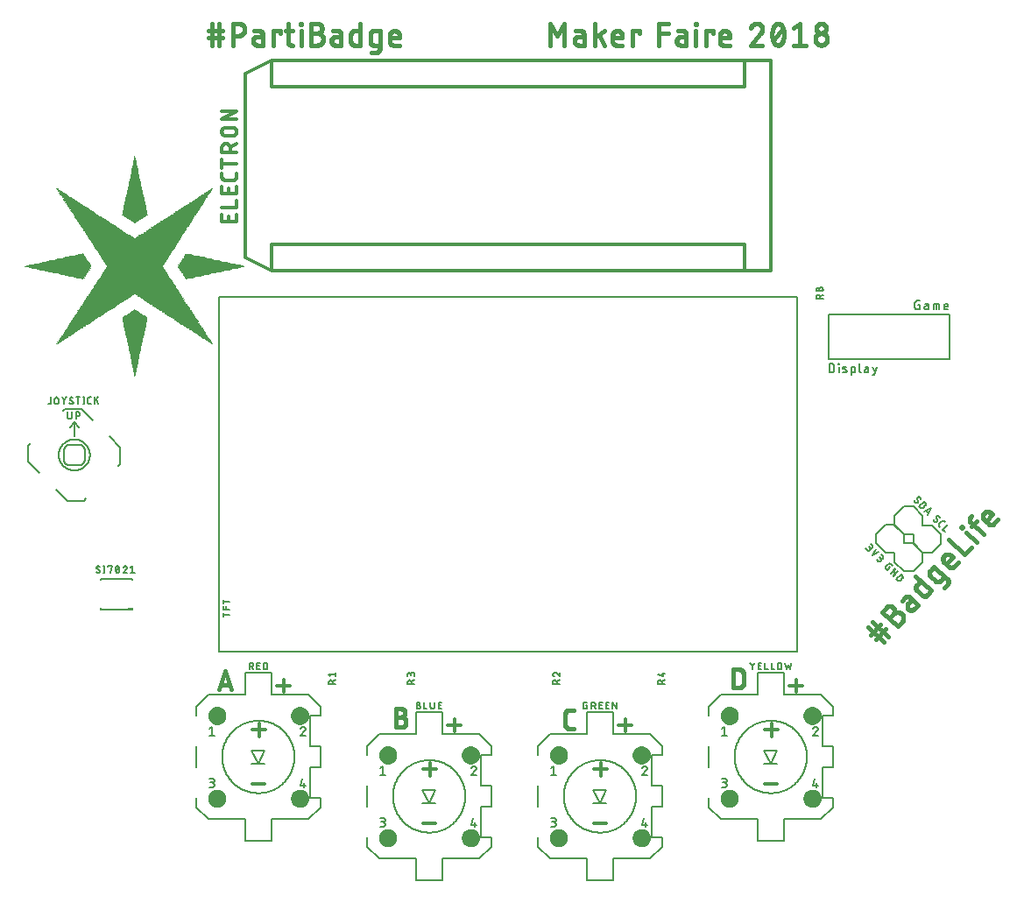
<source format=gbr>
G04 EAGLE Gerber X2 export*
%TF.Part,Single*%
%TF.FileFunction,Legend,Top,1*%
%TF.FilePolarity,Positive*%
%TF.GenerationSoftware,Autodesk,EAGLE,9.0.0*%
%TF.CreationDate,2018-05-04T20:30:49Z*%
G75*
%MOMM*%
%FSLAX34Y34*%
%LPD*%
%AMOC8*
5,1,8,0,0,1.08239X$1,22.5*%
G01*
%ADD10C,0.152400*%
%ADD11C,0.457200*%
%ADD12C,0.177800*%
%ADD13C,0.381000*%
%ADD14C,0.203200*%
%ADD15C,0.900000*%
%ADD16C,0.330200*%
%ADD17R,0.400000X0.140000*%
%ADD18C,0.304800*%
%ADD19R,0.060000X0.050000*%
%ADD20R,0.060000X0.060000*%
%ADD21R,0.110000X0.050000*%
%ADD22R,0.160000X0.060000*%
%ADD23R,0.160000X0.050000*%
%ADD24R,0.280000X0.050000*%
%ADD25R,0.280000X0.060000*%
%ADD26R,0.380000X0.060000*%
%ADD27R,0.380000X0.050000*%
%ADD28R,0.430000X0.050000*%
%ADD29R,0.480000X0.060000*%
%ADD30R,0.480000X0.050000*%
%ADD31R,0.600000X0.060000*%
%ADD32R,0.600000X0.050000*%
%ADD33R,0.700000X0.060000*%
%ADD34R,0.700000X0.050000*%
%ADD35R,0.760000X0.050000*%
%ADD36R,0.820000X0.060000*%
%ADD37R,0.820000X0.050000*%
%ADD38R,0.870000X0.060000*%
%ADD39R,0.920000X0.050000*%
%ADD40R,0.920000X0.060000*%
%ADD41R,0.980000X0.050000*%
%ADD42R,1.040000X0.060000*%
%ADD43R,1.040000X0.050000*%
%ADD44R,1.090000X0.050000*%
%ADD45R,1.140000X0.060000*%
%ADD46R,1.140000X0.050000*%
%ADD47R,1.190000X0.060000*%
%ADD48R,1.240000X0.050000*%
%ADD49R,1.240000X0.060000*%
%ADD50R,1.300000X0.060000*%
%ADD51R,1.360000X0.050000*%
%ADD52R,1.360000X0.060000*%
%ADD53R,0.050000X0.060000*%
%ADD54R,1.410000X0.060000*%
%ADD55R,0.220000X0.050000*%
%ADD56R,1.460000X0.050000*%
%ADD57R,0.210000X0.050000*%
%ADD58R,0.270000X0.050000*%
%ADD59R,0.320000X0.060000*%
%ADD60R,1.460000X0.060000*%
%ADD61R,0.270000X0.060000*%
%ADD62R,1.580000X0.060000*%
%ADD63R,0.440000X0.060000*%
%ADD64R,0.490000X0.050000*%
%ADD65R,1.580000X0.050000*%
%ADD66R,0.490000X0.060000*%
%ADD67R,0.540000X0.060000*%
%ADD68R,0.550000X0.050000*%
%ADD69R,1.680000X0.050000*%
%ADD70R,0.590000X0.050000*%
%ADD71R,0.650000X0.060000*%
%ADD72R,1.680000X0.060000*%
%ADD73R,0.710000X0.050000*%
%ADD74R,0.760000X0.060000*%
%ADD75R,1.740000X0.050000*%
%ADD76R,0.810000X0.050000*%
%ADD77R,0.860000X0.060000*%
%ADD78R,1.800000X0.060000*%
%ADD79R,0.810000X0.060000*%
%ADD80R,0.870000X0.050000*%
%ADD81R,1.800000X0.050000*%
%ADD82R,0.930000X0.050000*%
%ADD83R,1.850000X0.060000*%
%ADD84R,0.980000X0.060000*%
%ADD85R,1.030000X0.050000*%
%ADD86R,1.850000X0.050000*%
%ADD87R,1.900000X0.060000*%
%ADD88R,1.090000X0.060000*%
%ADD89R,1.900000X0.050000*%
%ADD90R,1.080000X0.050000*%
%ADD91R,1.200000X0.050000*%
%ADD92R,1.950000X0.050000*%
%ADD93R,1.250000X0.050000*%
%ADD94R,1.310000X0.050000*%
%ADD95R,2.000000X0.060000*%
%ADD96R,1.350000X0.060000*%
%ADD97R,2.000000X0.050000*%
%ADD98R,1.420000X0.060000*%
%ADD99R,1.470000X0.050000*%
%ADD100R,2.060000X0.050000*%
%ADD101R,2.120000X0.060000*%
%ADD102R,1.520000X0.060000*%
%ADD103R,1.570000X0.050000*%
%ADD104R,2.120000X0.050000*%
%ADD105R,1.520000X0.050000*%
%ADD106R,1.630000X0.050000*%
%ADD107R,1.740000X0.060000*%
%ADD108R,2.170000X0.060000*%
%ADD109R,2.170000X0.050000*%
%ADD110R,1.690000X0.050000*%
%ADD111R,1.790000X0.060000*%
%ADD112R,2.220000X0.060000*%
%ADD113R,2.220000X0.050000*%
%ADD114R,1.790000X0.050000*%
%ADD115R,2.280000X0.050000*%
%ADD116R,1.960000X0.050000*%
%ADD117R,2.010000X0.060000*%
%ADD118R,2.280000X0.060000*%
%ADD119R,1.960000X0.060000*%
%ADD120R,2.010000X0.050000*%
%ADD121R,2.340000X0.050000*%
%ADD122R,2.340000X0.060000*%
%ADD123R,2.180000X0.050000*%
%ADD124R,2.390000X0.050000*%
%ADD125R,2.390000X0.060000*%
%ADD126R,2.440000X0.050000*%
%ADD127R,2.230000X0.050000*%
%ADD128R,2.440000X0.060000*%
%ADD129R,2.500000X0.050000*%
%ADD130R,2.330000X0.050000*%
%ADD131R,2.550000X0.050000*%
%ADD132R,2.560000X0.060000*%
%ADD133R,2.670000X0.050000*%
%ADD134R,2.610000X0.050000*%
%ADD135R,2.660000X0.060000*%
%ADD136R,2.610000X0.060000*%
%ADD137R,2.720000X0.050000*%
%ADD138R,2.770000X0.050000*%
%ADD139R,1.190000X0.050000*%
%ADD140R,2.820000X0.060000*%
%ADD141R,2.770000X0.060000*%
%ADD142R,2.880000X0.050000*%
%ADD143R,2.880000X0.060000*%
%ADD144R,2.980000X0.050000*%
%ADD145R,2.990000X0.060000*%
%ADD146R,3.100000X0.050000*%
%ADD147R,3.040000X0.050000*%
%ADD148R,3.090000X0.050000*%
%ADD149R,3.150000X0.060000*%
%ADD150R,3.200000X0.050000*%
%ADD151R,3.150000X0.050000*%
%ADD152R,3.260000X0.060000*%
%ADD153R,3.310000X0.050000*%
%ADD154R,3.370000X0.060000*%
%ADD155R,3.320000X0.060000*%
%ADD156R,3.420000X0.050000*%
%ADD157R,3.470000X0.060000*%
%ADD158R,3.480000X0.060000*%
%ADD159R,3.530000X0.050000*%
%ADD160R,3.470000X0.050000*%
%ADD161R,3.580000X0.060000*%
%ADD162R,3.630000X0.050000*%
%ADD163R,3.580000X0.050000*%
%ADD164R,3.690000X0.060000*%
%ADD165R,3.700000X0.050000*%
%ADD166R,3.810000X0.050000*%
%ADD167R,3.750000X0.050000*%
%ADD168R,3.800000X0.060000*%
%ADD169R,3.910000X0.050000*%
%ADD170R,3.860000X0.050000*%
%ADD171R,3.910000X0.060000*%
%ADD172R,3.850000X0.060000*%
%ADD173R,3.960000X0.050000*%
%ADD174R,4.020000X0.060000*%
%ADD175R,3.970000X0.060000*%
%ADD176R,4.080000X0.050000*%
%ADD177R,4.120000X0.060000*%
%ADD178R,4.180000X0.050000*%
%ADD179R,4.240000X0.050000*%
%ADD180R,4.240000X0.060000*%
%ADD181R,4.300000X0.060000*%
%ADD182R,4.350000X0.050000*%
%ADD183R,4.290000X0.050000*%
%ADD184R,4.400000X0.060000*%
%ADD185R,4.450000X0.050000*%
%ADD186R,4.400000X0.050000*%
%ADD187R,8.800000X0.060000*%
%ADD188R,8.740000X0.050000*%
%ADD189R,8.690000X0.050000*%
%ADD190R,8.580000X0.060000*%
%ADD191R,8.520000X0.050000*%
%ADD192R,8.470000X0.060000*%
%ADD193R,8.420000X0.050000*%
%ADD194R,8.320000X0.060000*%
%ADD195R,8.260000X0.050000*%
%ADD196R,8.200000X0.050000*%
%ADD197R,8.100000X0.060000*%
%ADD198R,8.040000X0.050000*%
%ADD199R,7.980000X0.060000*%
%ADD200R,7.930000X0.050000*%
%ADD201R,7.820000X0.060000*%
%ADD202R,7.760000X0.050000*%
%ADD203R,7.710000X0.050000*%
%ADD204R,7.610000X0.060000*%
%ADD205R,7.560000X0.050000*%
%ADD206R,7.440000X0.060000*%
%ADD207R,7.440000X0.050000*%
%ADD208R,7.340000X0.060000*%
%ADD209R,7.280000X0.050000*%
%ADD210R,7.170000X0.050000*%
%ADD211R,7.120000X0.060000*%
%ADD212R,7.060000X0.050000*%
%ADD213R,7.000000X0.060000*%
%ADD214R,0.320000X0.050000*%
%ADD215R,6.900000X0.050000*%
%ADD216R,0.590000X0.060000*%
%ADD217R,6.850000X0.060000*%
%ADD218R,6.800000X0.050000*%
%ADD219R,6.680000X0.060000*%
%ADD220R,6.630000X0.050000*%
%ADD221R,6.580000X0.050000*%
%ADD222R,6.460000X0.060000*%
%ADD223R,2.060000X0.060000*%
%ADD224R,6.410000X0.050000*%
%ADD225R,6.360000X0.060000*%
%ADD226R,2.830000X0.050000*%
%ADD227R,6.240000X0.050000*%
%ADD228R,3.100000X0.060000*%
%ADD229R,6.190000X0.060000*%
%ADD230R,6.140000X0.050000*%
%ADD231R,3.690000X0.050000*%
%ADD232R,6.080000X0.050000*%
%ADD233R,6.020000X0.060000*%
%ADD234R,5.920000X0.050000*%
%ADD235R,4.560000X0.060000*%
%ADD236R,5.870000X0.060000*%
%ADD237R,4.840000X0.050000*%
%ADD238R,5.820000X0.050000*%
%ADD239R,5.110000X0.060000*%
%ADD240R,5.700000X0.060000*%
%ADD241R,5.160000X0.060000*%
%ADD242R,5.430000X0.050000*%
%ADD243R,5.650000X0.050000*%
%ADD244R,5.710000X0.050000*%
%ADD245R,5.600000X0.050000*%
%ADD246R,5.980000X0.060000*%
%ADD247R,5.540000X0.060000*%
%ADD248R,6.030000X0.060000*%
%ADD249R,6.250000X0.050000*%
%ADD250R,5.480000X0.050000*%
%ADD251R,6.300000X0.050000*%
%ADD252R,5.380000X0.060000*%
%ADD253R,6.510000X0.060000*%
%ADD254R,5.380000X0.050000*%
%ADD255R,5.760000X0.060000*%
%ADD256R,5.100000X0.060000*%
%ADD257R,4.510000X0.060000*%
%ADD258R,5.970000X0.050000*%
%ADD259R,4.230000X0.050000*%
%ADD260R,3.640000X0.050000*%
%ADD261R,3.360000X0.050000*%
%ADD262R,3.040000X0.060000*%
%ADD263R,1.950000X0.060000*%
%ADD264R,1.080000X0.060000*%
%ADD265R,7.220000X0.050000*%
%ADD266R,7.500000X0.060000*%
%ADD267R,7.660000X0.060000*%
%ADD268R,7.880000X0.060000*%
%ADD269R,8.640000X0.060000*%
%ADD270R,8.860000X0.060000*%
%ADD271R,4.340000X0.060000*%
%ADD272R,4.300000X0.050000*%
%ADD273R,4.290000X0.060000*%
%ADD274R,4.130000X0.050000*%
%ADD275R,4.070000X0.060000*%
%ADD276R,4.020000X0.050000*%
%ADD277R,3.640000X0.060000*%
%ADD278R,3.530000X0.060000*%
%ADD279R,3.420000X0.060000*%
%ADD280R,3.370000X0.050000*%
%ADD281R,3.310000X0.060000*%
%ADD282R,3.320000X0.050000*%
%ADD283R,3.260000X0.050000*%
%ADD284R,3.210000X0.060000*%
%ADD285R,2.980000X0.060000*%
%ADD286R,2.930000X0.050000*%
%ADD287R,2.710000X0.050000*%
%ADD288R,1.410000X0.050000*%
%ADD289R,2.500000X0.060000*%
%ADD290R,2.230000X0.060000*%
%ADD291R,2.070000X0.050000*%
%ADD292R,1.910000X0.060000*%
%ADD293R,1.840000X0.060000*%
%ADD294R,1.690000X0.060000*%
%ADD295R,1.630000X0.060000*%
%ADD296R,1.530000X0.060000*%
%ADD297R,1.470000X0.060000*%
%ADD298R,1.420000X0.050000*%
%ADD299R,1.350000X0.050000*%
%ADD300R,1.030000X0.060000*%
%ADD301R,0.710000X0.060000*%
%ADD302R,0.650000X0.050000*%
%ADD303R,0.540000X0.050000*%
%ADD304R,0.430000X0.060000*%
%ADD305R,0.440000X0.050000*%
%ADD306R,0.330000X0.050000*%


D10*
X254000Y685800D02*
X812800Y685800D01*
X812800Y342900D01*
X254000Y342900D02*
X254000Y685800D01*
X254000Y342900D02*
X812800Y342900D01*
D11*
X257471Y936329D02*
X243586Y936329D01*
X243586Y943271D02*
X257471Y943271D01*
X247057Y950214D02*
X247057Y929386D01*
X254000Y929386D02*
X254000Y950214D01*
X267384Y950214D02*
X267384Y929386D01*
X267384Y950214D02*
X273169Y950214D01*
X273320Y950212D01*
X273472Y950206D01*
X273623Y950196D01*
X273774Y950182D01*
X273924Y950164D01*
X274074Y950143D01*
X274223Y950117D01*
X274372Y950088D01*
X274520Y950054D01*
X274667Y950017D01*
X274812Y949976D01*
X274957Y949931D01*
X275100Y949882D01*
X275243Y949830D01*
X275383Y949774D01*
X275522Y949714D01*
X275660Y949650D01*
X275796Y949583D01*
X275930Y949513D01*
X276062Y949439D01*
X276192Y949361D01*
X276320Y949281D01*
X276446Y949196D01*
X276570Y949109D01*
X276691Y949018D01*
X276810Y948925D01*
X276927Y948828D01*
X277041Y948728D01*
X277152Y948625D01*
X277260Y948519D01*
X277366Y948411D01*
X277469Y948300D01*
X277569Y948186D01*
X277666Y948069D01*
X277759Y947950D01*
X277850Y947829D01*
X277937Y947705D01*
X278022Y947579D01*
X278102Y947451D01*
X278180Y947321D01*
X278254Y947189D01*
X278324Y947055D01*
X278391Y946919D01*
X278455Y946781D01*
X278515Y946642D01*
X278571Y946502D01*
X278623Y946359D01*
X278672Y946216D01*
X278717Y946071D01*
X278758Y945926D01*
X278795Y945779D01*
X278829Y945631D01*
X278858Y945482D01*
X278884Y945333D01*
X278905Y945183D01*
X278923Y945033D01*
X278937Y944882D01*
X278947Y944731D01*
X278953Y944579D01*
X278955Y944428D01*
X278953Y944277D01*
X278947Y944125D01*
X278937Y943974D01*
X278923Y943823D01*
X278905Y943673D01*
X278884Y943523D01*
X278858Y943374D01*
X278829Y943225D01*
X278795Y943077D01*
X278758Y942930D01*
X278717Y942785D01*
X278672Y942640D01*
X278623Y942497D01*
X278571Y942354D01*
X278515Y942214D01*
X278455Y942075D01*
X278391Y941937D01*
X278324Y941801D01*
X278254Y941667D01*
X278180Y941535D01*
X278102Y941405D01*
X278022Y941277D01*
X277937Y941151D01*
X277850Y941027D01*
X277759Y940906D01*
X277666Y940787D01*
X277569Y940670D01*
X277469Y940556D01*
X277366Y940445D01*
X277260Y940337D01*
X277152Y940231D01*
X277041Y940128D01*
X276927Y940028D01*
X276810Y939931D01*
X276691Y939838D01*
X276570Y939747D01*
X276446Y939660D01*
X276320Y939575D01*
X276192Y939495D01*
X276062Y939417D01*
X275930Y939343D01*
X275796Y939273D01*
X275660Y939206D01*
X275522Y939142D01*
X275383Y939082D01*
X275243Y939026D01*
X275100Y938974D01*
X274957Y938925D01*
X274812Y938880D01*
X274667Y938839D01*
X274520Y938802D01*
X274372Y938768D01*
X274223Y938739D01*
X274074Y938713D01*
X273924Y938692D01*
X273774Y938674D01*
X273623Y938660D01*
X273472Y938650D01*
X273320Y938644D01*
X273169Y938642D01*
X273169Y938643D02*
X267384Y938643D01*
X290884Y937486D02*
X296091Y937486D01*
X290884Y937486D02*
X290758Y937484D01*
X290632Y937478D01*
X290507Y937468D01*
X290381Y937455D01*
X290257Y937437D01*
X290133Y937416D01*
X290009Y937390D01*
X289887Y937361D01*
X289765Y937328D01*
X289644Y937292D01*
X289525Y937251D01*
X289407Y937207D01*
X289291Y937159D01*
X289176Y937108D01*
X289062Y937053D01*
X288951Y936995D01*
X288841Y936933D01*
X288733Y936868D01*
X288627Y936799D01*
X288524Y936727D01*
X288423Y936652D01*
X288324Y936574D01*
X288227Y936493D01*
X288134Y936409D01*
X288043Y936322D01*
X287954Y936232D01*
X287869Y936140D01*
X287786Y936045D01*
X287706Y935947D01*
X287630Y935847D01*
X287556Y935745D01*
X287486Y935640D01*
X287419Y935533D01*
X287356Y935425D01*
X287296Y935314D01*
X287239Y935201D01*
X287186Y935087D01*
X287136Y934971D01*
X287090Y934854D01*
X287048Y934735D01*
X287010Y934615D01*
X286975Y934494D01*
X286944Y934372D01*
X286916Y934249D01*
X286893Y934125D01*
X286874Y934001D01*
X286858Y933876D01*
X286846Y933751D01*
X286838Y933625D01*
X286834Y933499D01*
X286834Y933373D01*
X286838Y933247D01*
X286846Y933121D01*
X286858Y932996D01*
X286874Y932871D01*
X286893Y932747D01*
X286916Y932623D01*
X286944Y932500D01*
X286975Y932378D01*
X287010Y932257D01*
X287048Y932137D01*
X287090Y932018D01*
X287136Y931901D01*
X287186Y931785D01*
X287239Y931671D01*
X287296Y931558D01*
X287356Y931447D01*
X287419Y931339D01*
X287486Y931232D01*
X287556Y931127D01*
X287630Y931025D01*
X287706Y930925D01*
X287786Y930827D01*
X287869Y930732D01*
X287954Y930640D01*
X288043Y930550D01*
X288134Y930463D01*
X288227Y930379D01*
X288324Y930298D01*
X288423Y930220D01*
X288524Y930145D01*
X288627Y930073D01*
X288733Y930004D01*
X288841Y929939D01*
X288951Y929877D01*
X289062Y929819D01*
X289176Y929764D01*
X289291Y929713D01*
X289407Y929665D01*
X289525Y929621D01*
X289644Y929580D01*
X289765Y929544D01*
X289887Y929511D01*
X290009Y929482D01*
X290133Y929456D01*
X290257Y929435D01*
X290381Y929417D01*
X290507Y929404D01*
X290632Y929394D01*
X290758Y929388D01*
X290884Y929386D01*
X296091Y929386D01*
X296091Y939800D01*
X296089Y939916D01*
X296083Y940032D01*
X296074Y940147D01*
X296060Y940263D01*
X296043Y940377D01*
X296021Y940491D01*
X295996Y940605D01*
X295968Y940717D01*
X295935Y940828D01*
X295899Y940939D01*
X295859Y941048D01*
X295816Y941155D01*
X295769Y941261D01*
X295718Y941365D01*
X295664Y941468D01*
X295606Y941569D01*
X295546Y941668D01*
X295482Y941764D01*
X295414Y941859D01*
X295344Y941951D01*
X295271Y942041D01*
X295194Y942128D01*
X295115Y942213D01*
X295033Y942295D01*
X294948Y942374D01*
X294861Y942451D01*
X294771Y942524D01*
X294679Y942594D01*
X294584Y942662D01*
X294488Y942726D01*
X294389Y942786D01*
X294288Y942844D01*
X294185Y942898D01*
X294081Y942949D01*
X293975Y942996D01*
X293868Y943039D01*
X293759Y943079D01*
X293648Y943115D01*
X293537Y943148D01*
X293425Y943176D01*
X293311Y943201D01*
X293197Y943223D01*
X293083Y943240D01*
X292967Y943254D01*
X292852Y943263D01*
X292736Y943269D01*
X292620Y943271D01*
X287991Y943271D01*
X306609Y943271D02*
X306609Y929386D01*
X306609Y943271D02*
X313551Y943271D01*
X313551Y940957D01*
X318531Y943271D02*
X325473Y943271D01*
X320845Y950214D02*
X320845Y932857D01*
X320847Y932741D01*
X320853Y932625D01*
X320862Y932510D01*
X320876Y932394D01*
X320893Y932280D01*
X320915Y932166D01*
X320940Y932052D01*
X320968Y931940D01*
X321001Y931829D01*
X321037Y931718D01*
X321077Y931609D01*
X321120Y931502D01*
X321167Y931396D01*
X321218Y931292D01*
X321272Y931189D01*
X321330Y931088D01*
X321390Y930989D01*
X321454Y930893D01*
X321522Y930798D01*
X321592Y930706D01*
X321665Y930616D01*
X321742Y930529D01*
X321821Y930444D01*
X321903Y930362D01*
X321988Y930283D01*
X322075Y930206D01*
X322165Y930133D01*
X322257Y930063D01*
X322352Y929995D01*
X322448Y929931D01*
X322547Y929871D01*
X322648Y929813D01*
X322751Y929759D01*
X322855Y929708D01*
X322961Y929661D01*
X323068Y929618D01*
X323177Y929578D01*
X323288Y929542D01*
X323399Y929509D01*
X323511Y929481D01*
X323625Y929456D01*
X323739Y929434D01*
X323853Y929417D01*
X323969Y929403D01*
X324084Y929394D01*
X324200Y929388D01*
X324316Y929386D01*
X325473Y929386D01*
X333348Y929386D02*
X333348Y943271D01*
X332769Y949057D02*
X332769Y950214D01*
X333926Y950214D01*
X333926Y949057D01*
X332769Y949057D01*
X343243Y940957D02*
X349029Y940957D01*
X349029Y940958D02*
X349180Y940956D01*
X349332Y940950D01*
X349483Y940940D01*
X349634Y940926D01*
X349784Y940908D01*
X349934Y940887D01*
X350083Y940861D01*
X350232Y940832D01*
X350380Y940798D01*
X350527Y940761D01*
X350672Y940720D01*
X350817Y940675D01*
X350960Y940626D01*
X351103Y940574D01*
X351243Y940518D01*
X351382Y940458D01*
X351520Y940394D01*
X351656Y940327D01*
X351790Y940257D01*
X351922Y940183D01*
X352052Y940105D01*
X352180Y940025D01*
X352306Y939940D01*
X352430Y939853D01*
X352551Y939762D01*
X352670Y939669D01*
X352787Y939572D01*
X352901Y939472D01*
X353012Y939369D01*
X353120Y939263D01*
X353226Y939155D01*
X353329Y939044D01*
X353429Y938930D01*
X353526Y938813D01*
X353619Y938694D01*
X353710Y938573D01*
X353797Y938449D01*
X353882Y938323D01*
X353962Y938195D01*
X354040Y938065D01*
X354114Y937933D01*
X354184Y937799D01*
X354251Y937663D01*
X354315Y937525D01*
X354375Y937386D01*
X354431Y937246D01*
X354483Y937103D01*
X354532Y936960D01*
X354577Y936815D01*
X354618Y936670D01*
X354655Y936523D01*
X354689Y936375D01*
X354718Y936226D01*
X354744Y936077D01*
X354765Y935927D01*
X354783Y935777D01*
X354797Y935626D01*
X354807Y935475D01*
X354813Y935323D01*
X354815Y935172D01*
X354813Y935021D01*
X354807Y934869D01*
X354797Y934718D01*
X354783Y934567D01*
X354765Y934417D01*
X354744Y934267D01*
X354718Y934118D01*
X354689Y933969D01*
X354655Y933821D01*
X354618Y933674D01*
X354577Y933529D01*
X354532Y933384D01*
X354483Y933241D01*
X354431Y933098D01*
X354375Y932958D01*
X354315Y932819D01*
X354251Y932681D01*
X354184Y932545D01*
X354114Y932411D01*
X354040Y932279D01*
X353962Y932149D01*
X353882Y932021D01*
X353797Y931895D01*
X353710Y931771D01*
X353619Y931650D01*
X353526Y931531D01*
X353429Y931414D01*
X353329Y931300D01*
X353226Y931189D01*
X353120Y931081D01*
X353012Y930975D01*
X352901Y930872D01*
X352787Y930772D01*
X352670Y930675D01*
X352551Y930582D01*
X352430Y930491D01*
X352306Y930404D01*
X352180Y930319D01*
X352052Y930239D01*
X351922Y930161D01*
X351790Y930087D01*
X351656Y930017D01*
X351520Y929950D01*
X351382Y929886D01*
X351243Y929826D01*
X351103Y929770D01*
X350960Y929718D01*
X350817Y929669D01*
X350672Y929624D01*
X350527Y929583D01*
X350380Y929546D01*
X350232Y929512D01*
X350083Y929483D01*
X349934Y929457D01*
X349784Y929436D01*
X349634Y929418D01*
X349483Y929404D01*
X349332Y929394D01*
X349180Y929388D01*
X349029Y929386D01*
X343243Y929386D01*
X343243Y950214D01*
X349029Y950214D01*
X349164Y950212D01*
X349298Y950206D01*
X349432Y950196D01*
X349566Y950183D01*
X349700Y950165D01*
X349833Y950144D01*
X349965Y950118D01*
X350096Y950089D01*
X350227Y950056D01*
X350356Y950020D01*
X350485Y949979D01*
X350612Y949935D01*
X350738Y949887D01*
X350862Y949836D01*
X350985Y949780D01*
X351106Y949722D01*
X351225Y949660D01*
X351343Y949594D01*
X351459Y949525D01*
X351572Y949453D01*
X351684Y949377D01*
X351793Y949298D01*
X351899Y949216D01*
X352004Y949131D01*
X352106Y949043D01*
X352205Y948952D01*
X352301Y948858D01*
X352395Y948762D01*
X352486Y948663D01*
X352574Y948561D01*
X352659Y948456D01*
X352741Y948350D01*
X352820Y948241D01*
X352896Y948129D01*
X352968Y948016D01*
X353037Y947900D01*
X353103Y947782D01*
X353165Y947663D01*
X353223Y947542D01*
X353279Y947419D01*
X353330Y947295D01*
X353378Y947169D01*
X353422Y947042D01*
X353463Y946913D01*
X353499Y946784D01*
X353532Y946653D01*
X353561Y946522D01*
X353587Y946390D01*
X353608Y946257D01*
X353626Y946123D01*
X353639Y945989D01*
X353649Y945855D01*
X353655Y945721D01*
X353657Y945586D01*
X353655Y945451D01*
X353649Y945317D01*
X353639Y945183D01*
X353626Y945049D01*
X353608Y944915D01*
X353587Y944782D01*
X353561Y944650D01*
X353532Y944519D01*
X353499Y944388D01*
X353463Y944259D01*
X353422Y944130D01*
X353378Y944003D01*
X353330Y943877D01*
X353279Y943753D01*
X353223Y943630D01*
X353165Y943509D01*
X353103Y943390D01*
X353037Y943272D01*
X352968Y943156D01*
X352896Y943043D01*
X352820Y942931D01*
X352741Y942822D01*
X352659Y942716D01*
X352574Y942611D01*
X352486Y942509D01*
X352395Y942410D01*
X352301Y942314D01*
X352205Y942220D01*
X352106Y942129D01*
X352004Y942041D01*
X351899Y941956D01*
X351793Y941874D01*
X351684Y941795D01*
X351572Y941719D01*
X351459Y941647D01*
X351343Y941578D01*
X351225Y941512D01*
X351106Y941450D01*
X350985Y941392D01*
X350862Y941336D01*
X350738Y941285D01*
X350612Y941237D01*
X350485Y941193D01*
X350356Y941152D01*
X350227Y941116D01*
X350096Y941083D01*
X349965Y941054D01*
X349833Y941028D01*
X349700Y941007D01*
X349566Y940989D01*
X349432Y940976D01*
X349298Y940966D01*
X349164Y940960D01*
X349029Y940958D01*
X366743Y937486D02*
X371950Y937486D01*
X366743Y937486D02*
X366617Y937484D01*
X366491Y937478D01*
X366366Y937468D01*
X366240Y937455D01*
X366116Y937437D01*
X365992Y937416D01*
X365868Y937390D01*
X365746Y937361D01*
X365624Y937328D01*
X365503Y937292D01*
X365384Y937251D01*
X365266Y937207D01*
X365150Y937159D01*
X365035Y937108D01*
X364921Y937053D01*
X364810Y936995D01*
X364700Y936933D01*
X364592Y936868D01*
X364486Y936799D01*
X364383Y936727D01*
X364282Y936652D01*
X364183Y936574D01*
X364086Y936493D01*
X363993Y936409D01*
X363902Y936322D01*
X363813Y936232D01*
X363728Y936140D01*
X363645Y936045D01*
X363565Y935947D01*
X363489Y935847D01*
X363415Y935745D01*
X363345Y935640D01*
X363278Y935533D01*
X363215Y935425D01*
X363155Y935314D01*
X363098Y935201D01*
X363045Y935087D01*
X362995Y934971D01*
X362949Y934854D01*
X362907Y934735D01*
X362869Y934615D01*
X362834Y934494D01*
X362803Y934372D01*
X362775Y934249D01*
X362752Y934125D01*
X362733Y934001D01*
X362717Y933876D01*
X362705Y933751D01*
X362697Y933625D01*
X362693Y933499D01*
X362693Y933373D01*
X362697Y933247D01*
X362705Y933121D01*
X362717Y932996D01*
X362733Y932871D01*
X362752Y932747D01*
X362775Y932623D01*
X362803Y932500D01*
X362834Y932378D01*
X362869Y932257D01*
X362907Y932137D01*
X362949Y932018D01*
X362995Y931901D01*
X363045Y931785D01*
X363098Y931671D01*
X363155Y931558D01*
X363215Y931447D01*
X363278Y931339D01*
X363345Y931232D01*
X363415Y931127D01*
X363489Y931025D01*
X363565Y930925D01*
X363645Y930827D01*
X363728Y930732D01*
X363813Y930640D01*
X363902Y930550D01*
X363993Y930463D01*
X364086Y930379D01*
X364183Y930298D01*
X364282Y930220D01*
X364383Y930145D01*
X364486Y930073D01*
X364592Y930004D01*
X364700Y929939D01*
X364810Y929877D01*
X364921Y929819D01*
X365035Y929764D01*
X365150Y929713D01*
X365266Y929665D01*
X365384Y929621D01*
X365503Y929580D01*
X365624Y929544D01*
X365746Y929511D01*
X365868Y929482D01*
X365992Y929456D01*
X366116Y929435D01*
X366240Y929417D01*
X366366Y929404D01*
X366491Y929394D01*
X366617Y929388D01*
X366743Y929386D01*
X371950Y929386D01*
X371950Y939800D01*
X371948Y939916D01*
X371942Y940032D01*
X371933Y940147D01*
X371919Y940263D01*
X371902Y940377D01*
X371880Y940491D01*
X371855Y940605D01*
X371827Y940717D01*
X371794Y940828D01*
X371758Y940939D01*
X371718Y941048D01*
X371675Y941155D01*
X371628Y941261D01*
X371577Y941365D01*
X371523Y941468D01*
X371465Y941569D01*
X371405Y941668D01*
X371341Y941764D01*
X371273Y941859D01*
X371203Y941951D01*
X371130Y942041D01*
X371053Y942128D01*
X370974Y942213D01*
X370892Y942295D01*
X370807Y942374D01*
X370720Y942451D01*
X370630Y942524D01*
X370538Y942594D01*
X370443Y942662D01*
X370347Y942726D01*
X370248Y942786D01*
X370147Y942844D01*
X370044Y942898D01*
X369940Y942949D01*
X369834Y942996D01*
X369727Y943039D01*
X369618Y943079D01*
X369507Y943115D01*
X369396Y943148D01*
X369284Y943176D01*
X369170Y943201D01*
X369056Y943223D01*
X368942Y943240D01*
X368826Y943254D01*
X368711Y943263D01*
X368595Y943269D01*
X368479Y943271D01*
X363851Y943271D01*
X390741Y950214D02*
X390741Y929386D01*
X384956Y929386D01*
X384840Y929388D01*
X384724Y929394D01*
X384609Y929403D01*
X384493Y929417D01*
X384379Y929434D01*
X384265Y929456D01*
X384151Y929481D01*
X384039Y929509D01*
X383928Y929542D01*
X383817Y929578D01*
X383708Y929618D01*
X383601Y929661D01*
X383495Y929708D01*
X383391Y929759D01*
X383288Y929813D01*
X383187Y929871D01*
X383088Y929931D01*
X382992Y929995D01*
X382897Y930063D01*
X382805Y930133D01*
X382715Y930206D01*
X382628Y930283D01*
X382543Y930362D01*
X382461Y930444D01*
X382382Y930529D01*
X382305Y930616D01*
X382232Y930706D01*
X382162Y930798D01*
X382094Y930893D01*
X382030Y930989D01*
X381970Y931088D01*
X381912Y931189D01*
X381858Y931292D01*
X381807Y931396D01*
X381760Y931502D01*
X381717Y931609D01*
X381677Y931718D01*
X381641Y931829D01*
X381608Y931940D01*
X381580Y932052D01*
X381555Y932166D01*
X381533Y932280D01*
X381516Y932394D01*
X381502Y932510D01*
X381493Y932625D01*
X381487Y932741D01*
X381485Y932857D01*
X381484Y932857D02*
X381484Y939800D01*
X381485Y939800D02*
X381487Y939916D01*
X381493Y940032D01*
X381502Y940147D01*
X381516Y940263D01*
X381533Y940377D01*
X381555Y940491D01*
X381580Y940605D01*
X381608Y940717D01*
X381641Y940828D01*
X381677Y940939D01*
X381717Y941048D01*
X381760Y941155D01*
X381807Y941261D01*
X381858Y941365D01*
X381912Y941468D01*
X381970Y941569D01*
X382030Y941668D01*
X382094Y941764D01*
X382162Y941859D01*
X382232Y941951D01*
X382305Y942041D01*
X382382Y942128D01*
X382461Y942213D01*
X382543Y942295D01*
X382628Y942374D01*
X382715Y942451D01*
X382805Y942524D01*
X382897Y942594D01*
X382992Y942662D01*
X383088Y942726D01*
X383187Y942786D01*
X383288Y942844D01*
X383391Y942898D01*
X383495Y942949D01*
X383601Y942996D01*
X383708Y943039D01*
X383817Y943079D01*
X383928Y943115D01*
X384039Y943148D01*
X384151Y943176D01*
X384265Y943201D01*
X384379Y943223D01*
X384493Y943240D01*
X384609Y943254D01*
X384724Y943263D01*
X384840Y943269D01*
X384956Y943271D01*
X390741Y943271D01*
X403746Y929386D02*
X409532Y929386D01*
X403746Y929386D02*
X403630Y929388D01*
X403514Y929394D01*
X403399Y929403D01*
X403283Y929417D01*
X403169Y929434D01*
X403055Y929456D01*
X402941Y929481D01*
X402829Y929509D01*
X402718Y929542D01*
X402607Y929578D01*
X402498Y929618D01*
X402391Y929661D01*
X402285Y929708D01*
X402181Y929759D01*
X402078Y929813D01*
X401977Y929871D01*
X401878Y929931D01*
X401782Y929995D01*
X401687Y930063D01*
X401595Y930133D01*
X401505Y930206D01*
X401418Y930283D01*
X401333Y930362D01*
X401251Y930444D01*
X401172Y930529D01*
X401095Y930616D01*
X401022Y930706D01*
X400952Y930798D01*
X400884Y930893D01*
X400820Y930989D01*
X400760Y931088D01*
X400702Y931189D01*
X400648Y931292D01*
X400597Y931396D01*
X400550Y931502D01*
X400507Y931609D01*
X400467Y931718D01*
X400431Y931829D01*
X400398Y931940D01*
X400370Y932052D01*
X400345Y932166D01*
X400323Y932280D01*
X400306Y932394D01*
X400292Y932510D01*
X400283Y932625D01*
X400277Y932741D01*
X400275Y932857D01*
X400275Y939800D01*
X400277Y939916D01*
X400283Y940032D01*
X400292Y940147D01*
X400306Y940263D01*
X400323Y940377D01*
X400345Y940491D01*
X400370Y940605D01*
X400398Y940717D01*
X400431Y940828D01*
X400467Y940939D01*
X400507Y941048D01*
X400550Y941155D01*
X400597Y941261D01*
X400648Y941365D01*
X400702Y941468D01*
X400760Y941569D01*
X400820Y941668D01*
X400884Y941764D01*
X400952Y941859D01*
X401022Y941951D01*
X401095Y942041D01*
X401172Y942128D01*
X401251Y942213D01*
X401333Y942295D01*
X401418Y942374D01*
X401505Y942451D01*
X401595Y942524D01*
X401687Y942594D01*
X401782Y942662D01*
X401878Y942726D01*
X401977Y942786D01*
X402078Y942844D01*
X402181Y942898D01*
X402285Y942949D01*
X402391Y942996D01*
X402498Y943039D01*
X402607Y943079D01*
X402718Y943115D01*
X402829Y943148D01*
X402941Y943176D01*
X403055Y943201D01*
X403169Y943223D01*
X403283Y943240D01*
X403399Y943254D01*
X403514Y943263D01*
X403630Y943269D01*
X403746Y943271D01*
X409532Y943271D01*
X409532Y925915D01*
X409530Y925799D01*
X409524Y925683D01*
X409515Y925568D01*
X409501Y925452D01*
X409484Y925338D01*
X409462Y925224D01*
X409437Y925110D01*
X409409Y924998D01*
X409376Y924887D01*
X409340Y924776D01*
X409300Y924668D01*
X409257Y924560D01*
X409210Y924454D01*
X409159Y924350D01*
X409105Y924247D01*
X409047Y924146D01*
X408987Y924047D01*
X408923Y923951D01*
X408855Y923856D01*
X408785Y923764D01*
X408712Y923674D01*
X408635Y923587D01*
X408556Y923502D01*
X408474Y923420D01*
X408389Y923341D01*
X408302Y923264D01*
X408212Y923191D01*
X408120Y923121D01*
X408025Y923053D01*
X407929Y922989D01*
X407830Y922929D01*
X407729Y922871D01*
X407626Y922817D01*
X407522Y922766D01*
X407416Y922719D01*
X407309Y922676D01*
X407200Y922636D01*
X407089Y922600D01*
X406978Y922567D01*
X406866Y922539D01*
X406752Y922514D01*
X406638Y922492D01*
X406524Y922475D01*
X406408Y922461D01*
X406293Y922452D01*
X406177Y922446D01*
X406061Y922444D01*
X406061Y922443D02*
X401432Y922443D01*
X422665Y929386D02*
X428451Y929386D01*
X422665Y929386D02*
X422549Y929388D01*
X422433Y929394D01*
X422318Y929403D01*
X422202Y929417D01*
X422088Y929434D01*
X421974Y929456D01*
X421860Y929481D01*
X421748Y929509D01*
X421637Y929542D01*
X421526Y929578D01*
X421417Y929618D01*
X421310Y929661D01*
X421204Y929708D01*
X421100Y929759D01*
X420997Y929813D01*
X420896Y929871D01*
X420797Y929931D01*
X420701Y929995D01*
X420606Y930063D01*
X420514Y930133D01*
X420424Y930206D01*
X420337Y930283D01*
X420252Y930362D01*
X420170Y930444D01*
X420091Y930529D01*
X420014Y930616D01*
X419941Y930706D01*
X419871Y930798D01*
X419803Y930893D01*
X419739Y930989D01*
X419679Y931088D01*
X419621Y931189D01*
X419567Y931292D01*
X419516Y931396D01*
X419469Y931502D01*
X419426Y931609D01*
X419386Y931718D01*
X419350Y931829D01*
X419317Y931940D01*
X419289Y932052D01*
X419264Y932166D01*
X419242Y932280D01*
X419225Y932394D01*
X419211Y932510D01*
X419202Y932625D01*
X419196Y932741D01*
X419194Y932857D01*
X419194Y938643D01*
X419196Y938778D01*
X419202Y938912D01*
X419212Y939046D01*
X419225Y939180D01*
X419243Y939314D01*
X419264Y939447D01*
X419290Y939579D01*
X419319Y939710D01*
X419352Y939841D01*
X419388Y939970D01*
X419429Y940099D01*
X419473Y940226D01*
X419521Y940352D01*
X419572Y940476D01*
X419628Y940599D01*
X419686Y940720D01*
X419748Y940839D01*
X419814Y940957D01*
X419883Y941073D01*
X419955Y941186D01*
X420031Y941298D01*
X420110Y941407D01*
X420192Y941513D01*
X420277Y941618D01*
X420365Y941720D01*
X420456Y941819D01*
X420550Y941915D01*
X420646Y942009D01*
X420745Y942100D01*
X420847Y942188D01*
X420952Y942273D01*
X421058Y942355D01*
X421167Y942434D01*
X421279Y942510D01*
X421392Y942582D01*
X421508Y942651D01*
X421626Y942717D01*
X421745Y942779D01*
X421866Y942837D01*
X421989Y942893D01*
X422113Y942944D01*
X422239Y942992D01*
X422366Y943036D01*
X422495Y943077D01*
X422624Y943113D01*
X422755Y943146D01*
X422886Y943175D01*
X423018Y943201D01*
X423151Y943222D01*
X423285Y943240D01*
X423419Y943253D01*
X423553Y943263D01*
X423687Y943269D01*
X423822Y943271D01*
X423957Y943269D01*
X424091Y943263D01*
X424225Y943253D01*
X424359Y943240D01*
X424493Y943222D01*
X424626Y943201D01*
X424758Y943175D01*
X424889Y943146D01*
X425020Y943113D01*
X425149Y943077D01*
X425278Y943036D01*
X425405Y942992D01*
X425531Y942944D01*
X425655Y942893D01*
X425778Y942837D01*
X425899Y942779D01*
X426018Y942717D01*
X426136Y942651D01*
X426252Y942582D01*
X426365Y942510D01*
X426477Y942434D01*
X426586Y942355D01*
X426692Y942273D01*
X426797Y942188D01*
X426899Y942100D01*
X426998Y942009D01*
X427094Y941915D01*
X427188Y941819D01*
X427279Y941720D01*
X427367Y941618D01*
X427452Y941513D01*
X427534Y941407D01*
X427613Y941298D01*
X427689Y941186D01*
X427761Y941073D01*
X427830Y940957D01*
X427896Y940839D01*
X427958Y940720D01*
X428016Y940599D01*
X428072Y940476D01*
X428123Y940352D01*
X428171Y940226D01*
X428215Y940099D01*
X428256Y939970D01*
X428292Y939841D01*
X428325Y939710D01*
X428354Y939579D01*
X428380Y939447D01*
X428401Y939314D01*
X428419Y939180D01*
X428432Y939046D01*
X428442Y938912D01*
X428448Y938778D01*
X428450Y938643D01*
X428451Y938643D02*
X428451Y936329D01*
X419194Y936329D01*
X573786Y929386D02*
X573786Y950214D01*
X580729Y938643D01*
X587671Y950214D01*
X587671Y929386D01*
X601597Y937486D02*
X606804Y937486D01*
X601597Y937486D02*
X601471Y937484D01*
X601345Y937478D01*
X601220Y937468D01*
X601094Y937455D01*
X600970Y937437D01*
X600846Y937416D01*
X600722Y937390D01*
X600600Y937361D01*
X600478Y937328D01*
X600357Y937292D01*
X600238Y937251D01*
X600120Y937207D01*
X600004Y937159D01*
X599889Y937108D01*
X599775Y937053D01*
X599664Y936995D01*
X599554Y936933D01*
X599446Y936868D01*
X599340Y936799D01*
X599237Y936727D01*
X599136Y936652D01*
X599037Y936574D01*
X598940Y936493D01*
X598847Y936409D01*
X598756Y936322D01*
X598667Y936232D01*
X598582Y936140D01*
X598499Y936045D01*
X598419Y935947D01*
X598343Y935847D01*
X598269Y935745D01*
X598199Y935640D01*
X598132Y935533D01*
X598069Y935425D01*
X598009Y935314D01*
X597952Y935201D01*
X597899Y935087D01*
X597849Y934971D01*
X597803Y934854D01*
X597761Y934735D01*
X597723Y934615D01*
X597688Y934494D01*
X597657Y934372D01*
X597629Y934249D01*
X597606Y934125D01*
X597587Y934001D01*
X597571Y933876D01*
X597559Y933751D01*
X597551Y933625D01*
X597547Y933499D01*
X597547Y933373D01*
X597551Y933247D01*
X597559Y933121D01*
X597571Y932996D01*
X597587Y932871D01*
X597606Y932747D01*
X597629Y932623D01*
X597657Y932500D01*
X597688Y932378D01*
X597723Y932257D01*
X597761Y932137D01*
X597803Y932018D01*
X597849Y931901D01*
X597899Y931785D01*
X597952Y931671D01*
X598009Y931558D01*
X598069Y931447D01*
X598132Y931339D01*
X598199Y931232D01*
X598269Y931127D01*
X598343Y931025D01*
X598419Y930925D01*
X598499Y930827D01*
X598582Y930732D01*
X598667Y930640D01*
X598756Y930550D01*
X598847Y930463D01*
X598940Y930379D01*
X599037Y930298D01*
X599136Y930220D01*
X599237Y930145D01*
X599340Y930073D01*
X599446Y930004D01*
X599554Y929939D01*
X599664Y929877D01*
X599775Y929819D01*
X599889Y929764D01*
X600004Y929713D01*
X600120Y929665D01*
X600238Y929621D01*
X600357Y929580D01*
X600478Y929544D01*
X600600Y929511D01*
X600722Y929482D01*
X600846Y929456D01*
X600970Y929435D01*
X601094Y929417D01*
X601220Y929404D01*
X601345Y929394D01*
X601471Y929388D01*
X601597Y929386D01*
X606804Y929386D01*
X606804Y939800D01*
X606802Y939916D01*
X606796Y940032D01*
X606787Y940147D01*
X606773Y940263D01*
X606756Y940377D01*
X606734Y940491D01*
X606709Y940605D01*
X606681Y940717D01*
X606648Y940828D01*
X606612Y940939D01*
X606572Y941048D01*
X606529Y941155D01*
X606482Y941261D01*
X606431Y941365D01*
X606377Y941468D01*
X606319Y941569D01*
X606259Y941668D01*
X606195Y941764D01*
X606127Y941859D01*
X606057Y941951D01*
X605984Y942041D01*
X605907Y942128D01*
X605828Y942213D01*
X605746Y942295D01*
X605661Y942374D01*
X605574Y942451D01*
X605484Y942524D01*
X605392Y942594D01*
X605297Y942662D01*
X605201Y942726D01*
X605102Y942786D01*
X605001Y942844D01*
X604898Y942898D01*
X604794Y942949D01*
X604688Y942996D01*
X604581Y943039D01*
X604472Y943079D01*
X604361Y943115D01*
X604250Y943148D01*
X604138Y943176D01*
X604024Y943201D01*
X603910Y943223D01*
X603796Y943240D01*
X603680Y943254D01*
X603565Y943263D01*
X603449Y943269D01*
X603333Y943271D01*
X598704Y943271D01*
X617458Y950214D02*
X617458Y929386D01*
X617458Y936329D02*
X626714Y943271D01*
X621507Y939221D02*
X626714Y929386D01*
X638032Y929386D02*
X643818Y929386D01*
X638032Y929386D02*
X637916Y929388D01*
X637800Y929394D01*
X637685Y929403D01*
X637569Y929417D01*
X637455Y929434D01*
X637341Y929456D01*
X637227Y929481D01*
X637115Y929509D01*
X637004Y929542D01*
X636893Y929578D01*
X636784Y929618D01*
X636677Y929661D01*
X636571Y929708D01*
X636467Y929759D01*
X636364Y929813D01*
X636263Y929871D01*
X636164Y929931D01*
X636068Y929995D01*
X635973Y930063D01*
X635881Y930133D01*
X635791Y930206D01*
X635704Y930283D01*
X635619Y930362D01*
X635537Y930444D01*
X635458Y930529D01*
X635381Y930616D01*
X635308Y930706D01*
X635238Y930798D01*
X635170Y930893D01*
X635106Y930989D01*
X635046Y931088D01*
X634988Y931189D01*
X634934Y931292D01*
X634883Y931396D01*
X634836Y931502D01*
X634793Y931609D01*
X634753Y931718D01*
X634717Y931829D01*
X634684Y931940D01*
X634656Y932052D01*
X634631Y932166D01*
X634609Y932280D01*
X634592Y932394D01*
X634578Y932510D01*
X634569Y932625D01*
X634563Y932741D01*
X634561Y932857D01*
X634561Y938643D01*
X634563Y938778D01*
X634569Y938912D01*
X634579Y939046D01*
X634592Y939180D01*
X634610Y939314D01*
X634631Y939447D01*
X634657Y939579D01*
X634686Y939710D01*
X634719Y939841D01*
X634755Y939970D01*
X634796Y940099D01*
X634840Y940226D01*
X634888Y940352D01*
X634939Y940476D01*
X634995Y940599D01*
X635053Y940720D01*
X635115Y940839D01*
X635181Y940957D01*
X635250Y941073D01*
X635322Y941186D01*
X635398Y941298D01*
X635477Y941407D01*
X635559Y941513D01*
X635644Y941618D01*
X635732Y941720D01*
X635823Y941819D01*
X635917Y941915D01*
X636013Y942009D01*
X636112Y942100D01*
X636214Y942188D01*
X636319Y942273D01*
X636425Y942355D01*
X636534Y942434D01*
X636646Y942510D01*
X636759Y942582D01*
X636875Y942651D01*
X636993Y942717D01*
X637112Y942779D01*
X637233Y942837D01*
X637356Y942893D01*
X637480Y942944D01*
X637606Y942992D01*
X637733Y943036D01*
X637862Y943077D01*
X637991Y943113D01*
X638122Y943146D01*
X638253Y943175D01*
X638385Y943201D01*
X638518Y943222D01*
X638652Y943240D01*
X638786Y943253D01*
X638920Y943263D01*
X639054Y943269D01*
X639189Y943271D01*
X639324Y943269D01*
X639458Y943263D01*
X639592Y943253D01*
X639726Y943240D01*
X639860Y943222D01*
X639993Y943201D01*
X640125Y943175D01*
X640256Y943146D01*
X640387Y943113D01*
X640516Y943077D01*
X640645Y943036D01*
X640772Y942992D01*
X640898Y942944D01*
X641022Y942893D01*
X641145Y942837D01*
X641266Y942779D01*
X641385Y942717D01*
X641503Y942651D01*
X641619Y942582D01*
X641732Y942510D01*
X641844Y942434D01*
X641953Y942355D01*
X642059Y942273D01*
X642164Y942188D01*
X642266Y942100D01*
X642365Y942009D01*
X642461Y941915D01*
X642555Y941819D01*
X642646Y941720D01*
X642734Y941618D01*
X642819Y941513D01*
X642901Y941407D01*
X642980Y941298D01*
X643056Y941186D01*
X643128Y941073D01*
X643197Y940957D01*
X643263Y940839D01*
X643325Y940720D01*
X643383Y940599D01*
X643439Y940476D01*
X643490Y940352D01*
X643538Y940226D01*
X643582Y940099D01*
X643623Y939970D01*
X643659Y939841D01*
X643692Y939710D01*
X643721Y939579D01*
X643747Y939447D01*
X643768Y939314D01*
X643786Y939180D01*
X643799Y939046D01*
X643809Y938912D01*
X643815Y938778D01*
X643817Y938643D01*
X643818Y938643D02*
X643818Y936329D01*
X634561Y936329D01*
X653512Y929386D02*
X653512Y943271D01*
X660454Y943271D01*
X660454Y940957D01*
X679398Y950214D02*
X679398Y929386D01*
X679398Y950214D02*
X688655Y950214D01*
X688655Y940957D02*
X679398Y940957D01*
X700423Y937486D02*
X705630Y937486D01*
X700423Y937486D02*
X700297Y937484D01*
X700171Y937478D01*
X700046Y937468D01*
X699920Y937455D01*
X699796Y937437D01*
X699672Y937416D01*
X699548Y937390D01*
X699426Y937361D01*
X699304Y937328D01*
X699183Y937292D01*
X699064Y937251D01*
X698946Y937207D01*
X698830Y937159D01*
X698715Y937108D01*
X698601Y937053D01*
X698490Y936995D01*
X698380Y936933D01*
X698272Y936868D01*
X698166Y936799D01*
X698063Y936727D01*
X697962Y936652D01*
X697863Y936574D01*
X697766Y936493D01*
X697673Y936409D01*
X697582Y936322D01*
X697493Y936232D01*
X697408Y936140D01*
X697325Y936045D01*
X697245Y935947D01*
X697169Y935847D01*
X697095Y935745D01*
X697025Y935640D01*
X696958Y935533D01*
X696895Y935425D01*
X696835Y935314D01*
X696778Y935201D01*
X696725Y935087D01*
X696675Y934971D01*
X696629Y934854D01*
X696587Y934735D01*
X696549Y934615D01*
X696514Y934494D01*
X696483Y934372D01*
X696455Y934249D01*
X696432Y934125D01*
X696413Y934001D01*
X696397Y933876D01*
X696385Y933751D01*
X696377Y933625D01*
X696373Y933499D01*
X696373Y933373D01*
X696377Y933247D01*
X696385Y933121D01*
X696397Y932996D01*
X696413Y932871D01*
X696432Y932747D01*
X696455Y932623D01*
X696483Y932500D01*
X696514Y932378D01*
X696549Y932257D01*
X696587Y932137D01*
X696629Y932018D01*
X696675Y931901D01*
X696725Y931785D01*
X696778Y931671D01*
X696835Y931558D01*
X696895Y931447D01*
X696958Y931339D01*
X697025Y931232D01*
X697095Y931127D01*
X697169Y931025D01*
X697245Y930925D01*
X697325Y930827D01*
X697408Y930732D01*
X697493Y930640D01*
X697582Y930550D01*
X697673Y930463D01*
X697766Y930379D01*
X697863Y930298D01*
X697962Y930220D01*
X698063Y930145D01*
X698166Y930073D01*
X698272Y930004D01*
X698380Y929939D01*
X698490Y929877D01*
X698601Y929819D01*
X698715Y929764D01*
X698830Y929713D01*
X698946Y929665D01*
X699064Y929621D01*
X699183Y929580D01*
X699304Y929544D01*
X699426Y929511D01*
X699548Y929482D01*
X699672Y929456D01*
X699796Y929435D01*
X699920Y929417D01*
X700046Y929404D01*
X700171Y929394D01*
X700297Y929388D01*
X700423Y929386D01*
X705630Y929386D01*
X705630Y939800D01*
X705628Y939916D01*
X705622Y940032D01*
X705613Y940147D01*
X705599Y940263D01*
X705582Y940377D01*
X705560Y940491D01*
X705535Y940605D01*
X705507Y940717D01*
X705474Y940828D01*
X705438Y940939D01*
X705398Y941048D01*
X705355Y941155D01*
X705308Y941261D01*
X705257Y941365D01*
X705203Y941468D01*
X705145Y941569D01*
X705085Y941668D01*
X705021Y941764D01*
X704953Y941859D01*
X704883Y941951D01*
X704810Y942041D01*
X704733Y942128D01*
X704654Y942213D01*
X704572Y942295D01*
X704487Y942374D01*
X704400Y942451D01*
X704310Y942524D01*
X704218Y942594D01*
X704123Y942662D01*
X704027Y942726D01*
X703928Y942786D01*
X703827Y942844D01*
X703724Y942898D01*
X703620Y942949D01*
X703514Y942996D01*
X703407Y943039D01*
X703298Y943079D01*
X703187Y943115D01*
X703076Y943148D01*
X702964Y943176D01*
X702850Y943201D01*
X702736Y943223D01*
X702622Y943240D01*
X702506Y943254D01*
X702391Y943263D01*
X702275Y943269D01*
X702159Y943271D01*
X697530Y943271D01*
X715049Y943271D02*
X715049Y929386D01*
X714470Y949057D02*
X714470Y950214D01*
X715627Y950214D01*
X715627Y949057D01*
X714470Y949057D01*
X724499Y943271D02*
X724499Y929386D01*
X724499Y943271D02*
X731442Y943271D01*
X731442Y940957D01*
X741730Y929386D02*
X747515Y929386D01*
X741730Y929386D02*
X741614Y929388D01*
X741498Y929394D01*
X741383Y929403D01*
X741267Y929417D01*
X741153Y929434D01*
X741039Y929456D01*
X740925Y929481D01*
X740813Y929509D01*
X740702Y929542D01*
X740591Y929578D01*
X740482Y929618D01*
X740375Y929661D01*
X740269Y929708D01*
X740165Y929759D01*
X740062Y929813D01*
X739961Y929871D01*
X739862Y929931D01*
X739766Y929995D01*
X739671Y930063D01*
X739579Y930133D01*
X739489Y930206D01*
X739402Y930283D01*
X739317Y930362D01*
X739235Y930444D01*
X739156Y930529D01*
X739079Y930616D01*
X739006Y930706D01*
X738936Y930798D01*
X738868Y930893D01*
X738804Y930989D01*
X738744Y931088D01*
X738686Y931189D01*
X738632Y931292D01*
X738581Y931396D01*
X738534Y931502D01*
X738491Y931609D01*
X738451Y931718D01*
X738415Y931829D01*
X738382Y931940D01*
X738354Y932052D01*
X738329Y932166D01*
X738307Y932280D01*
X738290Y932394D01*
X738276Y932510D01*
X738267Y932625D01*
X738261Y932741D01*
X738259Y932857D01*
X738258Y932857D02*
X738258Y938643D01*
X738259Y938643D02*
X738261Y938778D01*
X738267Y938912D01*
X738277Y939046D01*
X738290Y939180D01*
X738308Y939314D01*
X738329Y939447D01*
X738355Y939579D01*
X738384Y939710D01*
X738417Y939841D01*
X738453Y939970D01*
X738494Y940099D01*
X738538Y940226D01*
X738586Y940352D01*
X738637Y940476D01*
X738693Y940599D01*
X738751Y940720D01*
X738813Y940839D01*
X738879Y940957D01*
X738948Y941073D01*
X739020Y941186D01*
X739096Y941298D01*
X739175Y941407D01*
X739257Y941513D01*
X739342Y941618D01*
X739430Y941720D01*
X739521Y941819D01*
X739615Y941915D01*
X739711Y942009D01*
X739810Y942100D01*
X739912Y942188D01*
X740017Y942273D01*
X740123Y942355D01*
X740232Y942434D01*
X740344Y942510D01*
X740457Y942582D01*
X740573Y942651D01*
X740691Y942717D01*
X740810Y942779D01*
X740931Y942837D01*
X741054Y942893D01*
X741178Y942944D01*
X741304Y942992D01*
X741431Y943036D01*
X741560Y943077D01*
X741689Y943113D01*
X741820Y943146D01*
X741951Y943175D01*
X742083Y943201D01*
X742216Y943222D01*
X742350Y943240D01*
X742484Y943253D01*
X742618Y943263D01*
X742752Y943269D01*
X742887Y943271D01*
X743022Y943269D01*
X743156Y943263D01*
X743290Y943253D01*
X743424Y943240D01*
X743558Y943222D01*
X743691Y943201D01*
X743823Y943175D01*
X743954Y943146D01*
X744085Y943113D01*
X744214Y943077D01*
X744343Y943036D01*
X744470Y942992D01*
X744596Y942944D01*
X744720Y942893D01*
X744843Y942837D01*
X744964Y942779D01*
X745083Y942717D01*
X745201Y942651D01*
X745317Y942582D01*
X745430Y942510D01*
X745542Y942434D01*
X745651Y942355D01*
X745757Y942273D01*
X745862Y942188D01*
X745964Y942100D01*
X746063Y942009D01*
X746159Y941915D01*
X746253Y941819D01*
X746344Y941720D01*
X746432Y941618D01*
X746517Y941513D01*
X746599Y941407D01*
X746678Y941298D01*
X746754Y941186D01*
X746826Y941073D01*
X746895Y940957D01*
X746961Y940839D01*
X747023Y940720D01*
X747081Y940599D01*
X747137Y940476D01*
X747188Y940352D01*
X747236Y940226D01*
X747280Y940099D01*
X747321Y939970D01*
X747357Y939841D01*
X747390Y939710D01*
X747419Y939579D01*
X747445Y939447D01*
X747466Y939314D01*
X747484Y939180D01*
X747497Y939046D01*
X747507Y938912D01*
X747513Y938778D01*
X747515Y938643D01*
X747515Y936329D01*
X738258Y936329D01*
X774088Y950214D02*
X774231Y950212D01*
X774375Y950206D01*
X774518Y950196D01*
X774661Y950182D01*
X774803Y950165D01*
X774945Y950143D01*
X775086Y950117D01*
X775227Y950088D01*
X775366Y950055D01*
X775505Y950018D01*
X775642Y949977D01*
X775779Y949932D01*
X775914Y949883D01*
X776047Y949831D01*
X776180Y949775D01*
X776310Y949716D01*
X776439Y949653D01*
X776566Y949586D01*
X776692Y949516D01*
X776815Y949443D01*
X776936Y949366D01*
X777055Y949286D01*
X777172Y949203D01*
X777286Y949116D01*
X777398Y949026D01*
X777508Y948934D01*
X777615Y948838D01*
X777719Y948739D01*
X777820Y948638D01*
X777919Y948534D01*
X778015Y948427D01*
X778107Y948317D01*
X778197Y948205D01*
X778284Y948091D01*
X778367Y947974D01*
X778447Y947855D01*
X778524Y947734D01*
X778597Y947611D01*
X778667Y947485D01*
X778734Y947358D01*
X778797Y947229D01*
X778856Y947099D01*
X778912Y946966D01*
X778964Y946833D01*
X779013Y946698D01*
X779058Y946561D01*
X779099Y946424D01*
X779136Y946285D01*
X779169Y946146D01*
X779198Y946005D01*
X779224Y945864D01*
X779246Y945722D01*
X779263Y945580D01*
X779277Y945437D01*
X779287Y945294D01*
X779293Y945150D01*
X779295Y945007D01*
X774088Y950214D02*
X773926Y950212D01*
X773765Y950206D01*
X773603Y950196D01*
X773442Y950183D01*
X773281Y950165D01*
X773121Y950144D01*
X772961Y950118D01*
X772802Y950089D01*
X772643Y950056D01*
X772486Y950019D01*
X772329Y949979D01*
X772174Y949934D01*
X772019Y949886D01*
X771866Y949834D01*
X771714Y949779D01*
X771563Y949719D01*
X771414Y949657D01*
X771267Y949590D01*
X771121Y949520D01*
X770977Y949447D01*
X770835Y949370D01*
X770694Y949289D01*
X770556Y949205D01*
X770419Y949118D01*
X770285Y949028D01*
X770153Y948934D01*
X770023Y948838D01*
X769896Y948738D01*
X769771Y948635D01*
X769649Y948529D01*
X769529Y948420D01*
X769412Y948309D01*
X769298Y948194D01*
X769186Y948077D01*
X769078Y947957D01*
X768972Y947835D01*
X768869Y947710D01*
X768769Y947582D01*
X768673Y947452D01*
X768579Y947320D01*
X768489Y947186D01*
X768402Y947050D01*
X768319Y946911D01*
X768239Y946770D01*
X768162Y946628D01*
X768088Y946484D01*
X768019Y946338D01*
X767952Y946190D01*
X767890Y946041D01*
X767831Y945891D01*
X767775Y945739D01*
X767723Y945585D01*
X777559Y940957D02*
X777664Y941059D01*
X777766Y941164D01*
X777865Y941271D01*
X777961Y941381D01*
X778054Y941494D01*
X778144Y941609D01*
X778231Y941726D01*
X778316Y941845D01*
X778397Y941967D01*
X778474Y942091D01*
X778549Y942216D01*
X778620Y942344D01*
X778688Y942473D01*
X778753Y942604D01*
X778814Y942737D01*
X778871Y942871D01*
X778925Y943007D01*
X778976Y943144D01*
X779022Y943282D01*
X779066Y943422D01*
X779105Y943563D01*
X779141Y943704D01*
X779173Y943847D01*
X779202Y943990D01*
X779226Y944134D01*
X779247Y944279D01*
X779264Y944424D01*
X779278Y944569D01*
X779287Y944715D01*
X779293Y944861D01*
X779295Y945007D01*
X777559Y940957D02*
X767724Y929386D01*
X779295Y929386D01*
X788602Y939800D02*
X788607Y940210D01*
X788622Y940619D01*
X788646Y941028D01*
X788680Y941437D01*
X788724Y941844D01*
X788778Y942250D01*
X788841Y942655D01*
X788914Y943058D01*
X788997Y943460D01*
X789089Y943859D01*
X789190Y944256D01*
X789302Y944650D01*
X789422Y945042D01*
X789552Y945431D01*
X789691Y945816D01*
X789839Y946198D01*
X789996Y946576D01*
X790163Y946951D01*
X790338Y947321D01*
X790382Y947443D01*
X790430Y947564D01*
X790481Y947683D01*
X790536Y947800D01*
X790594Y947916D01*
X790656Y948030D01*
X790721Y948142D01*
X790789Y948252D01*
X790861Y948359D01*
X790936Y948465D01*
X791014Y948568D01*
X791095Y948669D01*
X791180Y948767D01*
X791267Y948863D01*
X791357Y948956D01*
X791450Y949047D01*
X791545Y949134D01*
X791644Y949219D01*
X791744Y949300D01*
X791847Y949379D01*
X791953Y949454D01*
X792060Y949526D01*
X792170Y949595D01*
X792282Y949660D01*
X792396Y949722D01*
X792511Y949781D01*
X792628Y949836D01*
X792747Y949887D01*
X792868Y949935D01*
X792989Y949979D01*
X793112Y950020D01*
X793237Y950056D01*
X793362Y950089D01*
X793488Y950118D01*
X793615Y950144D01*
X793743Y950165D01*
X793871Y950183D01*
X794000Y950196D01*
X794129Y950206D01*
X794258Y950212D01*
X794388Y950214D01*
X794518Y950212D01*
X794647Y950206D01*
X794776Y950196D01*
X794905Y950183D01*
X795033Y950165D01*
X795161Y950144D01*
X795288Y950118D01*
X795414Y950089D01*
X795539Y950056D01*
X795664Y950020D01*
X795787Y949979D01*
X795908Y949935D01*
X796029Y949887D01*
X796148Y949836D01*
X796265Y949781D01*
X796380Y949722D01*
X796494Y949660D01*
X796606Y949595D01*
X796716Y949526D01*
X796823Y949454D01*
X796929Y949379D01*
X797032Y949300D01*
X797132Y949219D01*
X797231Y949134D01*
X797326Y949047D01*
X797419Y948956D01*
X797509Y948863D01*
X797596Y948767D01*
X797681Y948669D01*
X797762Y948568D01*
X797840Y948465D01*
X797915Y948359D01*
X797987Y948252D01*
X798055Y948142D01*
X798120Y948030D01*
X798182Y947916D01*
X798240Y947800D01*
X798295Y947683D01*
X798346Y947564D01*
X798394Y947443D01*
X798438Y947321D01*
X798613Y946951D01*
X798780Y946576D01*
X798937Y946198D01*
X799085Y945816D01*
X799224Y945430D01*
X799354Y945042D01*
X799474Y944650D01*
X799586Y944256D01*
X799687Y943859D01*
X799779Y943460D01*
X799862Y943058D01*
X799935Y942655D01*
X799998Y942250D01*
X800052Y941844D01*
X800096Y941437D01*
X800130Y941028D01*
X800154Y940619D01*
X800169Y940210D01*
X800174Y939800D01*
X788602Y939800D02*
X788607Y939390D01*
X788622Y938981D01*
X788646Y938572D01*
X788680Y938163D01*
X788724Y937756D01*
X788778Y937350D01*
X788841Y936945D01*
X788914Y936542D01*
X788997Y936140D01*
X789089Y935741D01*
X789190Y935344D01*
X789302Y934950D01*
X789422Y934558D01*
X789552Y934170D01*
X789691Y933784D01*
X789839Y933402D01*
X789996Y933024D01*
X790163Y932649D01*
X790338Y932279D01*
X790382Y932157D01*
X790430Y932036D01*
X790481Y931917D01*
X790536Y931800D01*
X790594Y931684D01*
X790656Y931570D01*
X790721Y931458D01*
X790789Y931348D01*
X790861Y931241D01*
X790936Y931135D01*
X791014Y931032D01*
X791096Y930931D01*
X791180Y930833D01*
X791267Y930737D01*
X791357Y930644D01*
X791450Y930553D01*
X791545Y930466D01*
X791644Y930381D01*
X791744Y930300D01*
X791847Y930221D01*
X791953Y930146D01*
X792060Y930074D01*
X792170Y930005D01*
X792282Y929940D01*
X792396Y929878D01*
X792511Y929819D01*
X792628Y929764D01*
X792747Y929713D01*
X792868Y929665D01*
X792989Y929621D01*
X793112Y929580D01*
X793237Y929544D01*
X793362Y929511D01*
X793488Y929482D01*
X793615Y929456D01*
X793743Y929435D01*
X793871Y929417D01*
X794000Y929404D01*
X794129Y929394D01*
X794258Y929388D01*
X794388Y929386D01*
X798437Y932279D02*
X798612Y932649D01*
X798779Y933024D01*
X798936Y933402D01*
X799084Y933784D01*
X799223Y934170D01*
X799353Y934558D01*
X799473Y934950D01*
X799585Y935344D01*
X799686Y935741D01*
X799778Y936140D01*
X799861Y936542D01*
X799934Y936945D01*
X799997Y937350D01*
X800051Y937756D01*
X800095Y938163D01*
X800129Y938572D01*
X800153Y938981D01*
X800168Y939390D01*
X800173Y939800D01*
X798438Y932279D02*
X798394Y932157D01*
X798346Y932036D01*
X798295Y931917D01*
X798240Y931800D01*
X798182Y931684D01*
X798120Y931570D01*
X798055Y931458D01*
X797987Y931348D01*
X797915Y931241D01*
X797840Y931135D01*
X797762Y931032D01*
X797680Y930931D01*
X797596Y930833D01*
X797509Y930737D01*
X797419Y930644D01*
X797326Y930553D01*
X797231Y930466D01*
X797132Y930381D01*
X797032Y930300D01*
X796929Y930221D01*
X796823Y930146D01*
X796716Y930074D01*
X796606Y930005D01*
X796494Y929940D01*
X796380Y929878D01*
X796265Y929819D01*
X796148Y929764D01*
X796029Y929713D01*
X795908Y929665D01*
X795787Y929621D01*
X795664Y929580D01*
X795539Y929544D01*
X795414Y929511D01*
X795288Y929482D01*
X795161Y929456D01*
X795033Y929435D01*
X794905Y929417D01*
X794776Y929404D01*
X794647Y929394D01*
X794518Y929388D01*
X794388Y929386D01*
X789759Y934014D02*
X799016Y945586D01*
X809481Y945586D02*
X815267Y950214D01*
X815267Y929386D01*
X821052Y929386D02*
X809481Y929386D01*
X830359Y935172D02*
X830361Y935323D01*
X830367Y935475D01*
X830377Y935626D01*
X830391Y935777D01*
X830409Y935927D01*
X830430Y936077D01*
X830456Y936226D01*
X830485Y936375D01*
X830519Y936523D01*
X830556Y936670D01*
X830597Y936815D01*
X830642Y936960D01*
X830691Y937103D01*
X830743Y937246D01*
X830799Y937386D01*
X830859Y937525D01*
X830923Y937663D01*
X830990Y937799D01*
X831060Y937933D01*
X831134Y938065D01*
X831212Y938195D01*
X831292Y938323D01*
X831377Y938449D01*
X831464Y938573D01*
X831555Y938694D01*
X831648Y938813D01*
X831745Y938930D01*
X831845Y939044D01*
X831948Y939155D01*
X832054Y939263D01*
X832162Y939369D01*
X832273Y939472D01*
X832387Y939572D01*
X832504Y939669D01*
X832623Y939762D01*
X832744Y939853D01*
X832868Y939940D01*
X832994Y940025D01*
X833122Y940105D01*
X833252Y940183D01*
X833384Y940257D01*
X833518Y940327D01*
X833654Y940394D01*
X833792Y940458D01*
X833931Y940518D01*
X834071Y940574D01*
X834214Y940626D01*
X834357Y940675D01*
X834502Y940720D01*
X834647Y940761D01*
X834794Y940798D01*
X834942Y940832D01*
X835091Y940861D01*
X835240Y940887D01*
X835390Y940908D01*
X835540Y940926D01*
X835691Y940940D01*
X835842Y940950D01*
X835994Y940956D01*
X836145Y940958D01*
X836296Y940956D01*
X836448Y940950D01*
X836599Y940940D01*
X836750Y940926D01*
X836900Y940908D01*
X837050Y940887D01*
X837199Y940861D01*
X837348Y940832D01*
X837496Y940798D01*
X837643Y940761D01*
X837788Y940720D01*
X837933Y940675D01*
X838076Y940626D01*
X838219Y940574D01*
X838359Y940518D01*
X838498Y940458D01*
X838636Y940394D01*
X838772Y940327D01*
X838906Y940257D01*
X839038Y940183D01*
X839168Y940105D01*
X839296Y940025D01*
X839422Y939940D01*
X839546Y939853D01*
X839667Y939762D01*
X839786Y939669D01*
X839903Y939572D01*
X840017Y939472D01*
X840128Y939369D01*
X840236Y939263D01*
X840342Y939155D01*
X840445Y939044D01*
X840545Y938930D01*
X840642Y938813D01*
X840735Y938694D01*
X840826Y938573D01*
X840913Y938449D01*
X840998Y938323D01*
X841078Y938195D01*
X841156Y938065D01*
X841230Y937933D01*
X841300Y937799D01*
X841367Y937663D01*
X841431Y937525D01*
X841491Y937386D01*
X841547Y937246D01*
X841599Y937103D01*
X841648Y936960D01*
X841693Y936815D01*
X841734Y936670D01*
X841771Y936523D01*
X841805Y936375D01*
X841834Y936226D01*
X841860Y936077D01*
X841881Y935927D01*
X841899Y935777D01*
X841913Y935626D01*
X841923Y935475D01*
X841929Y935323D01*
X841931Y935172D01*
X841929Y935021D01*
X841923Y934869D01*
X841913Y934718D01*
X841899Y934567D01*
X841881Y934417D01*
X841860Y934267D01*
X841834Y934118D01*
X841805Y933969D01*
X841771Y933821D01*
X841734Y933674D01*
X841693Y933529D01*
X841648Y933384D01*
X841599Y933241D01*
X841547Y933098D01*
X841491Y932958D01*
X841431Y932819D01*
X841367Y932681D01*
X841300Y932545D01*
X841230Y932411D01*
X841156Y932279D01*
X841078Y932149D01*
X840998Y932021D01*
X840913Y931895D01*
X840826Y931771D01*
X840735Y931650D01*
X840642Y931531D01*
X840545Y931414D01*
X840445Y931300D01*
X840342Y931189D01*
X840236Y931081D01*
X840128Y930975D01*
X840017Y930872D01*
X839903Y930772D01*
X839786Y930675D01*
X839667Y930582D01*
X839546Y930491D01*
X839422Y930404D01*
X839296Y930319D01*
X839168Y930239D01*
X839038Y930161D01*
X838906Y930087D01*
X838772Y930017D01*
X838636Y929950D01*
X838498Y929886D01*
X838359Y929826D01*
X838219Y929770D01*
X838076Y929718D01*
X837933Y929669D01*
X837788Y929624D01*
X837643Y929583D01*
X837496Y929546D01*
X837348Y929512D01*
X837199Y929483D01*
X837050Y929457D01*
X836900Y929436D01*
X836750Y929418D01*
X836599Y929404D01*
X836448Y929394D01*
X836296Y929388D01*
X836145Y929386D01*
X835994Y929388D01*
X835842Y929394D01*
X835691Y929404D01*
X835540Y929418D01*
X835390Y929436D01*
X835240Y929457D01*
X835091Y929483D01*
X834942Y929512D01*
X834794Y929546D01*
X834647Y929583D01*
X834502Y929624D01*
X834357Y929669D01*
X834214Y929718D01*
X834071Y929770D01*
X833931Y929826D01*
X833792Y929886D01*
X833654Y929950D01*
X833518Y930017D01*
X833384Y930087D01*
X833252Y930161D01*
X833122Y930239D01*
X832994Y930319D01*
X832868Y930404D01*
X832744Y930491D01*
X832623Y930582D01*
X832504Y930675D01*
X832387Y930772D01*
X832273Y930872D01*
X832162Y930975D01*
X832054Y931081D01*
X831948Y931189D01*
X831845Y931300D01*
X831745Y931414D01*
X831648Y931531D01*
X831555Y931650D01*
X831464Y931771D01*
X831377Y931895D01*
X831292Y932021D01*
X831212Y932149D01*
X831134Y932279D01*
X831060Y932411D01*
X830990Y932545D01*
X830923Y932681D01*
X830859Y932819D01*
X830799Y932958D01*
X830743Y933098D01*
X830691Y933241D01*
X830642Y933384D01*
X830597Y933529D01*
X830556Y933674D01*
X830519Y933821D01*
X830485Y933969D01*
X830456Y934118D01*
X830430Y934267D01*
X830409Y934417D01*
X830391Y934567D01*
X830377Y934718D01*
X830367Y934869D01*
X830361Y935021D01*
X830359Y935172D01*
X831517Y945586D02*
X831519Y945721D01*
X831525Y945855D01*
X831535Y945989D01*
X831548Y946123D01*
X831566Y946257D01*
X831587Y946390D01*
X831613Y946522D01*
X831642Y946653D01*
X831675Y946784D01*
X831711Y946913D01*
X831752Y947042D01*
X831796Y947169D01*
X831844Y947295D01*
X831895Y947419D01*
X831951Y947542D01*
X832009Y947663D01*
X832071Y947782D01*
X832137Y947900D01*
X832206Y948016D01*
X832278Y948129D01*
X832354Y948241D01*
X832433Y948350D01*
X832515Y948456D01*
X832600Y948561D01*
X832688Y948663D01*
X832779Y948762D01*
X832873Y948858D01*
X832969Y948952D01*
X833068Y949043D01*
X833170Y949131D01*
X833275Y949216D01*
X833381Y949298D01*
X833490Y949377D01*
X833602Y949453D01*
X833715Y949525D01*
X833831Y949594D01*
X833949Y949660D01*
X834068Y949722D01*
X834189Y949780D01*
X834312Y949836D01*
X834436Y949887D01*
X834562Y949935D01*
X834689Y949979D01*
X834818Y950020D01*
X834947Y950056D01*
X835078Y950089D01*
X835209Y950118D01*
X835341Y950144D01*
X835474Y950165D01*
X835608Y950183D01*
X835742Y950196D01*
X835876Y950206D01*
X836010Y950212D01*
X836145Y950214D01*
X836280Y950212D01*
X836414Y950206D01*
X836548Y950196D01*
X836682Y950183D01*
X836816Y950165D01*
X836949Y950144D01*
X837081Y950118D01*
X837212Y950089D01*
X837343Y950056D01*
X837472Y950020D01*
X837601Y949979D01*
X837728Y949935D01*
X837854Y949887D01*
X837978Y949836D01*
X838101Y949780D01*
X838222Y949722D01*
X838341Y949660D01*
X838459Y949594D01*
X838575Y949525D01*
X838688Y949453D01*
X838800Y949377D01*
X838909Y949298D01*
X839015Y949216D01*
X839120Y949131D01*
X839222Y949043D01*
X839321Y948952D01*
X839417Y948858D01*
X839511Y948762D01*
X839602Y948663D01*
X839690Y948561D01*
X839775Y948456D01*
X839857Y948350D01*
X839936Y948241D01*
X840012Y948129D01*
X840084Y948016D01*
X840153Y947900D01*
X840219Y947782D01*
X840281Y947663D01*
X840339Y947542D01*
X840395Y947419D01*
X840446Y947295D01*
X840494Y947169D01*
X840538Y947042D01*
X840579Y946913D01*
X840615Y946784D01*
X840648Y946653D01*
X840677Y946522D01*
X840703Y946390D01*
X840724Y946257D01*
X840742Y946123D01*
X840755Y945989D01*
X840765Y945855D01*
X840771Y945721D01*
X840773Y945586D01*
X840771Y945451D01*
X840765Y945317D01*
X840755Y945183D01*
X840742Y945049D01*
X840724Y944915D01*
X840703Y944782D01*
X840677Y944650D01*
X840648Y944519D01*
X840615Y944388D01*
X840579Y944259D01*
X840538Y944130D01*
X840494Y944003D01*
X840446Y943877D01*
X840395Y943753D01*
X840339Y943630D01*
X840281Y943509D01*
X840219Y943390D01*
X840153Y943272D01*
X840084Y943156D01*
X840012Y943043D01*
X839936Y942931D01*
X839857Y942822D01*
X839775Y942716D01*
X839690Y942611D01*
X839602Y942509D01*
X839511Y942410D01*
X839417Y942314D01*
X839321Y942220D01*
X839222Y942129D01*
X839120Y942041D01*
X839015Y941956D01*
X838909Y941874D01*
X838800Y941795D01*
X838688Y941719D01*
X838575Y941647D01*
X838459Y941578D01*
X838341Y941512D01*
X838222Y941450D01*
X838101Y941392D01*
X837978Y941336D01*
X837854Y941285D01*
X837728Y941237D01*
X837601Y941193D01*
X837472Y941152D01*
X837343Y941116D01*
X837212Y941083D01*
X837081Y941054D01*
X836949Y941028D01*
X836816Y941007D01*
X836682Y940989D01*
X836548Y940976D01*
X836414Y940966D01*
X836280Y940960D01*
X836145Y940958D01*
X836010Y940960D01*
X835876Y940966D01*
X835742Y940976D01*
X835608Y940989D01*
X835474Y941007D01*
X835341Y941028D01*
X835209Y941054D01*
X835078Y941083D01*
X834947Y941116D01*
X834818Y941152D01*
X834689Y941193D01*
X834562Y941237D01*
X834436Y941285D01*
X834312Y941336D01*
X834189Y941392D01*
X834068Y941450D01*
X833949Y941512D01*
X833831Y941578D01*
X833715Y941647D01*
X833602Y941719D01*
X833490Y941795D01*
X833381Y941874D01*
X833275Y941956D01*
X833170Y942041D01*
X833068Y942129D01*
X832969Y942220D01*
X832873Y942314D01*
X832779Y942410D01*
X832688Y942509D01*
X832600Y942611D01*
X832515Y942716D01*
X832433Y942822D01*
X832354Y942931D01*
X832278Y943043D01*
X832206Y943156D01*
X832137Y943272D01*
X832071Y943390D01*
X832009Y943509D01*
X831951Y943630D01*
X831895Y943753D01*
X831844Y943877D01*
X831796Y944003D01*
X831752Y944130D01*
X831711Y944259D01*
X831675Y944388D01*
X831642Y944519D01*
X831613Y944650D01*
X831587Y944782D01*
X831566Y944915D01*
X831548Y945049D01*
X831535Y945183D01*
X831525Y945317D01*
X831519Y945451D01*
X831517Y945586D01*
X898359Y364831D02*
X888890Y354676D01*
X883812Y359411D02*
X893282Y369566D01*
X881102Y366684D02*
X896335Y352480D01*
X901069Y357557D02*
X885837Y371762D01*
X901734Y375237D02*
X905680Y379468D01*
X905679Y379468D02*
X905784Y379577D01*
X905892Y379684D01*
X906002Y379788D01*
X906115Y379889D01*
X906231Y379987D01*
X906349Y380081D01*
X906469Y380173D01*
X906592Y380262D01*
X906717Y380347D01*
X906845Y380429D01*
X906974Y380507D01*
X907106Y380583D01*
X907239Y380654D01*
X907375Y380722D01*
X907512Y380787D01*
X907650Y380848D01*
X907790Y380905D01*
X907932Y380959D01*
X908075Y381009D01*
X908219Y381055D01*
X908365Y381098D01*
X908511Y381136D01*
X908659Y381171D01*
X908807Y381202D01*
X908956Y381229D01*
X909106Y381252D01*
X909256Y381271D01*
X909407Y381286D01*
X909558Y381297D01*
X909709Y381304D01*
X909861Y381308D01*
X910012Y381307D01*
X910163Y381302D01*
X910315Y381294D01*
X910466Y381281D01*
X910616Y381265D01*
X910766Y381244D01*
X910916Y381220D01*
X911065Y381192D01*
X911213Y381160D01*
X911360Y381124D01*
X911506Y381084D01*
X911651Y381040D01*
X911795Y380993D01*
X911937Y380942D01*
X912078Y380887D01*
X912218Y380828D01*
X912356Y380766D01*
X912493Y380700D01*
X912627Y380631D01*
X912760Y380558D01*
X912891Y380482D01*
X913020Y380402D01*
X913146Y380319D01*
X913271Y380232D01*
X913393Y380143D01*
X913513Y380050D01*
X913630Y379954D01*
X913745Y379855D01*
X913857Y379754D01*
X913966Y379649D01*
X914073Y379541D01*
X914177Y379431D01*
X914278Y379318D01*
X914376Y379202D01*
X914470Y379084D01*
X914562Y378964D01*
X914651Y378841D01*
X914736Y378716D01*
X914818Y378588D01*
X914896Y378459D01*
X914972Y378327D01*
X915043Y378194D01*
X915111Y378058D01*
X915176Y377921D01*
X915237Y377783D01*
X915294Y377643D01*
X915348Y377501D01*
X915398Y377358D01*
X915444Y377214D01*
X915487Y377068D01*
X915525Y376922D01*
X915560Y376774D01*
X915591Y376626D01*
X915618Y376477D01*
X915641Y376327D01*
X915660Y376177D01*
X915675Y376026D01*
X915686Y375875D01*
X915693Y375724D01*
X915697Y375572D01*
X915696Y375421D01*
X915691Y375270D01*
X915683Y375118D01*
X915670Y374967D01*
X915654Y374817D01*
X915633Y374667D01*
X915609Y374517D01*
X915581Y374368D01*
X915549Y374220D01*
X915513Y374073D01*
X915473Y373927D01*
X915429Y373782D01*
X915382Y373638D01*
X915331Y373496D01*
X915276Y373355D01*
X915217Y373215D01*
X915155Y373077D01*
X915089Y372940D01*
X915020Y372806D01*
X914947Y372673D01*
X914871Y372542D01*
X914791Y372413D01*
X914708Y372287D01*
X914621Y372162D01*
X914532Y372040D01*
X914439Y371920D01*
X914343Y371803D01*
X914244Y371688D01*
X914143Y371576D01*
X914143Y371577D02*
X910197Y367345D01*
X894964Y381550D01*
X898910Y385781D01*
X899004Y385879D01*
X899101Y385974D01*
X899201Y386067D01*
X899303Y386156D01*
X899408Y386242D01*
X899516Y386326D01*
X899626Y386406D01*
X899738Y386482D01*
X899852Y386556D01*
X899969Y386626D01*
X900087Y386692D01*
X900207Y386755D01*
X900330Y386815D01*
X900453Y386871D01*
X900579Y386923D01*
X900706Y386972D01*
X900834Y387016D01*
X900964Y387057D01*
X901094Y387095D01*
X901226Y387128D01*
X901359Y387157D01*
X901492Y387183D01*
X901626Y387204D01*
X901761Y387222D01*
X901896Y387236D01*
X902032Y387246D01*
X902167Y387251D01*
X902303Y387253D01*
X902439Y387251D01*
X902575Y387245D01*
X902710Y387234D01*
X902846Y387220D01*
X902980Y387202D01*
X903114Y387180D01*
X903248Y387154D01*
X903380Y387124D01*
X903512Y387090D01*
X903642Y387053D01*
X903772Y387011D01*
X903900Y386966D01*
X904027Y386917D01*
X904152Y386864D01*
X904275Y386808D01*
X904397Y386748D01*
X904518Y386684D01*
X904636Y386617D01*
X904752Y386547D01*
X904866Y386473D01*
X904978Y386396D01*
X905087Y386316D01*
X905195Y386232D01*
X905299Y386145D01*
X905401Y386056D01*
X905501Y385963D01*
X905597Y385867D01*
X905691Y385769D01*
X905782Y385668D01*
X905870Y385564D01*
X905954Y385458D01*
X906036Y385350D01*
X906114Y385239D01*
X906189Y385125D01*
X906261Y385010D01*
X906329Y384892D01*
X906394Y384773D01*
X906456Y384652D01*
X906513Y384529D01*
X906567Y384404D01*
X906618Y384278D01*
X906664Y384150D01*
X906707Y384021D01*
X906746Y383891D01*
X906782Y383760D01*
X906813Y383628D01*
X906841Y383495D01*
X906864Y383361D01*
X906884Y383226D01*
X906899Y383092D01*
X906911Y382956D01*
X906919Y382820D01*
X906923Y382685D01*
X906922Y382549D01*
X906918Y382413D01*
X906910Y382277D01*
X906898Y382142D01*
X906882Y382007D01*
X906861Y381873D01*
X906837Y381739D01*
X906809Y381606D01*
X906778Y381474D01*
X906742Y381343D01*
X906702Y381213D01*
X906659Y381084D01*
X906612Y380957D01*
X906561Y380831D01*
X906506Y380706D01*
X906448Y380583D01*
X906387Y380462D01*
X906321Y380343D01*
X906253Y380226D01*
X906180Y380111D01*
X906105Y379998D01*
X906026Y379887D01*
X905944Y379779D01*
X905859Y379673D01*
X905771Y379569D01*
X905680Y379469D01*
X920300Y390056D02*
X923852Y393864D01*
X920300Y390056D02*
X920215Y389962D01*
X920132Y389865D01*
X920053Y389765D01*
X919977Y389663D01*
X919904Y389559D01*
X919835Y389452D01*
X919769Y389343D01*
X919706Y389233D01*
X919647Y389120D01*
X919591Y389006D01*
X919539Y388889D01*
X919491Y388772D01*
X919447Y388653D01*
X919406Y388532D01*
X919369Y388410D01*
X919336Y388287D01*
X919306Y388164D01*
X919281Y388039D01*
X919260Y387914D01*
X919242Y387788D01*
X919229Y387661D01*
X919219Y387534D01*
X919214Y387407D01*
X919212Y387280D01*
X919214Y387153D01*
X919221Y387026D01*
X919231Y386899D01*
X919246Y386772D01*
X919264Y386646D01*
X919286Y386521D01*
X919313Y386397D01*
X919343Y386273D01*
X919377Y386151D01*
X919415Y386029D01*
X919456Y385909D01*
X919502Y385790D01*
X919551Y385673D01*
X919603Y385557D01*
X919660Y385443D01*
X919720Y385331D01*
X919783Y385220D01*
X919850Y385112D01*
X919920Y385006D01*
X919994Y384902D01*
X920071Y384801D01*
X920150Y384702D01*
X920233Y384605D01*
X920319Y384511D01*
X920408Y384420D01*
X920500Y384332D01*
X920594Y384247D01*
X920691Y384164D01*
X920791Y384085D01*
X920893Y384009D01*
X920997Y383936D01*
X921104Y383867D01*
X921213Y383801D01*
X921323Y383738D01*
X921436Y383679D01*
X921550Y383623D01*
X921667Y383572D01*
X921784Y383523D01*
X921903Y383479D01*
X922024Y383438D01*
X922146Y383401D01*
X922268Y383368D01*
X922392Y383338D01*
X922517Y383313D01*
X922642Y383292D01*
X922768Y383274D01*
X922895Y383261D01*
X923022Y383251D01*
X923149Y383246D01*
X923276Y383244D01*
X923403Y383246D01*
X923530Y383253D01*
X923657Y383263D01*
X923784Y383278D01*
X923910Y383296D01*
X924035Y383318D01*
X924159Y383345D01*
X924283Y383375D01*
X924405Y383409D01*
X924527Y383447D01*
X924647Y383488D01*
X924766Y383534D01*
X924883Y383583D01*
X924999Y383635D01*
X925113Y383692D01*
X925225Y383752D01*
X925336Y383815D01*
X925444Y383882D01*
X925550Y383952D01*
X925654Y384026D01*
X925755Y384103D01*
X925854Y384182D01*
X925951Y384265D01*
X926045Y384351D01*
X926136Y384440D01*
X926224Y384532D01*
X929775Y388340D01*
X922159Y395443D01*
X922073Y395520D01*
X921984Y395595D01*
X921893Y395667D01*
X921800Y395735D01*
X921704Y395801D01*
X921606Y395863D01*
X921506Y395922D01*
X921404Y395978D01*
X921301Y396030D01*
X921196Y396079D01*
X921089Y396124D01*
X920980Y396165D01*
X920871Y396203D01*
X920760Y396237D01*
X920648Y396268D01*
X920535Y396295D01*
X920421Y396317D01*
X920307Y396337D01*
X920192Y396352D01*
X920077Y396363D01*
X919961Y396371D01*
X919845Y396375D01*
X919729Y396374D01*
X919613Y396370D01*
X919497Y396362D01*
X919382Y396351D01*
X919267Y396335D01*
X919152Y396316D01*
X919039Y396292D01*
X918926Y396265D01*
X918814Y396234D01*
X918703Y396200D01*
X918594Y396162D01*
X918486Y396120D01*
X918379Y396074D01*
X918274Y396025D01*
X918170Y395973D01*
X918069Y395917D01*
X917969Y395858D01*
X917871Y395795D01*
X917776Y395729D01*
X917683Y395660D01*
X917592Y395588D01*
X917503Y395513D01*
X917417Y395435D01*
X917334Y395355D01*
X917253Y395271D01*
X914096Y391886D01*
X927358Y416288D02*
X942591Y402083D01*
X938645Y397852D01*
X938564Y397768D01*
X938481Y397688D01*
X938395Y397610D01*
X938306Y397535D01*
X938215Y397463D01*
X938122Y397394D01*
X938027Y397328D01*
X937929Y397265D01*
X937829Y397206D01*
X937728Y397150D01*
X937624Y397098D01*
X937519Y397049D01*
X937412Y397003D01*
X937304Y396961D01*
X937195Y396923D01*
X937084Y396889D01*
X936972Y396858D01*
X936859Y396831D01*
X936746Y396807D01*
X936631Y396788D01*
X936516Y396772D01*
X936401Y396761D01*
X936285Y396753D01*
X936169Y396749D01*
X936053Y396748D01*
X935937Y396752D01*
X935821Y396760D01*
X935706Y396771D01*
X935591Y396786D01*
X935477Y396806D01*
X935363Y396828D01*
X935250Y396855D01*
X935138Y396886D01*
X935027Y396920D01*
X934918Y396958D01*
X934809Y396999D01*
X934702Y397044D01*
X934597Y397093D01*
X934494Y397145D01*
X934392Y397201D01*
X934292Y397260D01*
X934194Y397322D01*
X934098Y397388D01*
X934005Y397456D01*
X933914Y397528D01*
X933825Y397603D01*
X933739Y397680D01*
X933739Y397681D02*
X928661Y402415D01*
X928662Y402415D02*
X928578Y402496D01*
X928498Y402579D01*
X928420Y402665D01*
X928345Y402754D01*
X928273Y402845D01*
X928204Y402938D01*
X928138Y403033D01*
X928075Y403131D01*
X928016Y403231D01*
X927960Y403332D01*
X927908Y403436D01*
X927859Y403541D01*
X927813Y403648D01*
X927771Y403756D01*
X927733Y403865D01*
X927699Y403976D01*
X927668Y404088D01*
X927641Y404201D01*
X927617Y404315D01*
X927598Y404429D01*
X927582Y404544D01*
X927571Y404659D01*
X927563Y404775D01*
X927559Y404891D01*
X927558Y405007D01*
X927562Y405123D01*
X927570Y405239D01*
X927581Y405354D01*
X927596Y405469D01*
X927616Y405583D01*
X927638Y405697D01*
X927665Y405810D01*
X927696Y405922D01*
X927730Y406033D01*
X927768Y406142D01*
X927809Y406251D01*
X927854Y406358D01*
X927903Y406463D01*
X927955Y406566D01*
X928011Y406668D01*
X928070Y406768D01*
X928132Y406866D01*
X928198Y406962D01*
X928266Y407055D01*
X928338Y407146D01*
X928413Y407235D01*
X928490Y407321D01*
X928490Y407322D02*
X932436Y411553D01*
X951460Y411595D02*
X955406Y415826D01*
X951461Y411595D02*
X951380Y411511D01*
X951297Y411431D01*
X951211Y411353D01*
X951122Y411278D01*
X951031Y411206D01*
X950938Y411137D01*
X950843Y411071D01*
X950745Y411008D01*
X950645Y410949D01*
X950544Y410893D01*
X950440Y410841D01*
X950335Y410792D01*
X950228Y410746D01*
X950120Y410704D01*
X950011Y410666D01*
X949900Y410632D01*
X949788Y410601D01*
X949675Y410574D01*
X949562Y410550D01*
X949447Y410531D01*
X949332Y410515D01*
X949217Y410504D01*
X949101Y410496D01*
X948985Y410492D01*
X948869Y410491D01*
X948753Y410495D01*
X948637Y410503D01*
X948522Y410514D01*
X948407Y410529D01*
X948293Y410549D01*
X948179Y410571D01*
X948066Y410598D01*
X947954Y410629D01*
X947843Y410663D01*
X947734Y410701D01*
X947625Y410742D01*
X947518Y410787D01*
X947413Y410836D01*
X947310Y410888D01*
X947208Y410944D01*
X947108Y411003D01*
X947010Y411065D01*
X946914Y411131D01*
X946821Y411199D01*
X946730Y411271D01*
X946641Y411346D01*
X946555Y411423D01*
X946554Y411423D02*
X941477Y416158D01*
X941393Y416239D01*
X941313Y416322D01*
X941235Y416408D01*
X941160Y416497D01*
X941088Y416588D01*
X941019Y416681D01*
X940953Y416776D01*
X940890Y416874D01*
X940831Y416974D01*
X940775Y417075D01*
X940723Y417179D01*
X940674Y417284D01*
X940628Y417391D01*
X940586Y417499D01*
X940548Y417608D01*
X940514Y417719D01*
X940483Y417831D01*
X940456Y417944D01*
X940432Y418058D01*
X940413Y418172D01*
X940397Y418287D01*
X940386Y418402D01*
X940378Y418518D01*
X940374Y418634D01*
X940373Y418750D01*
X940377Y418866D01*
X940385Y418982D01*
X940396Y419097D01*
X940411Y419212D01*
X940431Y419326D01*
X940453Y419440D01*
X940480Y419553D01*
X940511Y419665D01*
X940545Y419776D01*
X940583Y419885D01*
X940624Y419994D01*
X940669Y420101D01*
X940718Y420206D01*
X940770Y420309D01*
X940826Y420411D01*
X940885Y420511D01*
X940947Y420609D01*
X941013Y420705D01*
X941081Y420798D01*
X941153Y420889D01*
X941228Y420978D01*
X941305Y421064D01*
X945251Y425296D01*
X957945Y413459D01*
X957944Y413459D02*
X958028Y413378D01*
X958108Y413295D01*
X958186Y413209D01*
X958261Y413120D01*
X958333Y413029D01*
X958402Y412936D01*
X958468Y412841D01*
X958531Y412743D01*
X958590Y412643D01*
X958646Y412542D01*
X958698Y412438D01*
X958747Y412333D01*
X958793Y412226D01*
X958835Y412118D01*
X958873Y412009D01*
X958907Y411898D01*
X958938Y411786D01*
X958965Y411673D01*
X958989Y411560D01*
X959008Y411445D01*
X959024Y411330D01*
X959035Y411215D01*
X959043Y411099D01*
X959047Y410983D01*
X959048Y410867D01*
X959044Y410751D01*
X959036Y410635D01*
X959025Y410520D01*
X959010Y410405D01*
X958990Y410291D01*
X958968Y410177D01*
X958941Y410064D01*
X958910Y409952D01*
X958876Y409841D01*
X958838Y409732D01*
X958797Y409623D01*
X958752Y409517D01*
X958703Y409411D01*
X958651Y409308D01*
X958595Y409206D01*
X958536Y409106D01*
X958474Y409008D01*
X958408Y408912D01*
X958340Y408819D01*
X958268Y408728D01*
X958193Y408639D01*
X958116Y408553D01*
X958116Y408552D02*
X954960Y405167D01*
X964363Y425431D02*
X968309Y429662D01*
X964363Y425431D02*
X964282Y425347D01*
X964199Y425267D01*
X964113Y425189D01*
X964024Y425114D01*
X963933Y425042D01*
X963840Y424973D01*
X963745Y424907D01*
X963647Y424844D01*
X963547Y424785D01*
X963446Y424729D01*
X963342Y424677D01*
X963237Y424628D01*
X963130Y424582D01*
X963022Y424540D01*
X962913Y424502D01*
X962802Y424468D01*
X962690Y424437D01*
X962577Y424410D01*
X962464Y424386D01*
X962349Y424367D01*
X962234Y424351D01*
X962119Y424340D01*
X962003Y424332D01*
X961887Y424328D01*
X961771Y424327D01*
X961655Y424331D01*
X961539Y424339D01*
X961424Y424350D01*
X961309Y424365D01*
X961195Y424385D01*
X961081Y424407D01*
X960968Y424434D01*
X960856Y424465D01*
X960745Y424499D01*
X960636Y424537D01*
X960527Y424578D01*
X960420Y424623D01*
X960315Y424672D01*
X960212Y424724D01*
X960110Y424780D01*
X960010Y424839D01*
X959912Y424901D01*
X959816Y424967D01*
X959723Y425035D01*
X959632Y425107D01*
X959543Y425182D01*
X959457Y425259D01*
X959457Y425260D02*
X955225Y429205D01*
X955226Y429205D02*
X955128Y429299D01*
X955032Y429396D01*
X954940Y429496D01*
X954851Y429598D01*
X954765Y429703D01*
X954681Y429811D01*
X954601Y429921D01*
X954525Y430033D01*
X954451Y430147D01*
X954381Y430264D01*
X954315Y430382D01*
X954252Y430502D01*
X954192Y430625D01*
X954136Y430748D01*
X954084Y430874D01*
X954035Y431001D01*
X953991Y431129D01*
X953950Y431259D01*
X953912Y431389D01*
X953879Y431521D01*
X953850Y431654D01*
X953824Y431787D01*
X953803Y431921D01*
X953785Y432056D01*
X953771Y432191D01*
X953761Y432327D01*
X953756Y432462D01*
X953754Y432598D01*
X953756Y432734D01*
X953762Y432870D01*
X953773Y433005D01*
X953787Y433141D01*
X953805Y433275D01*
X953827Y433409D01*
X953853Y433543D01*
X953883Y433675D01*
X953917Y433807D01*
X953954Y433937D01*
X953996Y434067D01*
X954041Y434195D01*
X954090Y434322D01*
X954143Y434447D01*
X954199Y434570D01*
X954259Y434692D01*
X954323Y434813D01*
X954390Y434931D01*
X954460Y435047D01*
X954534Y435161D01*
X954611Y435273D01*
X954691Y435382D01*
X954775Y435490D01*
X954862Y435594D01*
X954951Y435696D01*
X955044Y435796D01*
X955140Y435892D01*
X955238Y435986D01*
X955339Y436077D01*
X955443Y436165D01*
X955549Y436249D01*
X955657Y436331D01*
X955768Y436409D01*
X955882Y436484D01*
X955997Y436556D01*
X956115Y436624D01*
X956234Y436689D01*
X956355Y436751D01*
X956478Y436808D01*
X956603Y436862D01*
X956729Y436913D01*
X956857Y436959D01*
X956986Y437002D01*
X957116Y437041D01*
X957247Y437077D01*
X957379Y437108D01*
X957512Y437136D01*
X957646Y437159D01*
X957781Y437179D01*
X957915Y437194D01*
X958051Y437206D01*
X958187Y437214D01*
X958322Y437218D01*
X958458Y437217D01*
X958594Y437213D01*
X958730Y437205D01*
X958865Y437193D01*
X959000Y437177D01*
X959134Y437156D01*
X959268Y437132D01*
X959401Y437104D01*
X959533Y437073D01*
X959664Y437037D01*
X959794Y436997D01*
X959923Y436954D01*
X960050Y436907D01*
X960176Y436856D01*
X960301Y436801D01*
X960424Y436743D01*
X960545Y436682D01*
X960664Y436616D01*
X960781Y436548D01*
X960896Y436475D01*
X961009Y436400D01*
X961120Y436321D01*
X961228Y436239D01*
X961334Y436154D01*
X961438Y436066D01*
X961538Y435975D01*
X963231Y434397D01*
X956918Y427627D01*
X975012Y436851D02*
X959780Y451056D01*
X975012Y436851D02*
X981326Y443621D01*
X986511Y449182D02*
X976356Y458651D01*
X971730Y462174D02*
X970884Y462963D01*
X971673Y463809D01*
X972519Y463020D01*
X971730Y462174D01*
X980503Y468189D02*
X993197Y456352D01*
X980504Y468189D02*
X980420Y468270D01*
X980340Y468353D01*
X980262Y468439D01*
X980187Y468528D01*
X980115Y468619D01*
X980046Y468712D01*
X979980Y468807D01*
X979917Y468905D01*
X979858Y469005D01*
X979802Y469106D01*
X979750Y469210D01*
X979701Y469315D01*
X979655Y469422D01*
X979613Y469530D01*
X979575Y469639D01*
X979541Y469750D01*
X979510Y469862D01*
X979483Y469975D01*
X979459Y470088D01*
X979440Y470203D01*
X979424Y470318D01*
X979413Y470433D01*
X979405Y470549D01*
X979401Y470665D01*
X979400Y470781D01*
X979404Y470897D01*
X979412Y471012D01*
X979423Y471128D01*
X979438Y471243D01*
X979458Y471357D01*
X979480Y471471D01*
X979507Y471584D01*
X979538Y471696D01*
X979572Y471807D01*
X979610Y471916D01*
X979651Y472025D01*
X979696Y472131D01*
X979745Y472237D01*
X979797Y472340D01*
X979853Y472442D01*
X979912Y472542D01*
X979974Y472640D01*
X980040Y472736D01*
X980108Y472829D01*
X980180Y472920D01*
X980255Y473009D01*
X980332Y473095D01*
X981121Y473941D01*
X986198Y469207D02*
X981464Y464129D01*
X1002809Y466659D02*
X1006754Y470890D01*
X1002809Y466659D02*
X1002728Y466575D01*
X1002645Y466495D01*
X1002559Y466417D01*
X1002470Y466342D01*
X1002379Y466270D01*
X1002286Y466201D01*
X1002191Y466135D01*
X1002093Y466072D01*
X1001993Y466013D01*
X1001892Y465957D01*
X1001788Y465905D01*
X1001683Y465856D01*
X1001576Y465810D01*
X1001468Y465768D01*
X1001359Y465730D01*
X1001248Y465696D01*
X1001136Y465665D01*
X1001023Y465638D01*
X1000910Y465614D01*
X1000795Y465595D01*
X1000680Y465579D01*
X1000565Y465568D01*
X1000449Y465560D01*
X1000333Y465556D01*
X1000217Y465555D01*
X1000101Y465559D01*
X999985Y465567D01*
X999870Y465578D01*
X999755Y465593D01*
X999641Y465613D01*
X999527Y465635D01*
X999414Y465662D01*
X999302Y465693D01*
X999191Y465727D01*
X999082Y465765D01*
X998973Y465806D01*
X998866Y465851D01*
X998761Y465900D01*
X998658Y465952D01*
X998556Y466008D01*
X998456Y466067D01*
X998358Y466129D01*
X998262Y466195D01*
X998169Y466263D01*
X998078Y466335D01*
X997989Y466410D01*
X997903Y466487D01*
X997902Y466488D02*
X993671Y470433D01*
X993672Y470433D02*
X993574Y470527D01*
X993478Y470624D01*
X993386Y470724D01*
X993297Y470826D01*
X993211Y470931D01*
X993127Y471039D01*
X993047Y471149D01*
X992971Y471261D01*
X992897Y471375D01*
X992827Y471492D01*
X992761Y471610D01*
X992698Y471730D01*
X992638Y471853D01*
X992582Y471976D01*
X992530Y472102D01*
X992481Y472229D01*
X992437Y472357D01*
X992396Y472487D01*
X992358Y472617D01*
X992325Y472749D01*
X992296Y472882D01*
X992270Y473015D01*
X992249Y473149D01*
X992231Y473284D01*
X992217Y473419D01*
X992207Y473555D01*
X992202Y473690D01*
X992200Y473826D01*
X992202Y473962D01*
X992208Y474098D01*
X992219Y474233D01*
X992233Y474369D01*
X992251Y474503D01*
X992273Y474637D01*
X992299Y474771D01*
X992329Y474903D01*
X992363Y475035D01*
X992400Y475165D01*
X992442Y475295D01*
X992487Y475423D01*
X992536Y475550D01*
X992589Y475675D01*
X992645Y475798D01*
X992705Y475920D01*
X992769Y476041D01*
X992836Y476159D01*
X992906Y476275D01*
X992980Y476389D01*
X993057Y476501D01*
X993137Y476610D01*
X993221Y476718D01*
X993308Y476822D01*
X993397Y476924D01*
X993490Y477024D01*
X993586Y477120D01*
X993684Y477214D01*
X993785Y477305D01*
X993889Y477393D01*
X993995Y477477D01*
X994103Y477559D01*
X994214Y477637D01*
X994328Y477712D01*
X994443Y477784D01*
X994561Y477852D01*
X994680Y477917D01*
X994801Y477979D01*
X994924Y478036D01*
X995049Y478090D01*
X995175Y478141D01*
X995303Y478187D01*
X995432Y478230D01*
X995562Y478269D01*
X995693Y478305D01*
X995825Y478336D01*
X995958Y478364D01*
X996092Y478387D01*
X996227Y478407D01*
X996361Y478422D01*
X996497Y478434D01*
X996633Y478442D01*
X996768Y478446D01*
X996904Y478445D01*
X997040Y478441D01*
X997176Y478433D01*
X997311Y478421D01*
X997446Y478405D01*
X997580Y478384D01*
X997714Y478360D01*
X997847Y478332D01*
X997979Y478301D01*
X998110Y478265D01*
X998240Y478225D01*
X998369Y478182D01*
X998496Y478135D01*
X998622Y478084D01*
X998747Y478029D01*
X998870Y477971D01*
X998991Y477910D01*
X999110Y477844D01*
X999227Y477776D01*
X999342Y477703D01*
X999455Y477628D01*
X999566Y477549D01*
X999674Y477467D01*
X999780Y477382D01*
X999884Y477294D01*
X999984Y477203D01*
X1001677Y475625D01*
X995364Y468855D01*
D10*
X947699Y468899D02*
X947645Y468848D01*
X947589Y468799D01*
X947530Y468754D01*
X947469Y468711D01*
X947406Y468672D01*
X947341Y468636D01*
X947274Y468603D01*
X947206Y468574D01*
X947136Y468548D01*
X947065Y468526D01*
X946993Y468507D01*
X946920Y468492D01*
X946846Y468481D01*
X946772Y468473D01*
X946698Y468469D01*
X946624Y468469D01*
X946550Y468473D01*
X946476Y468481D01*
X946402Y468492D01*
X946329Y468507D01*
X946257Y468526D01*
X946186Y468548D01*
X946116Y468574D01*
X946048Y468603D01*
X945981Y468636D01*
X945916Y468672D01*
X945853Y468711D01*
X945792Y468754D01*
X945733Y468799D01*
X945677Y468848D01*
X945623Y468899D01*
X945624Y468899D02*
X945547Y468979D01*
X945472Y469062D01*
X945401Y469147D01*
X945333Y469235D01*
X945268Y469325D01*
X945206Y469418D01*
X945148Y469513D01*
X945093Y469609D01*
X945042Y469708D01*
X944994Y469809D01*
X944949Y469911D01*
X944909Y470014D01*
X944872Y470119D01*
X944839Y470226D01*
X944810Y470333D01*
X944785Y470441D01*
X944763Y470551D01*
X944746Y470660D01*
X944733Y470771D01*
X944723Y470882D01*
X944718Y470993D01*
X944716Y471104D01*
X947828Y473958D02*
X947882Y474009D01*
X947938Y474058D01*
X947997Y474103D01*
X948058Y474146D01*
X948121Y474185D01*
X948186Y474221D01*
X948253Y474254D01*
X948321Y474283D01*
X948391Y474309D01*
X948462Y474331D01*
X948534Y474350D01*
X948607Y474365D01*
X948681Y474376D01*
X948755Y474384D01*
X948829Y474388D01*
X948903Y474388D01*
X948977Y474384D01*
X949051Y474376D01*
X949125Y474365D01*
X949198Y474350D01*
X949270Y474331D01*
X949341Y474309D01*
X949411Y474283D01*
X949479Y474254D01*
X949546Y474221D01*
X949611Y474185D01*
X949674Y474146D01*
X949735Y474103D01*
X949794Y474058D01*
X949850Y474009D01*
X949904Y473958D01*
X949976Y473883D01*
X950046Y473806D01*
X950112Y473725D01*
X950175Y473643D01*
X950235Y473558D01*
X950292Y473470D01*
X950346Y473381D01*
X950396Y473290D01*
X950442Y473196D01*
X950485Y473102D01*
X950525Y473005D01*
X950561Y472907D01*
X950593Y472808D01*
X950621Y472708D01*
X950645Y472607D01*
X950666Y472505D01*
X950682Y472402D01*
X947439Y472531D02*
X947423Y472603D01*
X947410Y472675D01*
X947400Y472748D01*
X947394Y472822D01*
X947392Y472896D01*
X947393Y472969D01*
X947398Y473043D01*
X947407Y473116D01*
X947419Y473189D01*
X947435Y473261D01*
X947455Y473332D01*
X947478Y473402D01*
X947504Y473471D01*
X947534Y473538D01*
X947567Y473604D01*
X947603Y473668D01*
X947642Y473731D01*
X947684Y473791D01*
X947730Y473849D01*
X947778Y473905D01*
X947829Y473958D01*
X948089Y470326D02*
X948105Y470254D01*
X948118Y470182D01*
X948128Y470109D01*
X948134Y470035D01*
X948136Y469961D01*
X948135Y469888D01*
X948130Y469814D01*
X948121Y469741D01*
X948109Y469668D01*
X948093Y469596D01*
X948073Y469525D01*
X948050Y469455D01*
X948024Y469386D01*
X947994Y469319D01*
X947961Y469253D01*
X947925Y469189D01*
X947886Y469126D01*
X947844Y469066D01*
X947798Y469008D01*
X947750Y468952D01*
X947699Y468899D01*
X948088Y470326D02*
X947440Y472531D01*
X950080Y464443D02*
X951117Y463405D01*
X950079Y464443D02*
X950028Y464497D01*
X949979Y464553D01*
X949934Y464612D01*
X949891Y464673D01*
X949852Y464736D01*
X949816Y464801D01*
X949783Y464868D01*
X949754Y464936D01*
X949728Y465006D01*
X949706Y465077D01*
X949687Y465149D01*
X949672Y465222D01*
X949661Y465296D01*
X949653Y465370D01*
X949649Y465444D01*
X949649Y465518D01*
X949653Y465592D01*
X949661Y465666D01*
X949672Y465740D01*
X949687Y465813D01*
X949706Y465885D01*
X949728Y465956D01*
X949754Y466026D01*
X949783Y466094D01*
X949816Y466161D01*
X949852Y466226D01*
X949891Y466289D01*
X949934Y466350D01*
X949979Y466409D01*
X950028Y466465D01*
X950079Y466519D01*
X950080Y466518D02*
X952674Y469113D01*
X952728Y469164D01*
X952784Y469213D01*
X952843Y469258D01*
X952904Y469301D01*
X952967Y469340D01*
X953032Y469376D01*
X953099Y469409D01*
X953167Y469438D01*
X953237Y469464D01*
X953308Y469486D01*
X953380Y469505D01*
X953453Y469520D01*
X953527Y469531D01*
X953601Y469539D01*
X953675Y469543D01*
X953749Y469543D01*
X953823Y469539D01*
X953897Y469531D01*
X953971Y469520D01*
X954044Y469505D01*
X954116Y469486D01*
X954187Y469464D01*
X954257Y469438D01*
X954325Y469409D01*
X954392Y469376D01*
X954457Y469340D01*
X954520Y469301D01*
X954581Y469258D01*
X954640Y469213D01*
X954696Y469164D01*
X954750Y469113D01*
X954749Y469113D02*
X955787Y468075D01*
X958237Y465625D02*
X953567Y460956D01*
X955643Y458880D01*
X929394Y487205D02*
X929340Y487154D01*
X929284Y487105D01*
X929225Y487060D01*
X929164Y487017D01*
X929101Y486978D01*
X929036Y486942D01*
X928969Y486909D01*
X928901Y486880D01*
X928831Y486854D01*
X928760Y486832D01*
X928688Y486813D01*
X928615Y486798D01*
X928541Y486787D01*
X928467Y486779D01*
X928393Y486775D01*
X928319Y486775D01*
X928245Y486779D01*
X928171Y486787D01*
X928097Y486798D01*
X928024Y486813D01*
X927952Y486832D01*
X927881Y486854D01*
X927811Y486880D01*
X927743Y486909D01*
X927676Y486942D01*
X927611Y486978D01*
X927548Y487017D01*
X927487Y487060D01*
X927428Y487105D01*
X927372Y487154D01*
X927318Y487205D01*
X927241Y487285D01*
X927166Y487368D01*
X927095Y487453D01*
X927027Y487541D01*
X926962Y487631D01*
X926900Y487724D01*
X926842Y487819D01*
X926787Y487915D01*
X926736Y488014D01*
X926688Y488115D01*
X926643Y488217D01*
X926603Y488320D01*
X926566Y488425D01*
X926533Y488532D01*
X926504Y488639D01*
X926479Y488747D01*
X926457Y488857D01*
X926440Y488966D01*
X926427Y489077D01*
X926417Y489188D01*
X926412Y489299D01*
X926410Y489410D01*
X929523Y492264D02*
X929577Y492315D01*
X929633Y492364D01*
X929692Y492409D01*
X929753Y492452D01*
X929816Y492491D01*
X929881Y492527D01*
X929948Y492560D01*
X930016Y492589D01*
X930086Y492615D01*
X930157Y492637D01*
X930229Y492656D01*
X930302Y492671D01*
X930376Y492682D01*
X930450Y492690D01*
X930524Y492694D01*
X930598Y492694D01*
X930672Y492690D01*
X930746Y492682D01*
X930820Y492671D01*
X930893Y492656D01*
X930965Y492637D01*
X931036Y492615D01*
X931106Y492589D01*
X931174Y492560D01*
X931241Y492527D01*
X931306Y492491D01*
X931369Y492452D01*
X931430Y492409D01*
X931489Y492364D01*
X931545Y492315D01*
X931599Y492264D01*
X931598Y492263D02*
X931670Y492188D01*
X931740Y492111D01*
X931806Y492030D01*
X931869Y491948D01*
X931929Y491863D01*
X931986Y491775D01*
X932040Y491686D01*
X932090Y491595D01*
X932136Y491501D01*
X932179Y491407D01*
X932219Y491310D01*
X932255Y491212D01*
X932287Y491113D01*
X932315Y491013D01*
X932339Y490912D01*
X932360Y490810D01*
X932376Y490707D01*
X929133Y490837D02*
X929117Y490909D01*
X929104Y490981D01*
X929094Y491054D01*
X929088Y491128D01*
X929086Y491202D01*
X929087Y491275D01*
X929092Y491349D01*
X929101Y491422D01*
X929113Y491495D01*
X929129Y491567D01*
X929149Y491638D01*
X929172Y491708D01*
X929198Y491777D01*
X929228Y491844D01*
X929261Y491910D01*
X929297Y491974D01*
X929336Y492037D01*
X929378Y492097D01*
X929424Y492155D01*
X929472Y492211D01*
X929523Y492264D01*
X929783Y488632D02*
X929799Y488560D01*
X929812Y488488D01*
X929822Y488415D01*
X929828Y488341D01*
X929830Y488267D01*
X929829Y488194D01*
X929824Y488120D01*
X929815Y488047D01*
X929803Y487974D01*
X929787Y487902D01*
X929767Y487831D01*
X929744Y487761D01*
X929718Y487692D01*
X929688Y487625D01*
X929655Y487559D01*
X929619Y487495D01*
X929580Y487432D01*
X929538Y487372D01*
X929492Y487314D01*
X929444Y487258D01*
X929393Y487205D01*
X929782Y488632D02*
X929134Y490837D01*
X935604Y488259D02*
X930934Y483589D01*
X935604Y488259D02*
X936901Y486962D01*
X936901Y486961D02*
X936959Y486900D01*
X937015Y486836D01*
X937068Y486769D01*
X937117Y486700D01*
X937163Y486629D01*
X937206Y486556D01*
X937246Y486481D01*
X937282Y486405D01*
X937314Y486327D01*
X937343Y486247D01*
X937368Y486166D01*
X937389Y486084D01*
X937407Y486001D01*
X937420Y485917D01*
X937430Y485833D01*
X937436Y485749D01*
X937438Y485664D01*
X937436Y485579D01*
X937430Y485495D01*
X937420Y485411D01*
X937407Y485327D01*
X937389Y485244D01*
X937368Y485162D01*
X937343Y485081D01*
X937314Y485001D01*
X937282Y484923D01*
X937246Y484847D01*
X937206Y484772D01*
X937163Y484699D01*
X937117Y484628D01*
X937068Y484559D01*
X937015Y484492D01*
X936959Y484428D01*
X936901Y484367D01*
X934825Y482292D01*
X934764Y482234D01*
X934700Y482178D01*
X934633Y482125D01*
X934564Y482076D01*
X934493Y482030D01*
X934420Y481987D01*
X934345Y481947D01*
X934269Y481911D01*
X934191Y481879D01*
X934111Y481850D01*
X934030Y481825D01*
X933948Y481804D01*
X933865Y481786D01*
X933781Y481773D01*
X933697Y481763D01*
X933613Y481757D01*
X933528Y481755D01*
X933443Y481757D01*
X933359Y481763D01*
X933275Y481773D01*
X933191Y481786D01*
X933108Y481804D01*
X933026Y481825D01*
X932945Y481850D01*
X932865Y481879D01*
X932787Y481911D01*
X932711Y481947D01*
X932636Y481987D01*
X932563Y482030D01*
X932492Y482076D01*
X932423Y482125D01*
X932356Y482178D01*
X932292Y482234D01*
X932231Y482292D01*
X930934Y483589D01*
X936019Y478503D02*
X942246Y481616D01*
X939133Y475390D01*
X939911Y476947D02*
X937576Y479282D01*
X880500Y441313D02*
X879203Y442610D01*
X880500Y441313D02*
X880561Y441255D01*
X880625Y441199D01*
X880692Y441146D01*
X880761Y441097D01*
X880832Y441051D01*
X880905Y441008D01*
X880980Y440968D01*
X881056Y440932D01*
X881134Y440900D01*
X881214Y440871D01*
X881295Y440846D01*
X881377Y440825D01*
X881460Y440807D01*
X881544Y440794D01*
X881628Y440784D01*
X881712Y440778D01*
X881797Y440776D01*
X881882Y440778D01*
X881966Y440784D01*
X882050Y440794D01*
X882134Y440807D01*
X882217Y440825D01*
X882299Y440846D01*
X882380Y440871D01*
X882460Y440900D01*
X882538Y440932D01*
X882614Y440968D01*
X882689Y441008D01*
X882762Y441051D01*
X882833Y441097D01*
X882902Y441146D01*
X882969Y441199D01*
X883033Y441255D01*
X883094Y441313D01*
X883152Y441374D01*
X883208Y441438D01*
X883261Y441505D01*
X883310Y441574D01*
X883356Y441645D01*
X883399Y441718D01*
X883439Y441793D01*
X883475Y441869D01*
X883507Y441947D01*
X883536Y442027D01*
X883561Y442108D01*
X883582Y442190D01*
X883600Y442273D01*
X883613Y442357D01*
X883623Y442441D01*
X883629Y442525D01*
X883631Y442610D01*
X883629Y442695D01*
X883623Y442779D01*
X883613Y442863D01*
X883600Y442947D01*
X883582Y443030D01*
X883561Y443112D01*
X883536Y443193D01*
X883507Y443273D01*
X883475Y443351D01*
X883439Y443427D01*
X883399Y443502D01*
X883356Y443575D01*
X883310Y443646D01*
X883261Y443715D01*
X883208Y443782D01*
X883152Y443846D01*
X883094Y443907D01*
X885429Y445723D02*
X883873Y447279D01*
X885430Y445723D02*
X885482Y445668D01*
X885531Y445611D01*
X885577Y445551D01*
X885620Y445489D01*
X885660Y445424D01*
X885697Y445358D01*
X885729Y445290D01*
X885759Y445220D01*
X885785Y445149D01*
X885807Y445077D01*
X885825Y445004D01*
X885839Y444930D01*
X885850Y444855D01*
X885857Y444779D01*
X885860Y444704D01*
X885859Y444628D01*
X885854Y444553D01*
X885845Y444478D01*
X885833Y444403D01*
X885816Y444329D01*
X885796Y444257D01*
X885772Y444185D01*
X885745Y444115D01*
X885713Y444046D01*
X885679Y443978D01*
X885641Y443913D01*
X885599Y443850D01*
X885555Y443789D01*
X885507Y443730D01*
X885456Y443674D01*
X885403Y443621D01*
X885347Y443570D01*
X885288Y443522D01*
X885227Y443478D01*
X885164Y443436D01*
X885099Y443398D01*
X885031Y443364D01*
X884962Y443332D01*
X884892Y443305D01*
X884820Y443281D01*
X884748Y443261D01*
X884674Y443244D01*
X884599Y443232D01*
X884524Y443223D01*
X884449Y443218D01*
X884373Y443217D01*
X884298Y443220D01*
X884222Y443227D01*
X884147Y443238D01*
X884073Y443252D01*
X884000Y443270D01*
X883928Y443292D01*
X883857Y443318D01*
X883787Y443348D01*
X883719Y443380D01*
X883653Y443417D01*
X883588Y443457D01*
X883526Y443500D01*
X883466Y443546D01*
X883409Y443595D01*
X883354Y443647D01*
X882316Y444685D01*
X888786Y442366D02*
X885673Y436140D01*
X891899Y439253D01*
X889548Y432264D02*
X890845Y430967D01*
X890846Y430967D02*
X890907Y430909D01*
X890971Y430853D01*
X891038Y430800D01*
X891107Y430751D01*
X891178Y430705D01*
X891251Y430662D01*
X891326Y430622D01*
X891402Y430586D01*
X891480Y430554D01*
X891560Y430525D01*
X891641Y430500D01*
X891723Y430479D01*
X891806Y430461D01*
X891890Y430448D01*
X891974Y430438D01*
X892058Y430432D01*
X892143Y430430D01*
X892228Y430432D01*
X892312Y430438D01*
X892396Y430448D01*
X892480Y430461D01*
X892563Y430479D01*
X892645Y430500D01*
X892726Y430525D01*
X892806Y430554D01*
X892884Y430586D01*
X892960Y430622D01*
X893035Y430662D01*
X893108Y430705D01*
X893179Y430751D01*
X893248Y430800D01*
X893315Y430853D01*
X893379Y430909D01*
X893440Y430967D01*
X893498Y431028D01*
X893554Y431092D01*
X893607Y431159D01*
X893656Y431228D01*
X893702Y431299D01*
X893745Y431372D01*
X893785Y431447D01*
X893821Y431523D01*
X893853Y431601D01*
X893882Y431681D01*
X893907Y431762D01*
X893928Y431844D01*
X893946Y431927D01*
X893959Y432011D01*
X893969Y432095D01*
X893975Y432179D01*
X893977Y432264D01*
X893975Y432349D01*
X893969Y432433D01*
X893959Y432517D01*
X893946Y432601D01*
X893928Y432684D01*
X893907Y432766D01*
X893882Y432847D01*
X893853Y432927D01*
X893821Y433005D01*
X893785Y433081D01*
X893745Y433156D01*
X893702Y433229D01*
X893656Y433300D01*
X893607Y433369D01*
X893554Y433436D01*
X893498Y433500D01*
X893440Y433561D01*
X895775Y435378D02*
X894218Y436934D01*
X895775Y435378D02*
X895827Y435323D01*
X895876Y435266D01*
X895922Y435206D01*
X895965Y435144D01*
X896005Y435079D01*
X896042Y435013D01*
X896074Y434945D01*
X896104Y434875D01*
X896130Y434804D01*
X896152Y434732D01*
X896170Y434659D01*
X896184Y434585D01*
X896195Y434510D01*
X896202Y434434D01*
X896205Y434359D01*
X896204Y434283D01*
X896199Y434208D01*
X896190Y434133D01*
X896178Y434058D01*
X896161Y433984D01*
X896141Y433912D01*
X896117Y433840D01*
X896090Y433770D01*
X896058Y433701D01*
X896024Y433633D01*
X895986Y433568D01*
X895944Y433505D01*
X895900Y433444D01*
X895852Y433385D01*
X895801Y433329D01*
X895748Y433276D01*
X895692Y433225D01*
X895633Y433177D01*
X895572Y433133D01*
X895509Y433091D01*
X895444Y433053D01*
X895376Y433019D01*
X895307Y432987D01*
X895237Y432960D01*
X895165Y432936D01*
X895093Y432916D01*
X895019Y432899D01*
X894944Y432887D01*
X894869Y432878D01*
X894794Y432873D01*
X894718Y432872D01*
X894643Y432875D01*
X894567Y432882D01*
X894492Y432893D01*
X894418Y432907D01*
X894345Y432925D01*
X894273Y432947D01*
X894202Y432973D01*
X894132Y433003D01*
X894064Y433035D01*
X893998Y433072D01*
X893933Y433112D01*
X893871Y433155D01*
X893811Y433201D01*
X893754Y433250D01*
X893699Y433302D01*
X892661Y434340D01*
X901974Y425028D02*
X902752Y424249D01*
X900158Y421655D01*
X898601Y423212D01*
X898601Y423211D02*
X898550Y423265D01*
X898501Y423321D01*
X898456Y423380D01*
X898413Y423441D01*
X898374Y423504D01*
X898338Y423569D01*
X898305Y423636D01*
X898276Y423704D01*
X898250Y423774D01*
X898228Y423845D01*
X898209Y423917D01*
X898194Y423990D01*
X898183Y424064D01*
X898175Y424138D01*
X898171Y424212D01*
X898171Y424286D01*
X898175Y424360D01*
X898183Y424434D01*
X898194Y424508D01*
X898209Y424581D01*
X898228Y424653D01*
X898250Y424724D01*
X898276Y424794D01*
X898305Y424862D01*
X898338Y424929D01*
X898374Y424994D01*
X898413Y425057D01*
X898456Y425118D01*
X898501Y425177D01*
X898550Y425233D01*
X898601Y425287D01*
X901195Y427881D01*
X901195Y427882D02*
X901249Y427933D01*
X901305Y427982D01*
X901364Y428027D01*
X901425Y428070D01*
X901488Y428109D01*
X901553Y428145D01*
X901620Y428178D01*
X901688Y428207D01*
X901758Y428233D01*
X901829Y428255D01*
X901901Y428274D01*
X901974Y428289D01*
X902048Y428300D01*
X902122Y428308D01*
X902196Y428312D01*
X902270Y428312D01*
X902344Y428308D01*
X902418Y428300D01*
X902492Y428289D01*
X902565Y428274D01*
X902637Y428255D01*
X902708Y428233D01*
X902778Y428207D01*
X902846Y428178D01*
X902913Y428145D01*
X902978Y428109D01*
X903041Y428070D01*
X903102Y428027D01*
X903161Y427982D01*
X903217Y427933D01*
X903271Y427882D01*
X903271Y427881D02*
X904827Y426325D01*
X907751Y423402D02*
X903081Y418732D01*
X905675Y416138D02*
X907751Y423402D01*
X910345Y420807D02*
X905675Y416138D01*
X908598Y413214D02*
X913268Y417884D01*
X914565Y416587D01*
X914623Y416526D01*
X914679Y416462D01*
X914732Y416395D01*
X914781Y416326D01*
X914827Y416255D01*
X914870Y416182D01*
X914910Y416107D01*
X914946Y416031D01*
X914978Y415953D01*
X915007Y415873D01*
X915032Y415792D01*
X915053Y415710D01*
X915071Y415627D01*
X915084Y415543D01*
X915094Y415459D01*
X915100Y415375D01*
X915102Y415290D01*
X915100Y415205D01*
X915094Y415121D01*
X915084Y415037D01*
X915071Y414953D01*
X915053Y414870D01*
X915032Y414788D01*
X915007Y414707D01*
X914978Y414627D01*
X914946Y414549D01*
X914910Y414473D01*
X914870Y414398D01*
X914827Y414325D01*
X914781Y414254D01*
X914732Y414185D01*
X914679Y414118D01*
X914623Y414054D01*
X914565Y413993D01*
X912490Y411917D01*
X912429Y411859D01*
X912365Y411803D01*
X912298Y411750D01*
X912229Y411701D01*
X912158Y411655D01*
X912085Y411612D01*
X912010Y411572D01*
X911934Y411536D01*
X911856Y411504D01*
X911776Y411475D01*
X911695Y411450D01*
X911613Y411429D01*
X911530Y411411D01*
X911446Y411398D01*
X911362Y411388D01*
X911278Y411382D01*
X911193Y411380D01*
X911108Y411382D01*
X911024Y411388D01*
X910940Y411398D01*
X910856Y411411D01*
X910773Y411429D01*
X910691Y411450D01*
X910610Y411475D01*
X910530Y411504D01*
X910452Y411536D01*
X910376Y411572D01*
X910301Y411612D01*
X910228Y411655D01*
X910157Y411701D01*
X910088Y411750D01*
X910021Y411803D01*
X909957Y411859D01*
X909896Y411917D01*
X909895Y411917D02*
X908598Y413214D01*
D12*
X844169Y613029D02*
X844169Y621411D01*
X846497Y621411D01*
X846591Y621409D01*
X846684Y621403D01*
X846778Y621394D01*
X846870Y621381D01*
X846963Y621364D01*
X847054Y621343D01*
X847145Y621319D01*
X847234Y621291D01*
X847323Y621260D01*
X847409Y621225D01*
X847495Y621186D01*
X847579Y621144D01*
X847661Y621099D01*
X847741Y621051D01*
X847819Y620999D01*
X847896Y620944D01*
X847969Y620886D01*
X848041Y620826D01*
X848110Y620762D01*
X848176Y620696D01*
X848240Y620627D01*
X848300Y620555D01*
X848358Y620482D01*
X848413Y620405D01*
X848465Y620327D01*
X848513Y620247D01*
X848558Y620165D01*
X848600Y620081D01*
X848639Y619995D01*
X848674Y619909D01*
X848705Y619820D01*
X848733Y619731D01*
X848757Y619640D01*
X848778Y619549D01*
X848795Y619456D01*
X848808Y619364D01*
X848817Y619270D01*
X848823Y619177D01*
X848825Y619083D01*
X848826Y619083D02*
X848826Y615357D01*
X848825Y615357D02*
X848823Y615263D01*
X848817Y615170D01*
X848808Y615076D01*
X848795Y614984D01*
X848778Y614891D01*
X848757Y614800D01*
X848733Y614709D01*
X848705Y614620D01*
X848674Y614531D01*
X848639Y614445D01*
X848600Y614359D01*
X848558Y614275D01*
X848513Y614193D01*
X848465Y614113D01*
X848413Y614035D01*
X848358Y613958D01*
X848300Y613885D01*
X848240Y613813D01*
X848176Y613744D01*
X848110Y613678D01*
X848041Y613614D01*
X847969Y613554D01*
X847896Y613496D01*
X847819Y613441D01*
X847741Y613389D01*
X847661Y613341D01*
X847579Y613296D01*
X847495Y613254D01*
X847409Y613215D01*
X847323Y613180D01*
X847234Y613149D01*
X847145Y613121D01*
X847054Y613097D01*
X846963Y613076D01*
X846870Y613059D01*
X846778Y613046D01*
X846684Y613037D01*
X846591Y613031D01*
X846497Y613029D01*
X844169Y613029D01*
X853203Y613029D02*
X853203Y618617D01*
X852970Y620945D02*
X852970Y621411D01*
X853436Y621411D01*
X853436Y620945D01*
X852970Y620945D01*
X857830Y616289D02*
X860158Y615357D01*
X857830Y616289D02*
X857767Y616317D01*
X857706Y616347D01*
X857647Y616381D01*
X857589Y616419D01*
X857534Y616459D01*
X857482Y616503D01*
X857432Y616549D01*
X857384Y616599D01*
X857340Y616651D01*
X857298Y616705D01*
X857260Y616761D01*
X857225Y616820D01*
X857193Y616881D01*
X857165Y616943D01*
X857140Y617007D01*
X857119Y617072D01*
X857102Y617138D01*
X857089Y617205D01*
X857079Y617273D01*
X857073Y617341D01*
X857071Y617409D01*
X857073Y617477D01*
X857079Y617545D01*
X857088Y617613D01*
X857102Y617680D01*
X857119Y617746D01*
X857140Y617811D01*
X857164Y617875D01*
X857192Y617937D01*
X857224Y617998D01*
X857259Y618057D01*
X857297Y618113D01*
X857339Y618168D01*
X857383Y618220D01*
X857430Y618269D01*
X857480Y618316D01*
X857533Y618360D01*
X857588Y618400D01*
X857645Y618438D01*
X857704Y618472D01*
X857765Y618503D01*
X857828Y618530D01*
X857892Y618554D01*
X857957Y618574D01*
X858024Y618590D01*
X858091Y618602D01*
X858159Y618611D01*
X858227Y618616D01*
X858295Y618617D01*
X858296Y618617D02*
X858440Y618613D01*
X858584Y618605D01*
X858727Y618594D01*
X858871Y618578D01*
X859013Y618558D01*
X859155Y618535D01*
X859297Y618507D01*
X859438Y618476D01*
X859577Y618441D01*
X859716Y618402D01*
X859854Y618359D01*
X859990Y618313D01*
X860125Y618263D01*
X860259Y618209D01*
X860391Y618152D01*
X860158Y615357D02*
X860221Y615330D01*
X860282Y615299D01*
X860341Y615265D01*
X860399Y615227D01*
X860454Y615187D01*
X860506Y615143D01*
X860556Y615097D01*
X860604Y615047D01*
X860648Y614995D01*
X860690Y614941D01*
X860728Y614885D01*
X860763Y614826D01*
X860795Y614765D01*
X860823Y614703D01*
X860848Y614639D01*
X860869Y614574D01*
X860886Y614508D01*
X860899Y614441D01*
X860909Y614373D01*
X860915Y614305D01*
X860917Y614237D01*
X860915Y614169D01*
X860909Y614101D01*
X860900Y614033D01*
X860886Y613966D01*
X860869Y613900D01*
X860848Y613835D01*
X860824Y613771D01*
X860796Y613709D01*
X860764Y613648D01*
X860729Y613589D01*
X860691Y613533D01*
X860649Y613478D01*
X860605Y613426D01*
X860558Y613377D01*
X860508Y613330D01*
X860455Y613286D01*
X860400Y613246D01*
X860343Y613208D01*
X860284Y613174D01*
X860223Y613143D01*
X860160Y613116D01*
X860096Y613092D01*
X860031Y613072D01*
X859964Y613056D01*
X859897Y613044D01*
X859829Y613035D01*
X859761Y613030D01*
X859693Y613029D01*
X859692Y613029D02*
X859505Y613034D01*
X859319Y613043D01*
X859133Y613057D01*
X858947Y613075D01*
X858761Y613097D01*
X858576Y613124D01*
X858392Y613155D01*
X858209Y613191D01*
X858026Y613231D01*
X857845Y613275D01*
X857664Y613324D01*
X857485Y613376D01*
X857307Y613433D01*
X857131Y613494D01*
X865436Y610235D02*
X865436Y618617D01*
X867764Y618617D01*
X867837Y618615D01*
X867910Y618609D01*
X867983Y618600D01*
X868054Y618586D01*
X868126Y618569D01*
X868196Y618549D01*
X868265Y618524D01*
X868332Y618496D01*
X868398Y618465D01*
X868463Y618430D01*
X868525Y618392D01*
X868585Y618350D01*
X868643Y618306D01*
X868699Y618258D01*
X868752Y618208D01*
X868802Y618155D01*
X868850Y618099D01*
X868894Y618041D01*
X868936Y617981D01*
X868974Y617919D01*
X869009Y617854D01*
X869040Y617788D01*
X869068Y617721D01*
X869093Y617652D01*
X869113Y617582D01*
X869130Y617510D01*
X869144Y617439D01*
X869153Y617366D01*
X869159Y617293D01*
X869161Y617220D01*
X869161Y614426D01*
X869159Y614353D01*
X869153Y614280D01*
X869144Y614207D01*
X869130Y614136D01*
X869113Y614064D01*
X869093Y613994D01*
X869068Y613925D01*
X869040Y613858D01*
X869009Y613792D01*
X868974Y613728D01*
X868936Y613665D01*
X868894Y613605D01*
X868850Y613547D01*
X868802Y613491D01*
X868752Y613438D01*
X868699Y613388D01*
X868643Y613340D01*
X868585Y613296D01*
X868525Y613254D01*
X868463Y613216D01*
X868398Y613181D01*
X868332Y613150D01*
X868265Y613122D01*
X868196Y613097D01*
X868126Y613077D01*
X868054Y613060D01*
X867983Y613046D01*
X867910Y613037D01*
X867837Y613031D01*
X867764Y613029D01*
X865436Y613029D01*
X873295Y614426D02*
X873295Y621411D01*
X873295Y614426D02*
X873297Y614353D01*
X873303Y614280D01*
X873312Y614207D01*
X873326Y614136D01*
X873343Y614064D01*
X873363Y613994D01*
X873388Y613925D01*
X873416Y613858D01*
X873447Y613792D01*
X873482Y613728D01*
X873520Y613665D01*
X873562Y613605D01*
X873606Y613547D01*
X873654Y613491D01*
X873704Y613438D01*
X873757Y613388D01*
X873813Y613340D01*
X873871Y613296D01*
X873931Y613254D01*
X873994Y613216D01*
X874058Y613181D01*
X874124Y613150D01*
X874191Y613122D01*
X874260Y613097D01*
X874330Y613077D01*
X874402Y613060D01*
X874473Y613046D01*
X874546Y613037D01*
X874619Y613031D01*
X874692Y613029D01*
X879717Y616289D02*
X881813Y616289D01*
X879717Y616289D02*
X879637Y616287D01*
X879557Y616281D01*
X879478Y616271D01*
X879399Y616258D01*
X879321Y616240D01*
X879244Y616219D01*
X879168Y616194D01*
X879093Y616165D01*
X879020Y616133D01*
X878949Y616097D01*
X878879Y616057D01*
X878811Y616014D01*
X878746Y615968D01*
X878683Y615919D01*
X878622Y615867D01*
X878564Y615812D01*
X878509Y615754D01*
X878457Y615693D01*
X878408Y615630D01*
X878362Y615565D01*
X878319Y615497D01*
X878279Y615427D01*
X878243Y615356D01*
X878211Y615283D01*
X878182Y615208D01*
X878157Y615132D01*
X878136Y615055D01*
X878118Y614977D01*
X878105Y614898D01*
X878095Y614819D01*
X878089Y614739D01*
X878087Y614659D01*
X878089Y614579D01*
X878095Y614499D01*
X878105Y614420D01*
X878118Y614341D01*
X878136Y614263D01*
X878157Y614186D01*
X878182Y614110D01*
X878211Y614035D01*
X878243Y613962D01*
X878279Y613891D01*
X878319Y613821D01*
X878362Y613753D01*
X878408Y613688D01*
X878457Y613625D01*
X878509Y613564D01*
X878564Y613506D01*
X878622Y613451D01*
X878683Y613399D01*
X878746Y613350D01*
X878811Y613304D01*
X878879Y613261D01*
X878949Y613221D01*
X879020Y613185D01*
X879093Y613153D01*
X879168Y613124D01*
X879244Y613099D01*
X879321Y613078D01*
X879399Y613060D01*
X879478Y613047D01*
X879557Y613037D01*
X879637Y613031D01*
X879717Y613029D01*
X881813Y613029D01*
X881813Y617220D01*
X881811Y617293D01*
X881805Y617366D01*
X881796Y617439D01*
X881782Y617510D01*
X881765Y617582D01*
X881745Y617652D01*
X881720Y617721D01*
X881692Y617788D01*
X881661Y617854D01*
X881626Y617919D01*
X881588Y617981D01*
X881546Y618041D01*
X881502Y618099D01*
X881454Y618155D01*
X881404Y618208D01*
X881351Y618258D01*
X881295Y618306D01*
X881237Y618350D01*
X881177Y618392D01*
X881115Y618430D01*
X881050Y618465D01*
X880984Y618496D01*
X880917Y618524D01*
X880848Y618549D01*
X880778Y618569D01*
X880706Y618586D01*
X880635Y618600D01*
X880562Y618609D01*
X880489Y618615D01*
X880416Y618617D01*
X878553Y618617D01*
X886087Y610235D02*
X887019Y610235D01*
X889813Y618617D01*
X886087Y618617D02*
X887950Y613029D01*
X929979Y678646D02*
X931376Y678646D01*
X931376Y673989D01*
X928582Y673989D01*
X928498Y673991D01*
X928415Y673996D01*
X928332Y674006D01*
X928249Y674019D01*
X928167Y674036D01*
X928086Y674056D01*
X928006Y674080D01*
X927927Y674108D01*
X927850Y674139D01*
X927774Y674173D01*
X927699Y674211D01*
X927626Y674253D01*
X927556Y674297D01*
X927487Y674345D01*
X927420Y674395D01*
X927356Y674449D01*
X927295Y674505D01*
X927235Y674565D01*
X927179Y674626D01*
X927125Y674690D01*
X927075Y674757D01*
X927027Y674826D01*
X926983Y674896D01*
X926941Y674969D01*
X926903Y675044D01*
X926869Y675120D01*
X926838Y675197D01*
X926810Y675276D01*
X926786Y675356D01*
X926766Y675437D01*
X926749Y675519D01*
X926736Y675602D01*
X926726Y675685D01*
X926721Y675768D01*
X926719Y675852D01*
X926719Y680508D01*
X926721Y680594D01*
X926727Y680680D01*
X926737Y680765D01*
X926751Y680850D01*
X926768Y680935D01*
X926790Y681018D01*
X926816Y681100D01*
X926845Y681181D01*
X926878Y681260D01*
X926914Y681338D01*
X926954Y681415D01*
X926998Y681489D01*
X927045Y681561D01*
X927095Y681631D01*
X927149Y681698D01*
X927205Y681763D01*
X927265Y681825D01*
X927327Y681885D01*
X927392Y681941D01*
X927459Y681995D01*
X927529Y682045D01*
X927601Y682092D01*
X927675Y682136D01*
X927752Y682176D01*
X927829Y682212D01*
X927909Y682245D01*
X927990Y682274D01*
X928072Y682300D01*
X928155Y682322D01*
X928240Y682339D01*
X928325Y682353D01*
X928410Y682363D01*
X928496Y682369D01*
X928582Y682371D01*
X931376Y682371D01*
X937579Y677249D02*
X939674Y677249D01*
X937579Y677249D02*
X937499Y677247D01*
X937419Y677241D01*
X937340Y677231D01*
X937261Y677218D01*
X937183Y677200D01*
X937106Y677179D01*
X937030Y677154D01*
X936955Y677125D01*
X936882Y677093D01*
X936811Y677057D01*
X936741Y677017D01*
X936673Y676974D01*
X936608Y676928D01*
X936545Y676879D01*
X936484Y676827D01*
X936426Y676772D01*
X936371Y676714D01*
X936319Y676653D01*
X936270Y676590D01*
X936224Y676525D01*
X936181Y676457D01*
X936141Y676387D01*
X936105Y676316D01*
X936073Y676243D01*
X936044Y676168D01*
X936019Y676092D01*
X935998Y676015D01*
X935980Y675937D01*
X935967Y675858D01*
X935957Y675779D01*
X935951Y675699D01*
X935949Y675619D01*
X935951Y675539D01*
X935957Y675459D01*
X935967Y675380D01*
X935980Y675301D01*
X935998Y675223D01*
X936019Y675146D01*
X936044Y675070D01*
X936073Y674995D01*
X936105Y674922D01*
X936141Y674851D01*
X936181Y674781D01*
X936224Y674713D01*
X936270Y674648D01*
X936319Y674585D01*
X936371Y674524D01*
X936426Y674466D01*
X936484Y674411D01*
X936545Y674359D01*
X936608Y674310D01*
X936673Y674264D01*
X936741Y674221D01*
X936811Y674181D01*
X936882Y674145D01*
X936955Y674113D01*
X937030Y674084D01*
X937106Y674059D01*
X937183Y674038D01*
X937261Y674020D01*
X937340Y674007D01*
X937419Y673997D01*
X937499Y673991D01*
X937579Y673989D01*
X939674Y673989D01*
X939674Y678180D01*
X939672Y678253D01*
X939666Y678326D01*
X939657Y678399D01*
X939643Y678470D01*
X939626Y678542D01*
X939606Y678612D01*
X939581Y678681D01*
X939553Y678748D01*
X939522Y678814D01*
X939487Y678879D01*
X939449Y678941D01*
X939407Y679001D01*
X939363Y679059D01*
X939315Y679115D01*
X939265Y679168D01*
X939212Y679218D01*
X939156Y679266D01*
X939098Y679310D01*
X939038Y679352D01*
X938976Y679390D01*
X938911Y679425D01*
X938845Y679456D01*
X938778Y679484D01*
X938709Y679509D01*
X938639Y679529D01*
X938567Y679546D01*
X938496Y679560D01*
X938423Y679569D01*
X938350Y679575D01*
X938277Y679577D01*
X936414Y679577D01*
X944846Y679577D02*
X944846Y673989D01*
X944846Y679577D02*
X949037Y679577D01*
X949110Y679575D01*
X949183Y679569D01*
X949256Y679560D01*
X949327Y679546D01*
X949399Y679529D01*
X949469Y679509D01*
X949538Y679484D01*
X949605Y679456D01*
X949671Y679425D01*
X949736Y679390D01*
X949798Y679352D01*
X949858Y679310D01*
X949916Y679266D01*
X949972Y679218D01*
X950025Y679168D01*
X950075Y679115D01*
X950123Y679059D01*
X950167Y679001D01*
X950209Y678941D01*
X950247Y678879D01*
X950282Y678814D01*
X950313Y678748D01*
X950341Y678681D01*
X950366Y678612D01*
X950386Y678542D01*
X950403Y678470D01*
X950417Y678399D01*
X950426Y678326D01*
X950432Y678253D01*
X950434Y678180D01*
X950434Y673989D01*
X947640Y673989D02*
X947640Y679577D01*
X956623Y673989D02*
X958951Y673989D01*
X956623Y673989D02*
X956550Y673991D01*
X956477Y673997D01*
X956404Y674006D01*
X956333Y674020D01*
X956261Y674037D01*
X956191Y674057D01*
X956122Y674082D01*
X956055Y674110D01*
X955989Y674141D01*
X955925Y674176D01*
X955862Y674214D01*
X955802Y674256D01*
X955744Y674300D01*
X955688Y674348D01*
X955635Y674398D01*
X955585Y674451D01*
X955537Y674507D01*
X955493Y674565D01*
X955451Y674625D01*
X955413Y674688D01*
X955378Y674752D01*
X955347Y674818D01*
X955319Y674885D01*
X955294Y674954D01*
X955274Y675024D01*
X955257Y675096D01*
X955243Y675167D01*
X955234Y675240D01*
X955228Y675313D01*
X955226Y675386D01*
X955226Y677714D01*
X955228Y677799D01*
X955234Y677883D01*
X955243Y677968D01*
X955257Y678051D01*
X955274Y678134D01*
X955295Y678217D01*
X955320Y678298D01*
X955348Y678378D01*
X955380Y678456D01*
X955416Y678533D01*
X955455Y678609D01*
X955497Y678682D01*
X955543Y678753D01*
X955592Y678823D01*
X955644Y678890D01*
X955699Y678954D01*
X955757Y679016D01*
X955817Y679076D01*
X955881Y679132D01*
X955946Y679186D01*
X956015Y679236D01*
X956085Y679283D01*
X956158Y679327D01*
X956232Y679368D01*
X956308Y679405D01*
X956386Y679439D01*
X956465Y679469D01*
X956546Y679496D01*
X956627Y679519D01*
X956710Y679538D01*
X956793Y679553D01*
X956877Y679565D01*
X956962Y679573D01*
X957047Y679577D01*
X957131Y679577D01*
X957216Y679573D01*
X957301Y679565D01*
X957385Y679553D01*
X957468Y679538D01*
X957551Y679519D01*
X957632Y679496D01*
X957713Y679469D01*
X957792Y679439D01*
X957870Y679405D01*
X957946Y679368D01*
X958021Y679327D01*
X958093Y679283D01*
X958163Y679236D01*
X958232Y679186D01*
X958297Y679132D01*
X958361Y679076D01*
X958421Y679016D01*
X958479Y678954D01*
X958534Y678890D01*
X958586Y678823D01*
X958635Y678753D01*
X958681Y678682D01*
X958723Y678609D01*
X958762Y678533D01*
X958798Y678456D01*
X958830Y678378D01*
X958858Y678298D01*
X958883Y678217D01*
X958904Y678134D01*
X958921Y678051D01*
X958935Y677968D01*
X958944Y677883D01*
X958950Y677799D01*
X958952Y677714D01*
X958951Y677714D02*
X958951Y676783D01*
X955226Y676783D01*
D13*
X260054Y324739D02*
X266065Y306705D01*
X254042Y306705D02*
X260054Y324739D01*
X255545Y311214D02*
X264562Y311214D01*
X424815Y279894D02*
X429824Y279894D01*
X429824Y279893D02*
X429964Y279891D01*
X430105Y279885D01*
X430245Y279875D01*
X430385Y279862D01*
X430524Y279844D01*
X430663Y279822D01*
X430801Y279797D01*
X430939Y279767D01*
X431075Y279734D01*
X431211Y279697D01*
X431345Y279656D01*
X431478Y279612D01*
X431610Y279564D01*
X431741Y279512D01*
X431870Y279456D01*
X431997Y279397D01*
X432123Y279334D01*
X432247Y279268D01*
X432369Y279198D01*
X432489Y279125D01*
X432607Y279049D01*
X432723Y278969D01*
X432836Y278886D01*
X432947Y278800D01*
X433056Y278711D01*
X433162Y278619D01*
X433265Y278524D01*
X433366Y278426D01*
X433464Y278325D01*
X433559Y278222D01*
X433651Y278116D01*
X433740Y278007D01*
X433826Y277896D01*
X433909Y277783D01*
X433989Y277667D01*
X434065Y277549D01*
X434138Y277429D01*
X434208Y277307D01*
X434274Y277183D01*
X434337Y277057D01*
X434396Y276930D01*
X434452Y276801D01*
X434504Y276670D01*
X434552Y276538D01*
X434596Y276405D01*
X434637Y276271D01*
X434674Y276135D01*
X434707Y275999D01*
X434737Y275861D01*
X434762Y275723D01*
X434784Y275584D01*
X434802Y275445D01*
X434815Y275305D01*
X434825Y275165D01*
X434831Y275024D01*
X434833Y274884D01*
X434831Y274744D01*
X434825Y274603D01*
X434815Y274463D01*
X434802Y274323D01*
X434784Y274184D01*
X434762Y274045D01*
X434737Y273907D01*
X434707Y273769D01*
X434674Y273633D01*
X434637Y273497D01*
X434596Y273363D01*
X434552Y273230D01*
X434504Y273098D01*
X434452Y272967D01*
X434396Y272838D01*
X434337Y272711D01*
X434274Y272585D01*
X434208Y272461D01*
X434138Y272339D01*
X434065Y272219D01*
X433989Y272101D01*
X433909Y271985D01*
X433826Y271872D01*
X433740Y271761D01*
X433651Y271652D01*
X433559Y271546D01*
X433464Y271443D01*
X433366Y271342D01*
X433265Y271244D01*
X433162Y271149D01*
X433056Y271057D01*
X432947Y270968D01*
X432836Y270882D01*
X432723Y270799D01*
X432607Y270719D01*
X432489Y270643D01*
X432369Y270570D01*
X432247Y270500D01*
X432123Y270434D01*
X431997Y270371D01*
X431870Y270312D01*
X431741Y270256D01*
X431610Y270204D01*
X431478Y270156D01*
X431345Y270112D01*
X431211Y270071D01*
X431075Y270034D01*
X430939Y270001D01*
X430801Y269971D01*
X430663Y269946D01*
X430524Y269924D01*
X430385Y269906D01*
X430245Y269893D01*
X430105Y269883D01*
X429964Y269877D01*
X429824Y269875D01*
X424815Y269875D01*
X424815Y287909D01*
X429824Y287909D01*
X429950Y287907D01*
X430076Y287901D01*
X430201Y287891D01*
X430326Y287877D01*
X430451Y287860D01*
X430575Y287838D01*
X430698Y287812D01*
X430821Y287783D01*
X430942Y287750D01*
X431063Y287713D01*
X431182Y287672D01*
X431299Y287628D01*
X431416Y287579D01*
X431531Y287528D01*
X431644Y287472D01*
X431755Y287413D01*
X431864Y287351D01*
X431972Y287285D01*
X432077Y287216D01*
X432180Y287144D01*
X432281Y287068D01*
X432379Y286989D01*
X432475Y286907D01*
X432568Y286823D01*
X432658Y286735D01*
X432746Y286645D01*
X432830Y286552D01*
X432912Y286456D01*
X432991Y286358D01*
X433067Y286257D01*
X433139Y286154D01*
X433208Y286049D01*
X433274Y285941D01*
X433336Y285832D01*
X433395Y285721D01*
X433451Y285608D01*
X433502Y285493D01*
X433551Y285376D01*
X433595Y285259D01*
X433636Y285140D01*
X433673Y285019D01*
X433706Y284898D01*
X433735Y284775D01*
X433761Y284652D01*
X433783Y284528D01*
X433800Y284403D01*
X433814Y284278D01*
X433824Y284153D01*
X433830Y284027D01*
X433832Y283901D01*
X433830Y283775D01*
X433824Y283649D01*
X433814Y283524D01*
X433800Y283399D01*
X433783Y283274D01*
X433761Y283150D01*
X433735Y283027D01*
X433706Y282904D01*
X433673Y282783D01*
X433636Y282662D01*
X433595Y282543D01*
X433551Y282426D01*
X433502Y282309D01*
X433451Y282194D01*
X433395Y282081D01*
X433336Y281970D01*
X433274Y281861D01*
X433208Y281753D01*
X433139Y281648D01*
X433067Y281545D01*
X432991Y281444D01*
X432912Y281346D01*
X432830Y281250D01*
X432746Y281157D01*
X432658Y281067D01*
X432568Y280979D01*
X432475Y280895D01*
X432379Y280813D01*
X432281Y280734D01*
X432180Y280658D01*
X432077Y280586D01*
X431972Y280517D01*
X431864Y280451D01*
X431755Y280389D01*
X431644Y280330D01*
X431531Y280274D01*
X431416Y280223D01*
X431299Y280174D01*
X431182Y280130D01*
X431063Y280089D01*
X430942Y280052D01*
X430821Y280019D01*
X430698Y279990D01*
X430575Y279964D01*
X430451Y279942D01*
X430326Y279925D01*
X430201Y279911D01*
X430076Y279901D01*
X429950Y279895D01*
X429824Y279893D01*
X592653Y268605D02*
X596660Y268605D01*
X592653Y268605D02*
X592527Y268607D01*
X592401Y268613D01*
X592276Y268623D01*
X592151Y268637D01*
X592026Y268654D01*
X591902Y268676D01*
X591779Y268702D01*
X591656Y268731D01*
X591535Y268764D01*
X591414Y268801D01*
X591295Y268842D01*
X591178Y268886D01*
X591061Y268935D01*
X590946Y268986D01*
X590833Y269042D01*
X590722Y269101D01*
X590613Y269163D01*
X590505Y269229D01*
X590400Y269298D01*
X590297Y269370D01*
X590196Y269446D01*
X590098Y269525D01*
X590002Y269607D01*
X589909Y269691D01*
X589819Y269779D01*
X589731Y269869D01*
X589647Y269962D01*
X589565Y270058D01*
X589486Y270156D01*
X589410Y270257D01*
X589338Y270360D01*
X589269Y270465D01*
X589203Y270573D01*
X589141Y270682D01*
X589082Y270793D01*
X589026Y270906D01*
X588975Y271021D01*
X588926Y271138D01*
X588882Y271255D01*
X588841Y271374D01*
X588804Y271495D01*
X588771Y271616D01*
X588742Y271739D01*
X588716Y271862D01*
X588694Y271986D01*
X588677Y272111D01*
X588663Y272236D01*
X588653Y272361D01*
X588647Y272487D01*
X588645Y272613D01*
X588645Y282631D01*
X588647Y282757D01*
X588653Y282883D01*
X588663Y283008D01*
X588677Y283133D01*
X588694Y283258D01*
X588716Y283382D01*
X588742Y283505D01*
X588771Y283628D01*
X588804Y283749D01*
X588841Y283870D01*
X588882Y283989D01*
X588926Y284106D01*
X588975Y284223D01*
X589026Y284338D01*
X589082Y284451D01*
X589141Y284562D01*
X589203Y284671D01*
X589269Y284779D01*
X589338Y284884D01*
X589410Y284987D01*
X589486Y285088D01*
X589565Y285186D01*
X589647Y285282D01*
X589731Y285375D01*
X589819Y285465D01*
X589909Y285553D01*
X590002Y285637D01*
X590098Y285719D01*
X590196Y285798D01*
X590297Y285874D01*
X590400Y285946D01*
X590505Y286015D01*
X590613Y286081D01*
X590722Y286143D01*
X590833Y286202D01*
X590946Y286258D01*
X591061Y286309D01*
X591178Y286358D01*
X591295Y286402D01*
X591414Y286443D01*
X591535Y286480D01*
X591656Y286513D01*
X591779Y286542D01*
X591902Y286568D01*
X592026Y286590D01*
X592151Y286607D01*
X592276Y286621D01*
X592401Y286631D01*
X592527Y286637D01*
X592653Y286639D01*
X596660Y286639D01*
X751205Y307975D02*
X751205Y326009D01*
X756214Y326009D01*
X756354Y326007D01*
X756495Y326001D01*
X756635Y325991D01*
X756775Y325978D01*
X756914Y325960D01*
X757053Y325938D01*
X757191Y325913D01*
X757329Y325883D01*
X757465Y325850D01*
X757601Y325813D01*
X757735Y325772D01*
X757868Y325728D01*
X758000Y325680D01*
X758131Y325628D01*
X758260Y325572D01*
X758387Y325513D01*
X758513Y325450D01*
X758637Y325384D01*
X758759Y325314D01*
X758879Y325241D01*
X758997Y325165D01*
X759113Y325085D01*
X759226Y325002D01*
X759337Y324916D01*
X759446Y324827D01*
X759552Y324735D01*
X759655Y324640D01*
X759756Y324542D01*
X759854Y324441D01*
X759949Y324338D01*
X760041Y324232D01*
X760130Y324123D01*
X760216Y324012D01*
X760299Y323899D01*
X760379Y323783D01*
X760455Y323665D01*
X760528Y323545D01*
X760598Y323423D01*
X760664Y323299D01*
X760727Y323173D01*
X760786Y323046D01*
X760842Y322917D01*
X760894Y322786D01*
X760942Y322654D01*
X760986Y322521D01*
X761027Y322387D01*
X761064Y322251D01*
X761097Y322115D01*
X761127Y321977D01*
X761152Y321839D01*
X761174Y321700D01*
X761192Y321561D01*
X761205Y321421D01*
X761215Y321281D01*
X761221Y321140D01*
X761223Y321000D01*
X761224Y321000D02*
X761224Y312984D01*
X761223Y312984D02*
X761221Y312844D01*
X761215Y312703D01*
X761205Y312563D01*
X761192Y312423D01*
X761174Y312284D01*
X761152Y312145D01*
X761127Y312007D01*
X761097Y311869D01*
X761064Y311733D01*
X761027Y311597D01*
X760986Y311463D01*
X760942Y311330D01*
X760894Y311198D01*
X760842Y311067D01*
X760786Y310938D01*
X760727Y310811D01*
X760664Y310685D01*
X760598Y310561D01*
X760528Y310439D01*
X760455Y310319D01*
X760379Y310201D01*
X760299Y310085D01*
X760216Y309972D01*
X760130Y309861D01*
X760041Y309752D01*
X759949Y309646D01*
X759854Y309543D01*
X759756Y309442D01*
X759655Y309344D01*
X759552Y309249D01*
X759446Y309157D01*
X759337Y309068D01*
X759226Y308982D01*
X759113Y308899D01*
X758997Y308819D01*
X758879Y308743D01*
X758759Y308670D01*
X758637Y308600D01*
X758513Y308534D01*
X758387Y308471D01*
X758260Y308412D01*
X758131Y308356D01*
X758000Y308304D01*
X757868Y308256D01*
X757735Y308212D01*
X757601Y308171D01*
X757465Y308134D01*
X757329Y308101D01*
X757191Y308071D01*
X757053Y308046D01*
X756914Y308024D01*
X756775Y308006D01*
X756635Y307993D01*
X756495Y307983D01*
X756354Y307977D01*
X756214Y307975D01*
X751205Y307975D01*
D14*
X397200Y251700D02*
X397200Y243200D01*
X408700Y263200D02*
X444500Y263200D01*
X444500Y284480D01*
X469900Y284480D01*
X469900Y263200D01*
X505700Y263200D01*
X517200Y251700D02*
X517200Y243200D01*
X517200Y213200D02*
X517200Y193200D01*
X517200Y163200D02*
X517200Y154700D01*
X505700Y143200D02*
X469900Y143200D01*
X469900Y121920D01*
X444500Y121920D01*
X444500Y143200D01*
X408700Y143200D01*
X397200Y154700D02*
X397200Y163200D01*
X397200Y193200D02*
X397200Y213200D01*
X505700Y263200D02*
X517200Y251700D01*
X408700Y263200D02*
X397200Y251700D01*
X397200Y154700D02*
X408700Y143200D01*
X505700Y143200D02*
X517200Y154700D01*
X517200Y213200D02*
X507200Y213200D01*
X507200Y243200D01*
X517200Y243200D01*
X517200Y193200D02*
X507200Y193200D01*
X507200Y163200D01*
X517200Y163200D01*
X463550Y209550D02*
X450850Y209550D01*
X457200Y196850D01*
X463550Y209550D01*
X463550Y196850D02*
X457200Y196850D01*
X450850Y196850D01*
X422200Y203200D02*
X422211Y204059D01*
X422242Y204917D01*
X422295Y205775D01*
X422369Y206631D01*
X422463Y207484D01*
X422579Y208336D01*
X422715Y209184D01*
X422873Y210028D01*
X423050Y210869D01*
X423249Y211704D01*
X423468Y212535D01*
X423707Y213360D01*
X423967Y214179D01*
X424246Y214991D01*
X424545Y215796D01*
X424864Y216594D01*
X425203Y217383D01*
X425560Y218164D01*
X425937Y218936D01*
X426333Y219699D01*
X426747Y220451D01*
X427179Y221194D01*
X427630Y221925D01*
X428099Y222645D01*
X428585Y223353D01*
X429088Y224049D01*
X429608Y224733D01*
X430145Y225404D01*
X430698Y226061D01*
X431267Y226705D01*
X431851Y227334D01*
X432451Y227949D01*
X433066Y228549D01*
X433695Y229133D01*
X434339Y229702D01*
X434996Y230255D01*
X435667Y230792D01*
X436351Y231312D01*
X437047Y231815D01*
X437755Y232301D01*
X438475Y232770D01*
X439206Y233221D01*
X439949Y233653D01*
X440701Y234067D01*
X441464Y234463D01*
X442236Y234840D01*
X443017Y235197D01*
X443806Y235536D01*
X444604Y235855D01*
X445409Y236154D01*
X446221Y236433D01*
X447040Y236693D01*
X447865Y236932D01*
X448696Y237151D01*
X449531Y237350D01*
X450372Y237527D01*
X451216Y237685D01*
X452064Y237821D01*
X452916Y237937D01*
X453769Y238031D01*
X454625Y238105D01*
X455483Y238158D01*
X456341Y238189D01*
X457200Y238200D01*
X458059Y238189D01*
X458917Y238158D01*
X459775Y238105D01*
X460631Y238031D01*
X461484Y237937D01*
X462336Y237821D01*
X463184Y237685D01*
X464028Y237527D01*
X464869Y237350D01*
X465704Y237151D01*
X466535Y236932D01*
X467360Y236693D01*
X468179Y236433D01*
X468991Y236154D01*
X469796Y235855D01*
X470594Y235536D01*
X471383Y235197D01*
X472164Y234840D01*
X472936Y234463D01*
X473699Y234067D01*
X474451Y233653D01*
X475194Y233221D01*
X475925Y232770D01*
X476645Y232301D01*
X477353Y231815D01*
X478049Y231312D01*
X478733Y230792D01*
X479404Y230255D01*
X480061Y229702D01*
X480705Y229133D01*
X481334Y228549D01*
X481949Y227949D01*
X482549Y227334D01*
X483133Y226705D01*
X483702Y226061D01*
X484255Y225404D01*
X484792Y224733D01*
X485312Y224049D01*
X485815Y223353D01*
X486301Y222645D01*
X486770Y221925D01*
X487221Y221194D01*
X487653Y220451D01*
X488067Y219699D01*
X488463Y218936D01*
X488840Y218164D01*
X489197Y217383D01*
X489536Y216594D01*
X489855Y215796D01*
X490154Y214991D01*
X490433Y214179D01*
X490693Y213360D01*
X490932Y212535D01*
X491151Y211704D01*
X491350Y210869D01*
X491527Y210028D01*
X491685Y209184D01*
X491821Y208336D01*
X491937Y207484D01*
X492031Y206631D01*
X492105Y205775D01*
X492158Y204917D01*
X492189Y204059D01*
X492200Y203200D01*
X492189Y202341D01*
X492158Y201483D01*
X492105Y200625D01*
X492031Y199769D01*
X491937Y198916D01*
X491821Y198064D01*
X491685Y197216D01*
X491527Y196372D01*
X491350Y195531D01*
X491151Y194696D01*
X490932Y193865D01*
X490693Y193040D01*
X490433Y192221D01*
X490154Y191409D01*
X489855Y190604D01*
X489536Y189806D01*
X489197Y189017D01*
X488840Y188236D01*
X488463Y187464D01*
X488067Y186701D01*
X487653Y185949D01*
X487221Y185206D01*
X486770Y184475D01*
X486301Y183755D01*
X485815Y183047D01*
X485312Y182351D01*
X484792Y181667D01*
X484255Y180996D01*
X483702Y180339D01*
X483133Y179695D01*
X482549Y179066D01*
X481949Y178451D01*
X481334Y177851D01*
X480705Y177267D01*
X480061Y176698D01*
X479404Y176145D01*
X478733Y175608D01*
X478049Y175088D01*
X477353Y174585D01*
X476645Y174099D01*
X475925Y173630D01*
X475194Y173179D01*
X474451Y172747D01*
X473699Y172333D01*
X472936Y171937D01*
X472164Y171560D01*
X471383Y171203D01*
X470594Y170864D01*
X469796Y170545D01*
X468991Y170246D01*
X468179Y169967D01*
X467360Y169707D01*
X466535Y169468D01*
X465704Y169249D01*
X464869Y169050D01*
X464028Y168873D01*
X463184Y168715D01*
X462336Y168579D01*
X461484Y168463D01*
X460631Y168369D01*
X459775Y168295D01*
X458917Y168242D01*
X458059Y168211D01*
X457200Y168200D01*
X456341Y168211D01*
X455483Y168242D01*
X454625Y168295D01*
X453769Y168369D01*
X452916Y168463D01*
X452064Y168579D01*
X451216Y168715D01*
X450372Y168873D01*
X449531Y169050D01*
X448696Y169249D01*
X447865Y169468D01*
X447040Y169707D01*
X446221Y169967D01*
X445409Y170246D01*
X444604Y170545D01*
X443806Y170864D01*
X443017Y171203D01*
X442236Y171560D01*
X441464Y171937D01*
X440701Y172333D01*
X439949Y172747D01*
X439206Y173179D01*
X438475Y173630D01*
X437755Y174099D01*
X437047Y174585D01*
X436351Y175088D01*
X435667Y175608D01*
X434996Y176145D01*
X434339Y176698D01*
X433695Y177267D01*
X433066Y177851D01*
X432451Y178451D01*
X431851Y179066D01*
X431267Y179695D01*
X430698Y180339D01*
X430145Y180996D01*
X429608Y181667D01*
X429088Y182351D01*
X428585Y183047D01*
X428099Y183755D01*
X427630Y184475D01*
X427179Y185206D01*
X426747Y185949D01*
X426333Y186701D01*
X425937Y187464D01*
X425560Y188236D01*
X425203Y189017D01*
X424864Y189806D01*
X424545Y190604D01*
X424246Y191409D01*
X423967Y192221D01*
X423707Y193040D01*
X423468Y193865D01*
X423249Y194696D01*
X423050Y195531D01*
X422873Y196372D01*
X422715Y197216D01*
X422579Y198064D01*
X422463Y198916D01*
X422369Y199769D01*
X422295Y200625D01*
X422242Y201483D01*
X422211Y202341D01*
X422200Y203200D01*
D15*
X413200Y243200D02*
X413202Y243326D01*
X413208Y243452D01*
X413218Y243578D01*
X413232Y243704D01*
X413250Y243829D01*
X413272Y243953D01*
X413297Y244077D01*
X413327Y244200D01*
X413360Y244321D01*
X413398Y244442D01*
X413439Y244561D01*
X413484Y244680D01*
X413532Y244796D01*
X413584Y244911D01*
X413640Y245024D01*
X413700Y245136D01*
X413763Y245245D01*
X413829Y245353D01*
X413898Y245458D01*
X413971Y245561D01*
X414048Y245662D01*
X414127Y245760D01*
X414209Y245856D01*
X414295Y245949D01*
X414383Y246040D01*
X414474Y246127D01*
X414568Y246212D01*
X414664Y246293D01*
X414763Y246372D01*
X414864Y246447D01*
X414968Y246519D01*
X415074Y246588D01*
X415182Y246654D01*
X415292Y246716D01*
X415404Y246774D01*
X415517Y246829D01*
X415633Y246880D01*
X415750Y246928D01*
X415868Y246972D01*
X415988Y247012D01*
X416109Y247048D01*
X416231Y247081D01*
X416354Y247110D01*
X416478Y247134D01*
X416602Y247155D01*
X416727Y247172D01*
X416853Y247185D01*
X416979Y247194D01*
X417105Y247199D01*
X417232Y247200D01*
X417358Y247197D01*
X417484Y247190D01*
X417610Y247179D01*
X417735Y247164D01*
X417860Y247145D01*
X417984Y247122D01*
X418108Y247096D01*
X418230Y247065D01*
X418352Y247031D01*
X418472Y246992D01*
X418591Y246950D01*
X418709Y246905D01*
X418825Y246855D01*
X418940Y246802D01*
X419052Y246745D01*
X419163Y246685D01*
X419272Y246621D01*
X419379Y246554D01*
X419484Y246484D01*
X419587Y246410D01*
X419687Y246333D01*
X419785Y246253D01*
X419880Y246170D01*
X419972Y246084D01*
X420062Y245995D01*
X420149Y245903D01*
X420232Y245809D01*
X420313Y245712D01*
X420391Y245612D01*
X420466Y245510D01*
X420537Y245406D01*
X420605Y245299D01*
X420669Y245191D01*
X420730Y245080D01*
X420788Y244968D01*
X420842Y244854D01*
X420892Y244738D01*
X420939Y244621D01*
X420982Y244502D01*
X421021Y244382D01*
X421057Y244261D01*
X421088Y244138D01*
X421116Y244015D01*
X421140Y243891D01*
X421160Y243766D01*
X421176Y243641D01*
X421188Y243515D01*
X421196Y243389D01*
X421200Y243263D01*
X421200Y243137D01*
X421196Y243011D01*
X421188Y242885D01*
X421176Y242759D01*
X421160Y242634D01*
X421140Y242509D01*
X421116Y242385D01*
X421088Y242262D01*
X421057Y242139D01*
X421021Y242018D01*
X420982Y241898D01*
X420939Y241779D01*
X420892Y241662D01*
X420842Y241546D01*
X420788Y241432D01*
X420730Y241320D01*
X420669Y241209D01*
X420605Y241101D01*
X420537Y240994D01*
X420466Y240890D01*
X420391Y240788D01*
X420313Y240688D01*
X420232Y240591D01*
X420149Y240497D01*
X420062Y240405D01*
X419972Y240316D01*
X419880Y240230D01*
X419785Y240147D01*
X419687Y240067D01*
X419587Y239990D01*
X419484Y239916D01*
X419379Y239846D01*
X419272Y239779D01*
X419163Y239715D01*
X419052Y239655D01*
X418940Y239598D01*
X418825Y239545D01*
X418709Y239495D01*
X418591Y239450D01*
X418472Y239408D01*
X418352Y239369D01*
X418230Y239335D01*
X418108Y239304D01*
X417984Y239278D01*
X417860Y239255D01*
X417735Y239236D01*
X417610Y239221D01*
X417484Y239210D01*
X417358Y239203D01*
X417232Y239200D01*
X417105Y239201D01*
X416979Y239206D01*
X416853Y239215D01*
X416727Y239228D01*
X416602Y239245D01*
X416478Y239266D01*
X416354Y239290D01*
X416231Y239319D01*
X416109Y239352D01*
X415988Y239388D01*
X415868Y239428D01*
X415750Y239472D01*
X415633Y239520D01*
X415517Y239571D01*
X415404Y239626D01*
X415292Y239684D01*
X415182Y239746D01*
X415074Y239812D01*
X414968Y239881D01*
X414864Y239953D01*
X414763Y240028D01*
X414664Y240107D01*
X414568Y240188D01*
X414474Y240273D01*
X414383Y240360D01*
X414295Y240451D01*
X414209Y240544D01*
X414127Y240640D01*
X414048Y240738D01*
X413971Y240839D01*
X413898Y240942D01*
X413829Y241047D01*
X413763Y241155D01*
X413700Y241264D01*
X413640Y241376D01*
X413584Y241489D01*
X413532Y241604D01*
X413484Y241720D01*
X413439Y241839D01*
X413398Y241958D01*
X413360Y242079D01*
X413327Y242200D01*
X413297Y242323D01*
X413272Y242447D01*
X413250Y242571D01*
X413232Y242696D01*
X413218Y242822D01*
X413208Y242948D01*
X413202Y243074D01*
X413200Y243200D01*
X493200Y243200D02*
X493202Y243326D01*
X493208Y243452D01*
X493218Y243578D01*
X493232Y243704D01*
X493250Y243829D01*
X493272Y243953D01*
X493297Y244077D01*
X493327Y244200D01*
X493360Y244321D01*
X493398Y244442D01*
X493439Y244561D01*
X493484Y244680D01*
X493532Y244796D01*
X493584Y244911D01*
X493640Y245024D01*
X493700Y245136D01*
X493763Y245245D01*
X493829Y245353D01*
X493898Y245458D01*
X493971Y245561D01*
X494048Y245662D01*
X494127Y245760D01*
X494209Y245856D01*
X494295Y245949D01*
X494383Y246040D01*
X494474Y246127D01*
X494568Y246212D01*
X494664Y246293D01*
X494763Y246372D01*
X494864Y246447D01*
X494968Y246519D01*
X495074Y246588D01*
X495182Y246654D01*
X495292Y246716D01*
X495404Y246774D01*
X495517Y246829D01*
X495633Y246880D01*
X495750Y246928D01*
X495868Y246972D01*
X495988Y247012D01*
X496109Y247048D01*
X496231Y247081D01*
X496354Y247110D01*
X496478Y247134D01*
X496602Y247155D01*
X496727Y247172D01*
X496853Y247185D01*
X496979Y247194D01*
X497105Y247199D01*
X497232Y247200D01*
X497358Y247197D01*
X497484Y247190D01*
X497610Y247179D01*
X497735Y247164D01*
X497860Y247145D01*
X497984Y247122D01*
X498108Y247096D01*
X498230Y247065D01*
X498352Y247031D01*
X498472Y246992D01*
X498591Y246950D01*
X498709Y246905D01*
X498825Y246855D01*
X498940Y246802D01*
X499052Y246745D01*
X499163Y246685D01*
X499272Y246621D01*
X499379Y246554D01*
X499484Y246484D01*
X499587Y246410D01*
X499687Y246333D01*
X499785Y246253D01*
X499880Y246170D01*
X499972Y246084D01*
X500062Y245995D01*
X500149Y245903D01*
X500232Y245809D01*
X500313Y245712D01*
X500391Y245612D01*
X500466Y245510D01*
X500537Y245406D01*
X500605Y245299D01*
X500669Y245191D01*
X500730Y245080D01*
X500788Y244968D01*
X500842Y244854D01*
X500892Y244738D01*
X500939Y244621D01*
X500982Y244502D01*
X501021Y244382D01*
X501057Y244261D01*
X501088Y244138D01*
X501116Y244015D01*
X501140Y243891D01*
X501160Y243766D01*
X501176Y243641D01*
X501188Y243515D01*
X501196Y243389D01*
X501200Y243263D01*
X501200Y243137D01*
X501196Y243011D01*
X501188Y242885D01*
X501176Y242759D01*
X501160Y242634D01*
X501140Y242509D01*
X501116Y242385D01*
X501088Y242262D01*
X501057Y242139D01*
X501021Y242018D01*
X500982Y241898D01*
X500939Y241779D01*
X500892Y241662D01*
X500842Y241546D01*
X500788Y241432D01*
X500730Y241320D01*
X500669Y241209D01*
X500605Y241101D01*
X500537Y240994D01*
X500466Y240890D01*
X500391Y240788D01*
X500313Y240688D01*
X500232Y240591D01*
X500149Y240497D01*
X500062Y240405D01*
X499972Y240316D01*
X499880Y240230D01*
X499785Y240147D01*
X499687Y240067D01*
X499587Y239990D01*
X499484Y239916D01*
X499379Y239846D01*
X499272Y239779D01*
X499163Y239715D01*
X499052Y239655D01*
X498940Y239598D01*
X498825Y239545D01*
X498709Y239495D01*
X498591Y239450D01*
X498472Y239408D01*
X498352Y239369D01*
X498230Y239335D01*
X498108Y239304D01*
X497984Y239278D01*
X497860Y239255D01*
X497735Y239236D01*
X497610Y239221D01*
X497484Y239210D01*
X497358Y239203D01*
X497232Y239200D01*
X497105Y239201D01*
X496979Y239206D01*
X496853Y239215D01*
X496727Y239228D01*
X496602Y239245D01*
X496478Y239266D01*
X496354Y239290D01*
X496231Y239319D01*
X496109Y239352D01*
X495988Y239388D01*
X495868Y239428D01*
X495750Y239472D01*
X495633Y239520D01*
X495517Y239571D01*
X495404Y239626D01*
X495292Y239684D01*
X495182Y239746D01*
X495074Y239812D01*
X494968Y239881D01*
X494864Y239953D01*
X494763Y240028D01*
X494664Y240107D01*
X494568Y240188D01*
X494474Y240273D01*
X494383Y240360D01*
X494295Y240451D01*
X494209Y240544D01*
X494127Y240640D01*
X494048Y240738D01*
X493971Y240839D01*
X493898Y240942D01*
X493829Y241047D01*
X493763Y241155D01*
X493700Y241264D01*
X493640Y241376D01*
X493584Y241489D01*
X493532Y241604D01*
X493484Y241720D01*
X493439Y241839D01*
X493398Y241958D01*
X493360Y242079D01*
X493327Y242200D01*
X493297Y242323D01*
X493272Y242447D01*
X493250Y242571D01*
X493232Y242696D01*
X493218Y242822D01*
X493208Y242948D01*
X493202Y243074D01*
X493200Y243200D01*
X493200Y163200D02*
X493202Y163326D01*
X493208Y163452D01*
X493218Y163578D01*
X493232Y163704D01*
X493250Y163829D01*
X493272Y163953D01*
X493297Y164077D01*
X493327Y164200D01*
X493360Y164321D01*
X493398Y164442D01*
X493439Y164561D01*
X493484Y164680D01*
X493532Y164796D01*
X493584Y164911D01*
X493640Y165024D01*
X493700Y165136D01*
X493763Y165245D01*
X493829Y165353D01*
X493898Y165458D01*
X493971Y165561D01*
X494048Y165662D01*
X494127Y165760D01*
X494209Y165856D01*
X494295Y165949D01*
X494383Y166040D01*
X494474Y166127D01*
X494568Y166212D01*
X494664Y166293D01*
X494763Y166372D01*
X494864Y166447D01*
X494968Y166519D01*
X495074Y166588D01*
X495182Y166654D01*
X495292Y166716D01*
X495404Y166774D01*
X495517Y166829D01*
X495633Y166880D01*
X495750Y166928D01*
X495868Y166972D01*
X495988Y167012D01*
X496109Y167048D01*
X496231Y167081D01*
X496354Y167110D01*
X496478Y167134D01*
X496602Y167155D01*
X496727Y167172D01*
X496853Y167185D01*
X496979Y167194D01*
X497105Y167199D01*
X497232Y167200D01*
X497358Y167197D01*
X497484Y167190D01*
X497610Y167179D01*
X497735Y167164D01*
X497860Y167145D01*
X497984Y167122D01*
X498108Y167096D01*
X498230Y167065D01*
X498352Y167031D01*
X498472Y166992D01*
X498591Y166950D01*
X498709Y166905D01*
X498825Y166855D01*
X498940Y166802D01*
X499052Y166745D01*
X499163Y166685D01*
X499272Y166621D01*
X499379Y166554D01*
X499484Y166484D01*
X499587Y166410D01*
X499687Y166333D01*
X499785Y166253D01*
X499880Y166170D01*
X499972Y166084D01*
X500062Y165995D01*
X500149Y165903D01*
X500232Y165809D01*
X500313Y165712D01*
X500391Y165612D01*
X500466Y165510D01*
X500537Y165406D01*
X500605Y165299D01*
X500669Y165191D01*
X500730Y165080D01*
X500788Y164968D01*
X500842Y164854D01*
X500892Y164738D01*
X500939Y164621D01*
X500982Y164502D01*
X501021Y164382D01*
X501057Y164261D01*
X501088Y164138D01*
X501116Y164015D01*
X501140Y163891D01*
X501160Y163766D01*
X501176Y163641D01*
X501188Y163515D01*
X501196Y163389D01*
X501200Y163263D01*
X501200Y163137D01*
X501196Y163011D01*
X501188Y162885D01*
X501176Y162759D01*
X501160Y162634D01*
X501140Y162509D01*
X501116Y162385D01*
X501088Y162262D01*
X501057Y162139D01*
X501021Y162018D01*
X500982Y161898D01*
X500939Y161779D01*
X500892Y161662D01*
X500842Y161546D01*
X500788Y161432D01*
X500730Y161320D01*
X500669Y161209D01*
X500605Y161101D01*
X500537Y160994D01*
X500466Y160890D01*
X500391Y160788D01*
X500313Y160688D01*
X500232Y160591D01*
X500149Y160497D01*
X500062Y160405D01*
X499972Y160316D01*
X499880Y160230D01*
X499785Y160147D01*
X499687Y160067D01*
X499587Y159990D01*
X499484Y159916D01*
X499379Y159846D01*
X499272Y159779D01*
X499163Y159715D01*
X499052Y159655D01*
X498940Y159598D01*
X498825Y159545D01*
X498709Y159495D01*
X498591Y159450D01*
X498472Y159408D01*
X498352Y159369D01*
X498230Y159335D01*
X498108Y159304D01*
X497984Y159278D01*
X497860Y159255D01*
X497735Y159236D01*
X497610Y159221D01*
X497484Y159210D01*
X497358Y159203D01*
X497232Y159200D01*
X497105Y159201D01*
X496979Y159206D01*
X496853Y159215D01*
X496727Y159228D01*
X496602Y159245D01*
X496478Y159266D01*
X496354Y159290D01*
X496231Y159319D01*
X496109Y159352D01*
X495988Y159388D01*
X495868Y159428D01*
X495750Y159472D01*
X495633Y159520D01*
X495517Y159571D01*
X495404Y159626D01*
X495292Y159684D01*
X495182Y159746D01*
X495074Y159812D01*
X494968Y159881D01*
X494864Y159953D01*
X494763Y160028D01*
X494664Y160107D01*
X494568Y160188D01*
X494474Y160273D01*
X494383Y160360D01*
X494295Y160451D01*
X494209Y160544D01*
X494127Y160640D01*
X494048Y160738D01*
X493971Y160839D01*
X493898Y160942D01*
X493829Y161047D01*
X493763Y161155D01*
X493700Y161264D01*
X493640Y161376D01*
X493584Y161489D01*
X493532Y161604D01*
X493484Y161720D01*
X493439Y161839D01*
X493398Y161958D01*
X493360Y162079D01*
X493327Y162200D01*
X493297Y162323D01*
X493272Y162447D01*
X493250Y162571D01*
X493232Y162696D01*
X493218Y162822D01*
X493208Y162948D01*
X493202Y163074D01*
X493200Y163200D01*
X413200Y163200D02*
X413202Y163326D01*
X413208Y163452D01*
X413218Y163578D01*
X413232Y163704D01*
X413250Y163829D01*
X413272Y163953D01*
X413297Y164077D01*
X413327Y164200D01*
X413360Y164321D01*
X413398Y164442D01*
X413439Y164561D01*
X413484Y164680D01*
X413532Y164796D01*
X413584Y164911D01*
X413640Y165024D01*
X413700Y165136D01*
X413763Y165245D01*
X413829Y165353D01*
X413898Y165458D01*
X413971Y165561D01*
X414048Y165662D01*
X414127Y165760D01*
X414209Y165856D01*
X414295Y165949D01*
X414383Y166040D01*
X414474Y166127D01*
X414568Y166212D01*
X414664Y166293D01*
X414763Y166372D01*
X414864Y166447D01*
X414968Y166519D01*
X415074Y166588D01*
X415182Y166654D01*
X415292Y166716D01*
X415404Y166774D01*
X415517Y166829D01*
X415633Y166880D01*
X415750Y166928D01*
X415868Y166972D01*
X415988Y167012D01*
X416109Y167048D01*
X416231Y167081D01*
X416354Y167110D01*
X416478Y167134D01*
X416602Y167155D01*
X416727Y167172D01*
X416853Y167185D01*
X416979Y167194D01*
X417105Y167199D01*
X417232Y167200D01*
X417358Y167197D01*
X417484Y167190D01*
X417610Y167179D01*
X417735Y167164D01*
X417860Y167145D01*
X417984Y167122D01*
X418108Y167096D01*
X418230Y167065D01*
X418352Y167031D01*
X418472Y166992D01*
X418591Y166950D01*
X418709Y166905D01*
X418825Y166855D01*
X418940Y166802D01*
X419052Y166745D01*
X419163Y166685D01*
X419272Y166621D01*
X419379Y166554D01*
X419484Y166484D01*
X419587Y166410D01*
X419687Y166333D01*
X419785Y166253D01*
X419880Y166170D01*
X419972Y166084D01*
X420062Y165995D01*
X420149Y165903D01*
X420232Y165809D01*
X420313Y165712D01*
X420391Y165612D01*
X420466Y165510D01*
X420537Y165406D01*
X420605Y165299D01*
X420669Y165191D01*
X420730Y165080D01*
X420788Y164968D01*
X420842Y164854D01*
X420892Y164738D01*
X420939Y164621D01*
X420982Y164502D01*
X421021Y164382D01*
X421057Y164261D01*
X421088Y164138D01*
X421116Y164015D01*
X421140Y163891D01*
X421160Y163766D01*
X421176Y163641D01*
X421188Y163515D01*
X421196Y163389D01*
X421200Y163263D01*
X421200Y163137D01*
X421196Y163011D01*
X421188Y162885D01*
X421176Y162759D01*
X421160Y162634D01*
X421140Y162509D01*
X421116Y162385D01*
X421088Y162262D01*
X421057Y162139D01*
X421021Y162018D01*
X420982Y161898D01*
X420939Y161779D01*
X420892Y161662D01*
X420842Y161546D01*
X420788Y161432D01*
X420730Y161320D01*
X420669Y161209D01*
X420605Y161101D01*
X420537Y160994D01*
X420466Y160890D01*
X420391Y160788D01*
X420313Y160688D01*
X420232Y160591D01*
X420149Y160497D01*
X420062Y160405D01*
X419972Y160316D01*
X419880Y160230D01*
X419785Y160147D01*
X419687Y160067D01*
X419587Y159990D01*
X419484Y159916D01*
X419379Y159846D01*
X419272Y159779D01*
X419163Y159715D01*
X419052Y159655D01*
X418940Y159598D01*
X418825Y159545D01*
X418709Y159495D01*
X418591Y159450D01*
X418472Y159408D01*
X418352Y159369D01*
X418230Y159335D01*
X418108Y159304D01*
X417984Y159278D01*
X417860Y159255D01*
X417735Y159236D01*
X417610Y159221D01*
X417484Y159210D01*
X417358Y159203D01*
X417232Y159200D01*
X417105Y159201D01*
X416979Y159206D01*
X416853Y159215D01*
X416727Y159228D01*
X416602Y159245D01*
X416478Y159266D01*
X416354Y159290D01*
X416231Y159319D01*
X416109Y159352D01*
X415988Y159388D01*
X415868Y159428D01*
X415750Y159472D01*
X415633Y159520D01*
X415517Y159571D01*
X415404Y159626D01*
X415292Y159684D01*
X415182Y159746D01*
X415074Y159812D01*
X414968Y159881D01*
X414864Y159953D01*
X414763Y160028D01*
X414664Y160107D01*
X414568Y160188D01*
X414474Y160273D01*
X414383Y160360D01*
X414295Y160451D01*
X414209Y160544D01*
X414127Y160640D01*
X414048Y160738D01*
X413971Y160839D01*
X413898Y160942D01*
X413829Y161047D01*
X413763Y161155D01*
X413700Y161264D01*
X413640Y161376D01*
X413584Y161489D01*
X413532Y161604D01*
X413484Y161720D01*
X413439Y161839D01*
X413398Y161958D01*
X413360Y162079D01*
X413327Y162200D01*
X413297Y162323D01*
X413272Y162447D01*
X413250Y162571D01*
X413232Y162696D01*
X413218Y162822D01*
X413208Y162948D01*
X413202Y163074D01*
X413200Y163200D01*
D10*
X409962Y230679D02*
X412361Y232598D01*
X412361Y223962D01*
X409962Y223962D02*
X414760Y223962D01*
X500601Y232598D02*
X500693Y232596D01*
X500784Y232590D01*
X500875Y232581D01*
X500966Y232567D01*
X501056Y232550D01*
X501145Y232528D01*
X501233Y232503D01*
X501320Y232475D01*
X501406Y232442D01*
X501490Y232406D01*
X501573Y232367D01*
X501654Y232324D01*
X501733Y232277D01*
X501810Y232228D01*
X501885Y232175D01*
X501957Y232119D01*
X502027Y232060D01*
X502095Y231998D01*
X502160Y231933D01*
X502222Y231865D01*
X502281Y231795D01*
X502337Y231723D01*
X502390Y231648D01*
X502439Y231571D01*
X502486Y231492D01*
X502529Y231411D01*
X502568Y231328D01*
X502604Y231244D01*
X502637Y231158D01*
X502665Y231071D01*
X502690Y230983D01*
X502712Y230894D01*
X502729Y230804D01*
X502743Y230713D01*
X502752Y230622D01*
X502758Y230531D01*
X502760Y230439D01*
X500601Y232598D02*
X500498Y232596D01*
X500396Y232590D01*
X500294Y232581D01*
X500192Y232568D01*
X500091Y232551D01*
X499990Y232530D01*
X499891Y232506D01*
X499792Y232477D01*
X499695Y232446D01*
X499598Y232410D01*
X499503Y232372D01*
X499410Y232329D01*
X499318Y232283D01*
X499228Y232234D01*
X499140Y232182D01*
X499053Y232126D01*
X498969Y232067D01*
X498888Y232006D01*
X498808Y231941D01*
X498731Y231873D01*
X498656Y231802D01*
X498585Y231729D01*
X498516Y231653D01*
X498449Y231575D01*
X498386Y231494D01*
X498326Y231411D01*
X498269Y231326D01*
X498215Y231239D01*
X498164Y231149D01*
X498117Y231058D01*
X498073Y230966D01*
X498032Y230871D01*
X497995Y230776D01*
X497962Y230679D01*
X502040Y228760D02*
X502107Y228826D01*
X502171Y228895D01*
X502232Y228966D01*
X502290Y229040D01*
X502345Y229116D01*
X502397Y229194D01*
X502446Y229274D01*
X502492Y229356D01*
X502534Y229440D01*
X502573Y229526D01*
X502608Y229613D01*
X502639Y229701D01*
X502667Y229791D01*
X502692Y229881D01*
X502713Y229973D01*
X502730Y230065D01*
X502743Y230158D01*
X502752Y230251D01*
X502758Y230345D01*
X502760Y230439D01*
X502040Y228760D02*
X497962Y223962D01*
X502760Y223962D01*
X412361Y173962D02*
X409962Y173962D01*
X412361Y173962D02*
X412458Y173964D01*
X412554Y173970D01*
X412650Y173979D01*
X412746Y173993D01*
X412841Y174010D01*
X412935Y174032D01*
X413028Y174057D01*
X413121Y174085D01*
X413212Y174118D01*
X413301Y174154D01*
X413389Y174194D01*
X413476Y174237D01*
X413561Y174283D01*
X413643Y174333D01*
X413724Y174387D01*
X413802Y174443D01*
X413878Y174503D01*
X413952Y174565D01*
X414023Y174631D01*
X414091Y174699D01*
X414157Y174770D01*
X414219Y174844D01*
X414279Y174920D01*
X414335Y174998D01*
X414389Y175079D01*
X414439Y175162D01*
X414485Y175246D01*
X414528Y175333D01*
X414568Y175421D01*
X414604Y175510D01*
X414637Y175601D01*
X414665Y175694D01*
X414690Y175787D01*
X414712Y175881D01*
X414729Y175976D01*
X414743Y176072D01*
X414752Y176168D01*
X414758Y176264D01*
X414760Y176361D01*
X414758Y176458D01*
X414752Y176554D01*
X414743Y176650D01*
X414729Y176746D01*
X414712Y176841D01*
X414690Y176935D01*
X414665Y177028D01*
X414637Y177121D01*
X414604Y177212D01*
X414568Y177301D01*
X414528Y177389D01*
X414485Y177476D01*
X414439Y177560D01*
X414389Y177643D01*
X414335Y177724D01*
X414279Y177802D01*
X414219Y177878D01*
X414157Y177952D01*
X414091Y178023D01*
X414023Y178091D01*
X413952Y178157D01*
X413878Y178219D01*
X413802Y178279D01*
X413724Y178335D01*
X413643Y178389D01*
X413561Y178439D01*
X413476Y178485D01*
X413389Y178528D01*
X413301Y178568D01*
X413212Y178604D01*
X413121Y178637D01*
X413028Y178665D01*
X412935Y178690D01*
X412841Y178712D01*
X412746Y178729D01*
X412650Y178743D01*
X412554Y178752D01*
X412458Y178758D01*
X412361Y178760D01*
X412841Y182598D02*
X409962Y182598D01*
X412841Y182598D02*
X412927Y182596D01*
X413013Y182590D01*
X413099Y182581D01*
X413184Y182567D01*
X413268Y182550D01*
X413352Y182529D01*
X413434Y182504D01*
X413515Y182476D01*
X413595Y182444D01*
X413674Y182408D01*
X413750Y182369D01*
X413825Y182326D01*
X413898Y182281D01*
X413969Y182232D01*
X414037Y182179D01*
X414104Y182124D01*
X414167Y182066D01*
X414228Y182005D01*
X414286Y181942D01*
X414341Y181875D01*
X414394Y181807D01*
X414443Y181736D01*
X414488Y181663D01*
X414531Y181588D01*
X414570Y181512D01*
X414606Y181433D01*
X414638Y181353D01*
X414666Y181272D01*
X414691Y181190D01*
X414712Y181106D01*
X414729Y181022D01*
X414743Y180937D01*
X414752Y180851D01*
X414758Y180765D01*
X414760Y180679D01*
X414758Y180593D01*
X414752Y180507D01*
X414743Y180421D01*
X414729Y180336D01*
X414712Y180252D01*
X414691Y180168D01*
X414666Y180086D01*
X414638Y180005D01*
X414606Y179925D01*
X414570Y179846D01*
X414531Y179770D01*
X414488Y179695D01*
X414443Y179622D01*
X414394Y179551D01*
X414341Y179483D01*
X414286Y179416D01*
X414228Y179353D01*
X414167Y179292D01*
X414104Y179234D01*
X414037Y179179D01*
X413969Y179126D01*
X413898Y179077D01*
X413825Y179032D01*
X413750Y178989D01*
X413674Y178950D01*
X413595Y178914D01*
X413515Y178882D01*
X413434Y178854D01*
X413352Y178829D01*
X413268Y178808D01*
X413184Y178791D01*
X413099Y178777D01*
X413013Y178768D01*
X412927Y178762D01*
X412841Y178760D01*
X410922Y178760D01*
X497962Y175881D02*
X499881Y182598D01*
X497962Y175881D02*
X502760Y175881D01*
X501320Y177800D02*
X501320Y173962D01*
D16*
X464122Y229390D02*
X451761Y229390D01*
X457941Y223210D02*
X457941Y235571D01*
X463614Y177384D02*
X451253Y177384D01*
X475278Y272010D02*
X487639Y272010D01*
X481459Y278190D02*
X481459Y265829D01*
D10*
X446916Y291451D02*
X445082Y291451D01*
X446916Y291450D02*
X447001Y291448D01*
X447085Y291442D01*
X447169Y291432D01*
X447253Y291419D01*
X447336Y291401D01*
X447418Y291380D01*
X447499Y291355D01*
X447579Y291326D01*
X447657Y291294D01*
X447733Y291258D01*
X447808Y291218D01*
X447881Y291175D01*
X447952Y291129D01*
X448021Y291080D01*
X448088Y291027D01*
X448152Y290971D01*
X448213Y290913D01*
X448271Y290852D01*
X448327Y290788D01*
X448380Y290721D01*
X448429Y290652D01*
X448475Y290581D01*
X448518Y290508D01*
X448558Y290433D01*
X448594Y290357D01*
X448626Y290279D01*
X448655Y290199D01*
X448680Y290118D01*
X448701Y290036D01*
X448719Y289953D01*
X448732Y289869D01*
X448742Y289785D01*
X448748Y289701D01*
X448750Y289616D01*
X448748Y289531D01*
X448742Y289447D01*
X448732Y289363D01*
X448719Y289279D01*
X448701Y289196D01*
X448680Y289114D01*
X448655Y289033D01*
X448626Y288953D01*
X448594Y288875D01*
X448558Y288799D01*
X448518Y288724D01*
X448475Y288651D01*
X448429Y288580D01*
X448380Y288511D01*
X448327Y288444D01*
X448271Y288380D01*
X448213Y288319D01*
X448152Y288261D01*
X448088Y288205D01*
X448021Y288152D01*
X447952Y288103D01*
X447881Y288057D01*
X447808Y288014D01*
X447733Y287974D01*
X447657Y287938D01*
X447579Y287906D01*
X447499Y287877D01*
X447418Y287852D01*
X447336Y287831D01*
X447253Y287813D01*
X447169Y287800D01*
X447085Y287790D01*
X447001Y287784D01*
X446916Y287782D01*
X445082Y287782D01*
X445082Y294386D01*
X446916Y294386D01*
X446992Y294384D01*
X447067Y294378D01*
X447142Y294369D01*
X447216Y294355D01*
X447290Y294338D01*
X447362Y294316D01*
X447434Y294292D01*
X447504Y294263D01*
X447572Y294231D01*
X447639Y294196D01*
X447704Y294157D01*
X447767Y294114D01*
X447827Y294069D01*
X447885Y294021D01*
X447941Y293969D01*
X447993Y293915D01*
X448043Y293858D01*
X448090Y293799D01*
X448134Y293738D01*
X448175Y293674D01*
X448212Y293608D01*
X448246Y293540D01*
X448276Y293471D01*
X448303Y293400D01*
X448326Y293328D01*
X448345Y293255D01*
X448360Y293181D01*
X448372Y293106D01*
X448380Y293031D01*
X448384Y292956D01*
X448384Y292880D01*
X448380Y292805D01*
X448372Y292730D01*
X448360Y292655D01*
X448345Y292581D01*
X448326Y292508D01*
X448303Y292436D01*
X448276Y292365D01*
X448246Y292296D01*
X448212Y292228D01*
X448175Y292162D01*
X448134Y292098D01*
X448090Y292037D01*
X448043Y291978D01*
X447993Y291921D01*
X447941Y291867D01*
X447885Y291815D01*
X447827Y291767D01*
X447767Y291722D01*
X447704Y291679D01*
X447639Y291640D01*
X447572Y291605D01*
X447504Y291573D01*
X447434Y291544D01*
X447362Y291520D01*
X447290Y291498D01*
X447216Y291481D01*
X447142Y291467D01*
X447067Y291458D01*
X446992Y291452D01*
X446916Y291450D01*
X452240Y294386D02*
X452240Y287782D01*
X455175Y287782D01*
X458556Y289616D02*
X458556Y294386D01*
X458556Y289616D02*
X458558Y289531D01*
X458564Y289447D01*
X458574Y289363D01*
X458587Y289279D01*
X458605Y289196D01*
X458626Y289114D01*
X458651Y289033D01*
X458680Y288953D01*
X458712Y288875D01*
X458748Y288799D01*
X458788Y288724D01*
X458831Y288651D01*
X458877Y288580D01*
X458926Y288511D01*
X458979Y288444D01*
X459035Y288380D01*
X459093Y288319D01*
X459154Y288261D01*
X459218Y288205D01*
X459285Y288152D01*
X459354Y288103D01*
X459425Y288057D01*
X459498Y288014D01*
X459573Y287974D01*
X459649Y287938D01*
X459727Y287906D01*
X459807Y287877D01*
X459888Y287852D01*
X459970Y287831D01*
X460053Y287813D01*
X460137Y287800D01*
X460221Y287790D01*
X460305Y287784D01*
X460390Y287782D01*
X460475Y287784D01*
X460559Y287790D01*
X460643Y287800D01*
X460727Y287813D01*
X460810Y287831D01*
X460892Y287852D01*
X460973Y287877D01*
X461053Y287906D01*
X461131Y287938D01*
X461207Y287974D01*
X461282Y288014D01*
X461355Y288057D01*
X461426Y288103D01*
X461495Y288152D01*
X461562Y288205D01*
X461626Y288261D01*
X461687Y288319D01*
X461745Y288380D01*
X461801Y288444D01*
X461854Y288511D01*
X461903Y288580D01*
X461949Y288651D01*
X461992Y288724D01*
X462032Y288799D01*
X462068Y288875D01*
X462100Y288953D01*
X462129Y289033D01*
X462154Y289114D01*
X462175Y289196D01*
X462193Y289279D01*
X462206Y289363D01*
X462216Y289447D01*
X462222Y289531D01*
X462224Y289616D01*
X462225Y289616D02*
X462225Y294386D01*
X466383Y287782D02*
X469318Y287782D01*
X466383Y287782D02*
X466383Y294386D01*
X469318Y294386D01*
X468584Y291451D02*
X466383Y291451D01*
D14*
X562300Y251700D02*
X562300Y243200D01*
X573800Y263200D02*
X609600Y263200D01*
X609600Y284480D01*
X635000Y284480D01*
X635000Y263200D01*
X670800Y263200D01*
X682300Y251700D02*
X682300Y243200D01*
X682300Y213200D02*
X682300Y193200D01*
X682300Y163200D02*
X682300Y154700D01*
X670800Y143200D02*
X635000Y143200D01*
X635000Y121920D01*
X609600Y121920D01*
X609600Y143200D01*
X573800Y143200D01*
X562300Y154700D02*
X562300Y163200D01*
X562300Y193200D02*
X562300Y213200D01*
X670800Y263200D02*
X682300Y251700D01*
X573800Y263200D02*
X562300Y251700D01*
X562300Y154700D02*
X573800Y143200D01*
X670800Y143200D02*
X682300Y154700D01*
X682300Y213200D02*
X672300Y213200D01*
X672300Y243200D01*
X682300Y243200D01*
X682300Y193200D02*
X672300Y193200D01*
X672300Y163200D01*
X682300Y163200D01*
X628650Y209550D02*
X615950Y209550D01*
X622300Y196850D01*
X628650Y209550D01*
X628650Y196850D02*
X622300Y196850D01*
X615950Y196850D01*
X587300Y203200D02*
X587311Y204059D01*
X587342Y204917D01*
X587395Y205775D01*
X587469Y206631D01*
X587563Y207484D01*
X587679Y208336D01*
X587815Y209184D01*
X587973Y210028D01*
X588150Y210869D01*
X588349Y211704D01*
X588568Y212535D01*
X588807Y213360D01*
X589067Y214179D01*
X589346Y214991D01*
X589645Y215796D01*
X589964Y216594D01*
X590303Y217383D01*
X590660Y218164D01*
X591037Y218936D01*
X591433Y219699D01*
X591847Y220451D01*
X592279Y221194D01*
X592730Y221925D01*
X593199Y222645D01*
X593685Y223353D01*
X594188Y224049D01*
X594708Y224733D01*
X595245Y225404D01*
X595798Y226061D01*
X596367Y226705D01*
X596951Y227334D01*
X597551Y227949D01*
X598166Y228549D01*
X598795Y229133D01*
X599439Y229702D01*
X600096Y230255D01*
X600767Y230792D01*
X601451Y231312D01*
X602147Y231815D01*
X602855Y232301D01*
X603575Y232770D01*
X604306Y233221D01*
X605049Y233653D01*
X605801Y234067D01*
X606564Y234463D01*
X607336Y234840D01*
X608117Y235197D01*
X608906Y235536D01*
X609704Y235855D01*
X610509Y236154D01*
X611321Y236433D01*
X612140Y236693D01*
X612965Y236932D01*
X613796Y237151D01*
X614631Y237350D01*
X615472Y237527D01*
X616316Y237685D01*
X617164Y237821D01*
X618016Y237937D01*
X618869Y238031D01*
X619725Y238105D01*
X620583Y238158D01*
X621441Y238189D01*
X622300Y238200D01*
X623159Y238189D01*
X624017Y238158D01*
X624875Y238105D01*
X625731Y238031D01*
X626584Y237937D01*
X627436Y237821D01*
X628284Y237685D01*
X629128Y237527D01*
X629969Y237350D01*
X630804Y237151D01*
X631635Y236932D01*
X632460Y236693D01*
X633279Y236433D01*
X634091Y236154D01*
X634896Y235855D01*
X635694Y235536D01*
X636483Y235197D01*
X637264Y234840D01*
X638036Y234463D01*
X638799Y234067D01*
X639551Y233653D01*
X640294Y233221D01*
X641025Y232770D01*
X641745Y232301D01*
X642453Y231815D01*
X643149Y231312D01*
X643833Y230792D01*
X644504Y230255D01*
X645161Y229702D01*
X645805Y229133D01*
X646434Y228549D01*
X647049Y227949D01*
X647649Y227334D01*
X648233Y226705D01*
X648802Y226061D01*
X649355Y225404D01*
X649892Y224733D01*
X650412Y224049D01*
X650915Y223353D01*
X651401Y222645D01*
X651870Y221925D01*
X652321Y221194D01*
X652753Y220451D01*
X653167Y219699D01*
X653563Y218936D01*
X653940Y218164D01*
X654297Y217383D01*
X654636Y216594D01*
X654955Y215796D01*
X655254Y214991D01*
X655533Y214179D01*
X655793Y213360D01*
X656032Y212535D01*
X656251Y211704D01*
X656450Y210869D01*
X656627Y210028D01*
X656785Y209184D01*
X656921Y208336D01*
X657037Y207484D01*
X657131Y206631D01*
X657205Y205775D01*
X657258Y204917D01*
X657289Y204059D01*
X657300Y203200D01*
X657289Y202341D01*
X657258Y201483D01*
X657205Y200625D01*
X657131Y199769D01*
X657037Y198916D01*
X656921Y198064D01*
X656785Y197216D01*
X656627Y196372D01*
X656450Y195531D01*
X656251Y194696D01*
X656032Y193865D01*
X655793Y193040D01*
X655533Y192221D01*
X655254Y191409D01*
X654955Y190604D01*
X654636Y189806D01*
X654297Y189017D01*
X653940Y188236D01*
X653563Y187464D01*
X653167Y186701D01*
X652753Y185949D01*
X652321Y185206D01*
X651870Y184475D01*
X651401Y183755D01*
X650915Y183047D01*
X650412Y182351D01*
X649892Y181667D01*
X649355Y180996D01*
X648802Y180339D01*
X648233Y179695D01*
X647649Y179066D01*
X647049Y178451D01*
X646434Y177851D01*
X645805Y177267D01*
X645161Y176698D01*
X644504Y176145D01*
X643833Y175608D01*
X643149Y175088D01*
X642453Y174585D01*
X641745Y174099D01*
X641025Y173630D01*
X640294Y173179D01*
X639551Y172747D01*
X638799Y172333D01*
X638036Y171937D01*
X637264Y171560D01*
X636483Y171203D01*
X635694Y170864D01*
X634896Y170545D01*
X634091Y170246D01*
X633279Y169967D01*
X632460Y169707D01*
X631635Y169468D01*
X630804Y169249D01*
X629969Y169050D01*
X629128Y168873D01*
X628284Y168715D01*
X627436Y168579D01*
X626584Y168463D01*
X625731Y168369D01*
X624875Y168295D01*
X624017Y168242D01*
X623159Y168211D01*
X622300Y168200D01*
X621441Y168211D01*
X620583Y168242D01*
X619725Y168295D01*
X618869Y168369D01*
X618016Y168463D01*
X617164Y168579D01*
X616316Y168715D01*
X615472Y168873D01*
X614631Y169050D01*
X613796Y169249D01*
X612965Y169468D01*
X612140Y169707D01*
X611321Y169967D01*
X610509Y170246D01*
X609704Y170545D01*
X608906Y170864D01*
X608117Y171203D01*
X607336Y171560D01*
X606564Y171937D01*
X605801Y172333D01*
X605049Y172747D01*
X604306Y173179D01*
X603575Y173630D01*
X602855Y174099D01*
X602147Y174585D01*
X601451Y175088D01*
X600767Y175608D01*
X600096Y176145D01*
X599439Y176698D01*
X598795Y177267D01*
X598166Y177851D01*
X597551Y178451D01*
X596951Y179066D01*
X596367Y179695D01*
X595798Y180339D01*
X595245Y180996D01*
X594708Y181667D01*
X594188Y182351D01*
X593685Y183047D01*
X593199Y183755D01*
X592730Y184475D01*
X592279Y185206D01*
X591847Y185949D01*
X591433Y186701D01*
X591037Y187464D01*
X590660Y188236D01*
X590303Y189017D01*
X589964Y189806D01*
X589645Y190604D01*
X589346Y191409D01*
X589067Y192221D01*
X588807Y193040D01*
X588568Y193865D01*
X588349Y194696D01*
X588150Y195531D01*
X587973Y196372D01*
X587815Y197216D01*
X587679Y198064D01*
X587563Y198916D01*
X587469Y199769D01*
X587395Y200625D01*
X587342Y201483D01*
X587311Y202341D01*
X587300Y203200D01*
D15*
X578300Y243200D02*
X578302Y243326D01*
X578308Y243452D01*
X578318Y243578D01*
X578332Y243704D01*
X578350Y243829D01*
X578372Y243953D01*
X578397Y244077D01*
X578427Y244200D01*
X578460Y244321D01*
X578498Y244442D01*
X578539Y244561D01*
X578584Y244680D01*
X578632Y244796D01*
X578684Y244911D01*
X578740Y245024D01*
X578800Y245136D01*
X578863Y245245D01*
X578929Y245353D01*
X578998Y245458D01*
X579071Y245561D01*
X579148Y245662D01*
X579227Y245760D01*
X579309Y245856D01*
X579395Y245949D01*
X579483Y246040D01*
X579574Y246127D01*
X579668Y246212D01*
X579764Y246293D01*
X579863Y246372D01*
X579964Y246447D01*
X580068Y246519D01*
X580174Y246588D01*
X580282Y246654D01*
X580392Y246716D01*
X580504Y246774D01*
X580617Y246829D01*
X580733Y246880D01*
X580850Y246928D01*
X580968Y246972D01*
X581088Y247012D01*
X581209Y247048D01*
X581331Y247081D01*
X581454Y247110D01*
X581578Y247134D01*
X581702Y247155D01*
X581827Y247172D01*
X581953Y247185D01*
X582079Y247194D01*
X582205Y247199D01*
X582332Y247200D01*
X582458Y247197D01*
X582584Y247190D01*
X582710Y247179D01*
X582835Y247164D01*
X582960Y247145D01*
X583084Y247122D01*
X583208Y247096D01*
X583330Y247065D01*
X583452Y247031D01*
X583572Y246992D01*
X583691Y246950D01*
X583809Y246905D01*
X583925Y246855D01*
X584040Y246802D01*
X584152Y246745D01*
X584263Y246685D01*
X584372Y246621D01*
X584479Y246554D01*
X584584Y246484D01*
X584687Y246410D01*
X584787Y246333D01*
X584885Y246253D01*
X584980Y246170D01*
X585072Y246084D01*
X585162Y245995D01*
X585249Y245903D01*
X585332Y245809D01*
X585413Y245712D01*
X585491Y245612D01*
X585566Y245510D01*
X585637Y245406D01*
X585705Y245299D01*
X585769Y245191D01*
X585830Y245080D01*
X585888Y244968D01*
X585942Y244854D01*
X585992Y244738D01*
X586039Y244621D01*
X586082Y244502D01*
X586121Y244382D01*
X586157Y244261D01*
X586188Y244138D01*
X586216Y244015D01*
X586240Y243891D01*
X586260Y243766D01*
X586276Y243641D01*
X586288Y243515D01*
X586296Y243389D01*
X586300Y243263D01*
X586300Y243137D01*
X586296Y243011D01*
X586288Y242885D01*
X586276Y242759D01*
X586260Y242634D01*
X586240Y242509D01*
X586216Y242385D01*
X586188Y242262D01*
X586157Y242139D01*
X586121Y242018D01*
X586082Y241898D01*
X586039Y241779D01*
X585992Y241662D01*
X585942Y241546D01*
X585888Y241432D01*
X585830Y241320D01*
X585769Y241209D01*
X585705Y241101D01*
X585637Y240994D01*
X585566Y240890D01*
X585491Y240788D01*
X585413Y240688D01*
X585332Y240591D01*
X585249Y240497D01*
X585162Y240405D01*
X585072Y240316D01*
X584980Y240230D01*
X584885Y240147D01*
X584787Y240067D01*
X584687Y239990D01*
X584584Y239916D01*
X584479Y239846D01*
X584372Y239779D01*
X584263Y239715D01*
X584152Y239655D01*
X584040Y239598D01*
X583925Y239545D01*
X583809Y239495D01*
X583691Y239450D01*
X583572Y239408D01*
X583452Y239369D01*
X583330Y239335D01*
X583208Y239304D01*
X583084Y239278D01*
X582960Y239255D01*
X582835Y239236D01*
X582710Y239221D01*
X582584Y239210D01*
X582458Y239203D01*
X582332Y239200D01*
X582205Y239201D01*
X582079Y239206D01*
X581953Y239215D01*
X581827Y239228D01*
X581702Y239245D01*
X581578Y239266D01*
X581454Y239290D01*
X581331Y239319D01*
X581209Y239352D01*
X581088Y239388D01*
X580968Y239428D01*
X580850Y239472D01*
X580733Y239520D01*
X580617Y239571D01*
X580504Y239626D01*
X580392Y239684D01*
X580282Y239746D01*
X580174Y239812D01*
X580068Y239881D01*
X579964Y239953D01*
X579863Y240028D01*
X579764Y240107D01*
X579668Y240188D01*
X579574Y240273D01*
X579483Y240360D01*
X579395Y240451D01*
X579309Y240544D01*
X579227Y240640D01*
X579148Y240738D01*
X579071Y240839D01*
X578998Y240942D01*
X578929Y241047D01*
X578863Y241155D01*
X578800Y241264D01*
X578740Y241376D01*
X578684Y241489D01*
X578632Y241604D01*
X578584Y241720D01*
X578539Y241839D01*
X578498Y241958D01*
X578460Y242079D01*
X578427Y242200D01*
X578397Y242323D01*
X578372Y242447D01*
X578350Y242571D01*
X578332Y242696D01*
X578318Y242822D01*
X578308Y242948D01*
X578302Y243074D01*
X578300Y243200D01*
X658300Y243200D02*
X658302Y243326D01*
X658308Y243452D01*
X658318Y243578D01*
X658332Y243704D01*
X658350Y243829D01*
X658372Y243953D01*
X658397Y244077D01*
X658427Y244200D01*
X658460Y244321D01*
X658498Y244442D01*
X658539Y244561D01*
X658584Y244680D01*
X658632Y244796D01*
X658684Y244911D01*
X658740Y245024D01*
X658800Y245136D01*
X658863Y245245D01*
X658929Y245353D01*
X658998Y245458D01*
X659071Y245561D01*
X659148Y245662D01*
X659227Y245760D01*
X659309Y245856D01*
X659395Y245949D01*
X659483Y246040D01*
X659574Y246127D01*
X659668Y246212D01*
X659764Y246293D01*
X659863Y246372D01*
X659964Y246447D01*
X660068Y246519D01*
X660174Y246588D01*
X660282Y246654D01*
X660392Y246716D01*
X660504Y246774D01*
X660617Y246829D01*
X660733Y246880D01*
X660850Y246928D01*
X660968Y246972D01*
X661088Y247012D01*
X661209Y247048D01*
X661331Y247081D01*
X661454Y247110D01*
X661578Y247134D01*
X661702Y247155D01*
X661827Y247172D01*
X661953Y247185D01*
X662079Y247194D01*
X662205Y247199D01*
X662332Y247200D01*
X662458Y247197D01*
X662584Y247190D01*
X662710Y247179D01*
X662835Y247164D01*
X662960Y247145D01*
X663084Y247122D01*
X663208Y247096D01*
X663330Y247065D01*
X663452Y247031D01*
X663572Y246992D01*
X663691Y246950D01*
X663809Y246905D01*
X663925Y246855D01*
X664040Y246802D01*
X664152Y246745D01*
X664263Y246685D01*
X664372Y246621D01*
X664479Y246554D01*
X664584Y246484D01*
X664687Y246410D01*
X664787Y246333D01*
X664885Y246253D01*
X664980Y246170D01*
X665072Y246084D01*
X665162Y245995D01*
X665249Y245903D01*
X665332Y245809D01*
X665413Y245712D01*
X665491Y245612D01*
X665566Y245510D01*
X665637Y245406D01*
X665705Y245299D01*
X665769Y245191D01*
X665830Y245080D01*
X665888Y244968D01*
X665942Y244854D01*
X665992Y244738D01*
X666039Y244621D01*
X666082Y244502D01*
X666121Y244382D01*
X666157Y244261D01*
X666188Y244138D01*
X666216Y244015D01*
X666240Y243891D01*
X666260Y243766D01*
X666276Y243641D01*
X666288Y243515D01*
X666296Y243389D01*
X666300Y243263D01*
X666300Y243137D01*
X666296Y243011D01*
X666288Y242885D01*
X666276Y242759D01*
X666260Y242634D01*
X666240Y242509D01*
X666216Y242385D01*
X666188Y242262D01*
X666157Y242139D01*
X666121Y242018D01*
X666082Y241898D01*
X666039Y241779D01*
X665992Y241662D01*
X665942Y241546D01*
X665888Y241432D01*
X665830Y241320D01*
X665769Y241209D01*
X665705Y241101D01*
X665637Y240994D01*
X665566Y240890D01*
X665491Y240788D01*
X665413Y240688D01*
X665332Y240591D01*
X665249Y240497D01*
X665162Y240405D01*
X665072Y240316D01*
X664980Y240230D01*
X664885Y240147D01*
X664787Y240067D01*
X664687Y239990D01*
X664584Y239916D01*
X664479Y239846D01*
X664372Y239779D01*
X664263Y239715D01*
X664152Y239655D01*
X664040Y239598D01*
X663925Y239545D01*
X663809Y239495D01*
X663691Y239450D01*
X663572Y239408D01*
X663452Y239369D01*
X663330Y239335D01*
X663208Y239304D01*
X663084Y239278D01*
X662960Y239255D01*
X662835Y239236D01*
X662710Y239221D01*
X662584Y239210D01*
X662458Y239203D01*
X662332Y239200D01*
X662205Y239201D01*
X662079Y239206D01*
X661953Y239215D01*
X661827Y239228D01*
X661702Y239245D01*
X661578Y239266D01*
X661454Y239290D01*
X661331Y239319D01*
X661209Y239352D01*
X661088Y239388D01*
X660968Y239428D01*
X660850Y239472D01*
X660733Y239520D01*
X660617Y239571D01*
X660504Y239626D01*
X660392Y239684D01*
X660282Y239746D01*
X660174Y239812D01*
X660068Y239881D01*
X659964Y239953D01*
X659863Y240028D01*
X659764Y240107D01*
X659668Y240188D01*
X659574Y240273D01*
X659483Y240360D01*
X659395Y240451D01*
X659309Y240544D01*
X659227Y240640D01*
X659148Y240738D01*
X659071Y240839D01*
X658998Y240942D01*
X658929Y241047D01*
X658863Y241155D01*
X658800Y241264D01*
X658740Y241376D01*
X658684Y241489D01*
X658632Y241604D01*
X658584Y241720D01*
X658539Y241839D01*
X658498Y241958D01*
X658460Y242079D01*
X658427Y242200D01*
X658397Y242323D01*
X658372Y242447D01*
X658350Y242571D01*
X658332Y242696D01*
X658318Y242822D01*
X658308Y242948D01*
X658302Y243074D01*
X658300Y243200D01*
X658300Y163200D02*
X658302Y163326D01*
X658308Y163452D01*
X658318Y163578D01*
X658332Y163704D01*
X658350Y163829D01*
X658372Y163953D01*
X658397Y164077D01*
X658427Y164200D01*
X658460Y164321D01*
X658498Y164442D01*
X658539Y164561D01*
X658584Y164680D01*
X658632Y164796D01*
X658684Y164911D01*
X658740Y165024D01*
X658800Y165136D01*
X658863Y165245D01*
X658929Y165353D01*
X658998Y165458D01*
X659071Y165561D01*
X659148Y165662D01*
X659227Y165760D01*
X659309Y165856D01*
X659395Y165949D01*
X659483Y166040D01*
X659574Y166127D01*
X659668Y166212D01*
X659764Y166293D01*
X659863Y166372D01*
X659964Y166447D01*
X660068Y166519D01*
X660174Y166588D01*
X660282Y166654D01*
X660392Y166716D01*
X660504Y166774D01*
X660617Y166829D01*
X660733Y166880D01*
X660850Y166928D01*
X660968Y166972D01*
X661088Y167012D01*
X661209Y167048D01*
X661331Y167081D01*
X661454Y167110D01*
X661578Y167134D01*
X661702Y167155D01*
X661827Y167172D01*
X661953Y167185D01*
X662079Y167194D01*
X662205Y167199D01*
X662332Y167200D01*
X662458Y167197D01*
X662584Y167190D01*
X662710Y167179D01*
X662835Y167164D01*
X662960Y167145D01*
X663084Y167122D01*
X663208Y167096D01*
X663330Y167065D01*
X663452Y167031D01*
X663572Y166992D01*
X663691Y166950D01*
X663809Y166905D01*
X663925Y166855D01*
X664040Y166802D01*
X664152Y166745D01*
X664263Y166685D01*
X664372Y166621D01*
X664479Y166554D01*
X664584Y166484D01*
X664687Y166410D01*
X664787Y166333D01*
X664885Y166253D01*
X664980Y166170D01*
X665072Y166084D01*
X665162Y165995D01*
X665249Y165903D01*
X665332Y165809D01*
X665413Y165712D01*
X665491Y165612D01*
X665566Y165510D01*
X665637Y165406D01*
X665705Y165299D01*
X665769Y165191D01*
X665830Y165080D01*
X665888Y164968D01*
X665942Y164854D01*
X665992Y164738D01*
X666039Y164621D01*
X666082Y164502D01*
X666121Y164382D01*
X666157Y164261D01*
X666188Y164138D01*
X666216Y164015D01*
X666240Y163891D01*
X666260Y163766D01*
X666276Y163641D01*
X666288Y163515D01*
X666296Y163389D01*
X666300Y163263D01*
X666300Y163137D01*
X666296Y163011D01*
X666288Y162885D01*
X666276Y162759D01*
X666260Y162634D01*
X666240Y162509D01*
X666216Y162385D01*
X666188Y162262D01*
X666157Y162139D01*
X666121Y162018D01*
X666082Y161898D01*
X666039Y161779D01*
X665992Y161662D01*
X665942Y161546D01*
X665888Y161432D01*
X665830Y161320D01*
X665769Y161209D01*
X665705Y161101D01*
X665637Y160994D01*
X665566Y160890D01*
X665491Y160788D01*
X665413Y160688D01*
X665332Y160591D01*
X665249Y160497D01*
X665162Y160405D01*
X665072Y160316D01*
X664980Y160230D01*
X664885Y160147D01*
X664787Y160067D01*
X664687Y159990D01*
X664584Y159916D01*
X664479Y159846D01*
X664372Y159779D01*
X664263Y159715D01*
X664152Y159655D01*
X664040Y159598D01*
X663925Y159545D01*
X663809Y159495D01*
X663691Y159450D01*
X663572Y159408D01*
X663452Y159369D01*
X663330Y159335D01*
X663208Y159304D01*
X663084Y159278D01*
X662960Y159255D01*
X662835Y159236D01*
X662710Y159221D01*
X662584Y159210D01*
X662458Y159203D01*
X662332Y159200D01*
X662205Y159201D01*
X662079Y159206D01*
X661953Y159215D01*
X661827Y159228D01*
X661702Y159245D01*
X661578Y159266D01*
X661454Y159290D01*
X661331Y159319D01*
X661209Y159352D01*
X661088Y159388D01*
X660968Y159428D01*
X660850Y159472D01*
X660733Y159520D01*
X660617Y159571D01*
X660504Y159626D01*
X660392Y159684D01*
X660282Y159746D01*
X660174Y159812D01*
X660068Y159881D01*
X659964Y159953D01*
X659863Y160028D01*
X659764Y160107D01*
X659668Y160188D01*
X659574Y160273D01*
X659483Y160360D01*
X659395Y160451D01*
X659309Y160544D01*
X659227Y160640D01*
X659148Y160738D01*
X659071Y160839D01*
X658998Y160942D01*
X658929Y161047D01*
X658863Y161155D01*
X658800Y161264D01*
X658740Y161376D01*
X658684Y161489D01*
X658632Y161604D01*
X658584Y161720D01*
X658539Y161839D01*
X658498Y161958D01*
X658460Y162079D01*
X658427Y162200D01*
X658397Y162323D01*
X658372Y162447D01*
X658350Y162571D01*
X658332Y162696D01*
X658318Y162822D01*
X658308Y162948D01*
X658302Y163074D01*
X658300Y163200D01*
X578300Y163200D02*
X578302Y163326D01*
X578308Y163452D01*
X578318Y163578D01*
X578332Y163704D01*
X578350Y163829D01*
X578372Y163953D01*
X578397Y164077D01*
X578427Y164200D01*
X578460Y164321D01*
X578498Y164442D01*
X578539Y164561D01*
X578584Y164680D01*
X578632Y164796D01*
X578684Y164911D01*
X578740Y165024D01*
X578800Y165136D01*
X578863Y165245D01*
X578929Y165353D01*
X578998Y165458D01*
X579071Y165561D01*
X579148Y165662D01*
X579227Y165760D01*
X579309Y165856D01*
X579395Y165949D01*
X579483Y166040D01*
X579574Y166127D01*
X579668Y166212D01*
X579764Y166293D01*
X579863Y166372D01*
X579964Y166447D01*
X580068Y166519D01*
X580174Y166588D01*
X580282Y166654D01*
X580392Y166716D01*
X580504Y166774D01*
X580617Y166829D01*
X580733Y166880D01*
X580850Y166928D01*
X580968Y166972D01*
X581088Y167012D01*
X581209Y167048D01*
X581331Y167081D01*
X581454Y167110D01*
X581578Y167134D01*
X581702Y167155D01*
X581827Y167172D01*
X581953Y167185D01*
X582079Y167194D01*
X582205Y167199D01*
X582332Y167200D01*
X582458Y167197D01*
X582584Y167190D01*
X582710Y167179D01*
X582835Y167164D01*
X582960Y167145D01*
X583084Y167122D01*
X583208Y167096D01*
X583330Y167065D01*
X583452Y167031D01*
X583572Y166992D01*
X583691Y166950D01*
X583809Y166905D01*
X583925Y166855D01*
X584040Y166802D01*
X584152Y166745D01*
X584263Y166685D01*
X584372Y166621D01*
X584479Y166554D01*
X584584Y166484D01*
X584687Y166410D01*
X584787Y166333D01*
X584885Y166253D01*
X584980Y166170D01*
X585072Y166084D01*
X585162Y165995D01*
X585249Y165903D01*
X585332Y165809D01*
X585413Y165712D01*
X585491Y165612D01*
X585566Y165510D01*
X585637Y165406D01*
X585705Y165299D01*
X585769Y165191D01*
X585830Y165080D01*
X585888Y164968D01*
X585942Y164854D01*
X585992Y164738D01*
X586039Y164621D01*
X586082Y164502D01*
X586121Y164382D01*
X586157Y164261D01*
X586188Y164138D01*
X586216Y164015D01*
X586240Y163891D01*
X586260Y163766D01*
X586276Y163641D01*
X586288Y163515D01*
X586296Y163389D01*
X586300Y163263D01*
X586300Y163137D01*
X586296Y163011D01*
X586288Y162885D01*
X586276Y162759D01*
X586260Y162634D01*
X586240Y162509D01*
X586216Y162385D01*
X586188Y162262D01*
X586157Y162139D01*
X586121Y162018D01*
X586082Y161898D01*
X586039Y161779D01*
X585992Y161662D01*
X585942Y161546D01*
X585888Y161432D01*
X585830Y161320D01*
X585769Y161209D01*
X585705Y161101D01*
X585637Y160994D01*
X585566Y160890D01*
X585491Y160788D01*
X585413Y160688D01*
X585332Y160591D01*
X585249Y160497D01*
X585162Y160405D01*
X585072Y160316D01*
X584980Y160230D01*
X584885Y160147D01*
X584787Y160067D01*
X584687Y159990D01*
X584584Y159916D01*
X584479Y159846D01*
X584372Y159779D01*
X584263Y159715D01*
X584152Y159655D01*
X584040Y159598D01*
X583925Y159545D01*
X583809Y159495D01*
X583691Y159450D01*
X583572Y159408D01*
X583452Y159369D01*
X583330Y159335D01*
X583208Y159304D01*
X583084Y159278D01*
X582960Y159255D01*
X582835Y159236D01*
X582710Y159221D01*
X582584Y159210D01*
X582458Y159203D01*
X582332Y159200D01*
X582205Y159201D01*
X582079Y159206D01*
X581953Y159215D01*
X581827Y159228D01*
X581702Y159245D01*
X581578Y159266D01*
X581454Y159290D01*
X581331Y159319D01*
X581209Y159352D01*
X581088Y159388D01*
X580968Y159428D01*
X580850Y159472D01*
X580733Y159520D01*
X580617Y159571D01*
X580504Y159626D01*
X580392Y159684D01*
X580282Y159746D01*
X580174Y159812D01*
X580068Y159881D01*
X579964Y159953D01*
X579863Y160028D01*
X579764Y160107D01*
X579668Y160188D01*
X579574Y160273D01*
X579483Y160360D01*
X579395Y160451D01*
X579309Y160544D01*
X579227Y160640D01*
X579148Y160738D01*
X579071Y160839D01*
X578998Y160942D01*
X578929Y161047D01*
X578863Y161155D01*
X578800Y161264D01*
X578740Y161376D01*
X578684Y161489D01*
X578632Y161604D01*
X578584Y161720D01*
X578539Y161839D01*
X578498Y161958D01*
X578460Y162079D01*
X578427Y162200D01*
X578397Y162323D01*
X578372Y162447D01*
X578350Y162571D01*
X578332Y162696D01*
X578318Y162822D01*
X578308Y162948D01*
X578302Y163074D01*
X578300Y163200D01*
D10*
X575062Y230679D02*
X577461Y232598D01*
X577461Y223962D01*
X575062Y223962D02*
X579860Y223962D01*
X665701Y232598D02*
X665793Y232596D01*
X665884Y232590D01*
X665975Y232581D01*
X666066Y232567D01*
X666156Y232550D01*
X666245Y232528D01*
X666333Y232503D01*
X666420Y232475D01*
X666506Y232442D01*
X666590Y232406D01*
X666673Y232367D01*
X666754Y232324D01*
X666833Y232277D01*
X666910Y232228D01*
X666985Y232175D01*
X667057Y232119D01*
X667127Y232060D01*
X667195Y231998D01*
X667260Y231933D01*
X667322Y231865D01*
X667381Y231795D01*
X667437Y231723D01*
X667490Y231648D01*
X667539Y231571D01*
X667586Y231492D01*
X667629Y231411D01*
X667668Y231328D01*
X667704Y231244D01*
X667737Y231158D01*
X667765Y231071D01*
X667790Y230983D01*
X667812Y230894D01*
X667829Y230804D01*
X667843Y230713D01*
X667852Y230622D01*
X667858Y230531D01*
X667860Y230439D01*
X665701Y232598D02*
X665598Y232596D01*
X665496Y232590D01*
X665394Y232581D01*
X665292Y232568D01*
X665191Y232551D01*
X665090Y232530D01*
X664991Y232506D01*
X664892Y232477D01*
X664795Y232446D01*
X664698Y232410D01*
X664603Y232372D01*
X664510Y232329D01*
X664418Y232283D01*
X664328Y232234D01*
X664240Y232182D01*
X664153Y232126D01*
X664069Y232067D01*
X663988Y232006D01*
X663908Y231941D01*
X663831Y231873D01*
X663756Y231802D01*
X663685Y231729D01*
X663616Y231653D01*
X663549Y231575D01*
X663486Y231494D01*
X663426Y231411D01*
X663369Y231326D01*
X663315Y231239D01*
X663264Y231149D01*
X663217Y231058D01*
X663173Y230966D01*
X663132Y230871D01*
X663095Y230776D01*
X663062Y230679D01*
X667140Y228760D02*
X667207Y228826D01*
X667271Y228895D01*
X667332Y228966D01*
X667390Y229040D01*
X667445Y229116D01*
X667497Y229194D01*
X667546Y229274D01*
X667592Y229356D01*
X667634Y229440D01*
X667673Y229526D01*
X667708Y229613D01*
X667739Y229701D01*
X667767Y229791D01*
X667792Y229881D01*
X667813Y229973D01*
X667830Y230065D01*
X667843Y230158D01*
X667852Y230251D01*
X667858Y230345D01*
X667860Y230439D01*
X667140Y228760D02*
X663062Y223962D01*
X667860Y223962D01*
X577461Y173962D02*
X575062Y173962D01*
X577461Y173962D02*
X577558Y173964D01*
X577654Y173970D01*
X577750Y173979D01*
X577846Y173993D01*
X577941Y174010D01*
X578035Y174032D01*
X578128Y174057D01*
X578221Y174085D01*
X578312Y174118D01*
X578401Y174154D01*
X578489Y174194D01*
X578576Y174237D01*
X578661Y174283D01*
X578743Y174333D01*
X578824Y174387D01*
X578902Y174443D01*
X578978Y174503D01*
X579052Y174565D01*
X579123Y174631D01*
X579191Y174699D01*
X579257Y174770D01*
X579319Y174844D01*
X579379Y174920D01*
X579435Y174998D01*
X579489Y175079D01*
X579539Y175162D01*
X579585Y175246D01*
X579628Y175333D01*
X579668Y175421D01*
X579704Y175510D01*
X579737Y175601D01*
X579765Y175694D01*
X579790Y175787D01*
X579812Y175881D01*
X579829Y175976D01*
X579843Y176072D01*
X579852Y176168D01*
X579858Y176264D01*
X579860Y176361D01*
X579858Y176458D01*
X579852Y176554D01*
X579843Y176650D01*
X579829Y176746D01*
X579812Y176841D01*
X579790Y176935D01*
X579765Y177028D01*
X579737Y177121D01*
X579704Y177212D01*
X579668Y177301D01*
X579628Y177389D01*
X579585Y177476D01*
X579539Y177560D01*
X579489Y177643D01*
X579435Y177724D01*
X579379Y177802D01*
X579319Y177878D01*
X579257Y177952D01*
X579191Y178023D01*
X579123Y178091D01*
X579052Y178157D01*
X578978Y178219D01*
X578902Y178279D01*
X578824Y178335D01*
X578743Y178389D01*
X578661Y178439D01*
X578576Y178485D01*
X578489Y178528D01*
X578401Y178568D01*
X578312Y178604D01*
X578221Y178637D01*
X578128Y178665D01*
X578035Y178690D01*
X577941Y178712D01*
X577846Y178729D01*
X577750Y178743D01*
X577654Y178752D01*
X577558Y178758D01*
X577461Y178760D01*
X577941Y182598D02*
X575062Y182598D01*
X577941Y182598D02*
X578027Y182596D01*
X578113Y182590D01*
X578199Y182581D01*
X578284Y182567D01*
X578368Y182550D01*
X578452Y182529D01*
X578534Y182504D01*
X578615Y182476D01*
X578695Y182444D01*
X578774Y182408D01*
X578850Y182369D01*
X578925Y182326D01*
X578998Y182281D01*
X579069Y182232D01*
X579137Y182179D01*
X579204Y182124D01*
X579267Y182066D01*
X579328Y182005D01*
X579386Y181942D01*
X579441Y181875D01*
X579494Y181807D01*
X579543Y181736D01*
X579588Y181663D01*
X579631Y181588D01*
X579670Y181512D01*
X579706Y181433D01*
X579738Y181353D01*
X579766Y181272D01*
X579791Y181190D01*
X579812Y181106D01*
X579829Y181022D01*
X579843Y180937D01*
X579852Y180851D01*
X579858Y180765D01*
X579860Y180679D01*
X579858Y180593D01*
X579852Y180507D01*
X579843Y180421D01*
X579829Y180336D01*
X579812Y180252D01*
X579791Y180168D01*
X579766Y180086D01*
X579738Y180005D01*
X579706Y179925D01*
X579670Y179846D01*
X579631Y179770D01*
X579588Y179695D01*
X579543Y179622D01*
X579494Y179551D01*
X579441Y179483D01*
X579386Y179416D01*
X579328Y179353D01*
X579267Y179292D01*
X579204Y179234D01*
X579137Y179179D01*
X579069Y179126D01*
X578998Y179077D01*
X578925Y179032D01*
X578850Y178989D01*
X578774Y178950D01*
X578695Y178914D01*
X578615Y178882D01*
X578534Y178854D01*
X578452Y178829D01*
X578368Y178808D01*
X578284Y178791D01*
X578199Y178777D01*
X578113Y178768D01*
X578027Y178762D01*
X577941Y178760D01*
X576022Y178760D01*
X663062Y175881D02*
X664981Y182598D01*
X663062Y175881D02*
X667860Y175881D01*
X666420Y177800D02*
X666420Y173962D01*
D16*
X629222Y229390D02*
X616861Y229390D01*
X623041Y223210D02*
X623041Y235571D01*
X628714Y177384D02*
X616353Y177384D01*
X640378Y272010D02*
X652739Y272010D01*
X646559Y278190D02*
X646559Y265829D01*
D10*
X610114Y291451D02*
X609013Y291451D01*
X610114Y291451D02*
X610114Y287782D01*
X607912Y287782D01*
X607838Y287784D01*
X607763Y287790D01*
X607690Y287799D01*
X607616Y287812D01*
X607544Y287829D01*
X607473Y287849D01*
X607402Y287873D01*
X607333Y287901D01*
X607266Y287932D01*
X607200Y287966D01*
X607135Y288004D01*
X607073Y288045D01*
X607013Y288089D01*
X606956Y288136D01*
X606901Y288186D01*
X606848Y288239D01*
X606798Y288294D01*
X606751Y288351D01*
X606707Y288411D01*
X606666Y288473D01*
X606628Y288538D01*
X606594Y288604D01*
X606563Y288671D01*
X606535Y288740D01*
X606511Y288811D01*
X606491Y288882D01*
X606474Y288954D01*
X606461Y289028D01*
X606452Y289101D01*
X606446Y289176D01*
X606444Y289250D01*
X606445Y289250D02*
X606445Y292918D01*
X606444Y292918D02*
X606446Y292992D01*
X606452Y293067D01*
X606461Y293140D01*
X606474Y293214D01*
X606491Y293286D01*
X606511Y293357D01*
X606535Y293428D01*
X606563Y293497D01*
X606594Y293564D01*
X606628Y293630D01*
X606666Y293695D01*
X606707Y293757D01*
X606751Y293817D01*
X606798Y293874D01*
X606848Y293929D01*
X606901Y293982D01*
X606956Y294032D01*
X607013Y294079D01*
X607073Y294123D01*
X607135Y294164D01*
X607200Y294202D01*
X607265Y294236D01*
X607333Y294267D01*
X607402Y294295D01*
X607473Y294319D01*
X607544Y294339D01*
X607616Y294356D01*
X607690Y294369D01*
X607763Y294378D01*
X607838Y294384D01*
X607912Y294386D01*
X610114Y294386D01*
X614326Y294386D02*
X614326Y287782D01*
X614326Y294386D02*
X616161Y294386D01*
X616246Y294384D01*
X616330Y294378D01*
X616414Y294368D01*
X616498Y294355D01*
X616581Y294337D01*
X616663Y294316D01*
X616744Y294291D01*
X616824Y294262D01*
X616902Y294230D01*
X616978Y294194D01*
X617053Y294154D01*
X617126Y294111D01*
X617197Y294065D01*
X617266Y294016D01*
X617333Y293963D01*
X617397Y293907D01*
X617458Y293849D01*
X617516Y293788D01*
X617572Y293724D01*
X617625Y293657D01*
X617674Y293588D01*
X617720Y293517D01*
X617763Y293444D01*
X617803Y293369D01*
X617839Y293293D01*
X617871Y293215D01*
X617900Y293135D01*
X617925Y293054D01*
X617946Y292972D01*
X617964Y292889D01*
X617977Y292805D01*
X617987Y292721D01*
X617993Y292637D01*
X617995Y292552D01*
X617993Y292467D01*
X617987Y292383D01*
X617977Y292299D01*
X617964Y292215D01*
X617946Y292132D01*
X617925Y292050D01*
X617900Y291969D01*
X617871Y291889D01*
X617839Y291811D01*
X617803Y291735D01*
X617763Y291660D01*
X617720Y291587D01*
X617674Y291516D01*
X617625Y291447D01*
X617572Y291380D01*
X617516Y291316D01*
X617458Y291255D01*
X617397Y291197D01*
X617333Y291141D01*
X617266Y291088D01*
X617197Y291039D01*
X617126Y290993D01*
X617053Y290950D01*
X616978Y290910D01*
X616902Y290874D01*
X616824Y290842D01*
X616744Y290813D01*
X616663Y290788D01*
X616581Y290767D01*
X616498Y290749D01*
X616414Y290736D01*
X616330Y290726D01*
X616246Y290720D01*
X616161Y290718D01*
X616161Y290717D02*
X614326Y290717D01*
X616528Y290717D02*
X617995Y287782D01*
X621831Y287782D02*
X624766Y287782D01*
X621831Y287782D02*
X621831Y294386D01*
X624766Y294386D01*
X624032Y291451D02*
X621831Y291451D01*
X628171Y287782D02*
X631106Y287782D01*
X628171Y287782D02*
X628171Y294386D01*
X631106Y294386D01*
X630372Y291451D02*
X628171Y291451D01*
X634486Y294386D02*
X634486Y287782D01*
X638155Y287782D02*
X634486Y294386D01*
X638155Y294386D02*
X638155Y287782D01*
D17*
X167940Y384480D03*
D10*
X169940Y383780D02*
X139940Y383780D01*
X139940Y385180D01*
X169940Y412380D02*
X169940Y413780D01*
X139940Y413780D02*
X139940Y412380D01*
X169940Y385180D02*
X169940Y383780D01*
X169940Y413780D02*
X139940Y413780D01*
X137614Y419404D02*
X137688Y419406D01*
X137762Y419412D01*
X137836Y419421D01*
X137909Y419434D01*
X137982Y419451D01*
X138053Y419471D01*
X138124Y419495D01*
X138193Y419523D01*
X138260Y419554D01*
X138326Y419588D01*
X138391Y419626D01*
X138453Y419667D01*
X138513Y419711D01*
X138570Y419758D01*
X138625Y419808D01*
X138678Y419861D01*
X138728Y419916D01*
X138775Y419973D01*
X138819Y420033D01*
X138860Y420095D01*
X138898Y420160D01*
X138932Y420225D01*
X138963Y420293D01*
X138991Y420362D01*
X139015Y420433D01*
X139035Y420504D01*
X139052Y420576D01*
X139065Y420650D01*
X139074Y420723D01*
X139080Y420798D01*
X139082Y420872D01*
X137615Y419404D02*
X137504Y419406D01*
X137393Y419412D01*
X137282Y419422D01*
X137171Y419436D01*
X137062Y419454D01*
X136953Y419476D01*
X136844Y419501D01*
X136737Y419531D01*
X136631Y419564D01*
X136526Y419602D01*
X136423Y419642D01*
X136321Y419687D01*
X136221Y419735D01*
X136122Y419787D01*
X136026Y419842D01*
X135931Y419901D01*
X135839Y419963D01*
X135749Y420029D01*
X135661Y420097D01*
X135576Y420169D01*
X135494Y420244D01*
X135414Y420321D01*
X135596Y424540D02*
X135598Y424614D01*
X135604Y424689D01*
X135613Y424762D01*
X135626Y424836D01*
X135643Y424908D01*
X135663Y424979D01*
X135687Y425050D01*
X135715Y425119D01*
X135746Y425186D01*
X135780Y425252D01*
X135818Y425317D01*
X135859Y425379D01*
X135903Y425439D01*
X135950Y425496D01*
X136000Y425551D01*
X136053Y425604D01*
X136108Y425654D01*
X136165Y425701D01*
X136225Y425745D01*
X136287Y425786D01*
X136352Y425824D01*
X136418Y425858D01*
X136485Y425889D01*
X136554Y425917D01*
X136625Y425941D01*
X136696Y425961D01*
X136768Y425978D01*
X136842Y425991D01*
X136915Y426000D01*
X136990Y426006D01*
X137064Y426008D01*
X137168Y426006D01*
X137272Y426000D01*
X137376Y425990D01*
X137479Y425977D01*
X137582Y425959D01*
X137684Y425937D01*
X137785Y425912D01*
X137885Y425883D01*
X137984Y425850D01*
X138081Y425813D01*
X138177Y425773D01*
X138272Y425729D01*
X138364Y425681D01*
X138455Y425631D01*
X138544Y425576D01*
X138631Y425519D01*
X138715Y425458D01*
X136330Y423255D02*
X136267Y423294D01*
X136207Y423336D01*
X136149Y423381D01*
X136092Y423429D01*
X136039Y423480D01*
X135988Y423533D01*
X135939Y423588D01*
X135894Y423646D01*
X135851Y423706D01*
X135811Y423768D01*
X135775Y423832D01*
X135741Y423898D01*
X135711Y423966D01*
X135684Y424034D01*
X135661Y424104D01*
X135641Y424175D01*
X135625Y424247D01*
X135612Y424320D01*
X135603Y424393D01*
X135598Y424466D01*
X135596Y424540D01*
X138348Y422157D02*
X138411Y422118D01*
X138471Y422076D01*
X138530Y422031D01*
X138586Y421983D01*
X138639Y421932D01*
X138690Y421879D01*
X138739Y421824D01*
X138784Y421766D01*
X138827Y421706D01*
X138867Y421644D01*
X138903Y421580D01*
X138937Y421514D01*
X138967Y421446D01*
X138994Y421378D01*
X139017Y421308D01*
X139037Y421237D01*
X139053Y421165D01*
X139066Y421092D01*
X139075Y421019D01*
X139080Y420946D01*
X139082Y420872D01*
X138348Y422156D02*
X136330Y423256D01*
X142856Y426008D02*
X142856Y419404D01*
X142122Y419404D02*
X143590Y419404D01*
X143590Y426008D02*
X142122Y426008D01*
X146874Y426008D02*
X146874Y425274D01*
X146874Y426008D02*
X150542Y426008D01*
X148708Y419404D01*
X154189Y422706D02*
X154191Y422851D01*
X154197Y422996D01*
X154206Y423141D01*
X154220Y423286D01*
X154237Y423430D01*
X154259Y423573D01*
X154284Y423717D01*
X154313Y423859D01*
X154345Y424000D01*
X154382Y424141D01*
X154422Y424280D01*
X154466Y424419D01*
X154513Y424556D01*
X154564Y424692D01*
X154619Y424826D01*
X154677Y424959D01*
X154739Y425091D01*
X154738Y425091D02*
X154764Y425160D01*
X154793Y425227D01*
X154826Y425293D01*
X154862Y425356D01*
X154902Y425418D01*
X154945Y425477D01*
X154991Y425534D01*
X155040Y425588D01*
X155092Y425640D01*
X155147Y425689D01*
X155204Y425734D01*
X155264Y425777D01*
X155326Y425816D01*
X155389Y425852D01*
X155455Y425885D01*
X155522Y425913D01*
X155591Y425939D01*
X155661Y425960D01*
X155732Y425978D01*
X155804Y425991D01*
X155877Y426001D01*
X155950Y426007D01*
X156023Y426009D01*
X156023Y426008D02*
X156096Y426006D01*
X156169Y426000D01*
X156242Y425990D01*
X156314Y425977D01*
X156385Y425959D01*
X156455Y425938D01*
X156523Y425912D01*
X156591Y425884D01*
X156656Y425851D01*
X156720Y425815D01*
X156782Y425776D01*
X156841Y425734D01*
X156898Y425688D01*
X156953Y425639D01*
X157005Y425588D01*
X157054Y425533D01*
X157100Y425476D01*
X157143Y425417D01*
X157183Y425356D01*
X157219Y425292D01*
X157252Y425227D01*
X157281Y425160D01*
X157307Y425091D01*
X157308Y425091D02*
X157370Y424959D01*
X157428Y424826D01*
X157483Y424692D01*
X157534Y424556D01*
X157581Y424419D01*
X157625Y424280D01*
X157665Y424141D01*
X157702Y424000D01*
X157734Y423859D01*
X157763Y423717D01*
X157788Y423574D01*
X157810Y423430D01*
X157827Y423286D01*
X157841Y423141D01*
X157850Y422996D01*
X157856Y422851D01*
X157858Y422706D01*
X154189Y422706D02*
X154191Y422561D01*
X154197Y422416D01*
X154206Y422271D01*
X154220Y422126D01*
X154237Y421982D01*
X154259Y421839D01*
X154284Y421696D01*
X154312Y421553D01*
X154345Y421412D01*
X154382Y421271D01*
X154422Y421132D01*
X154466Y420993D01*
X154513Y420856D01*
X154564Y420720D01*
X154619Y420586D01*
X154677Y420453D01*
X154739Y420321D01*
X154738Y420322D02*
X154764Y420253D01*
X154793Y420186D01*
X154826Y420120D01*
X154862Y420057D01*
X154902Y419995D01*
X154945Y419936D01*
X154991Y419879D01*
X155040Y419825D01*
X155092Y419773D01*
X155147Y419724D01*
X155204Y419679D01*
X155264Y419636D01*
X155326Y419597D01*
X155389Y419561D01*
X155455Y419528D01*
X155522Y419500D01*
X155591Y419474D01*
X155661Y419453D01*
X155732Y419435D01*
X155804Y419422D01*
X155877Y419412D01*
X155950Y419406D01*
X156023Y419404D01*
X157307Y420321D02*
X157369Y420453D01*
X157427Y420586D01*
X157482Y420720D01*
X157533Y420856D01*
X157580Y420993D01*
X157624Y421132D01*
X157664Y421271D01*
X157701Y421412D01*
X157733Y421553D01*
X157762Y421695D01*
X157787Y421838D01*
X157809Y421982D01*
X157826Y422126D01*
X157840Y422271D01*
X157849Y422416D01*
X157855Y422561D01*
X157857Y422706D01*
X157307Y420321D02*
X157281Y420252D01*
X157252Y420185D01*
X157219Y420120D01*
X157183Y420056D01*
X157143Y419995D01*
X157100Y419936D01*
X157054Y419879D01*
X157005Y419824D01*
X156953Y419773D01*
X156898Y419724D01*
X156841Y419678D01*
X156782Y419636D01*
X156720Y419597D01*
X156656Y419561D01*
X156591Y419528D01*
X156523Y419500D01*
X156455Y419474D01*
X156385Y419453D01*
X156313Y419435D01*
X156242Y419422D01*
X156169Y419412D01*
X156096Y419406D01*
X156023Y419404D01*
X154556Y420872D02*
X157491Y424540D01*
X163522Y426008D02*
X163601Y426006D01*
X163679Y426001D01*
X163757Y425991D01*
X163834Y425978D01*
X163911Y425961D01*
X163987Y425941D01*
X164062Y425917D01*
X164136Y425890D01*
X164208Y425859D01*
X164279Y425824D01*
X164348Y425787D01*
X164415Y425746D01*
X164480Y425702D01*
X164543Y425655D01*
X164603Y425605D01*
X164661Y425552D01*
X164717Y425496D01*
X164770Y425438D01*
X164820Y425378D01*
X164867Y425315D01*
X164911Y425250D01*
X164952Y425183D01*
X164989Y425114D01*
X165024Y425043D01*
X165055Y424971D01*
X165082Y424897D01*
X165106Y424822D01*
X165126Y424746D01*
X165143Y424669D01*
X165156Y424592D01*
X165166Y424514D01*
X165171Y424436D01*
X165173Y424357D01*
X163522Y426008D02*
X163433Y426006D01*
X163344Y426001D01*
X163256Y425991D01*
X163168Y425978D01*
X163081Y425962D01*
X162994Y425941D01*
X162909Y425917D01*
X162824Y425890D01*
X162741Y425859D01*
X162659Y425824D01*
X162578Y425786D01*
X162499Y425745D01*
X162423Y425701D01*
X162347Y425653D01*
X162274Y425602D01*
X162204Y425549D01*
X162135Y425492D01*
X162069Y425432D01*
X162006Y425370D01*
X161945Y425305D01*
X161887Y425238D01*
X161832Y425168D01*
X161779Y425096D01*
X161730Y425022D01*
X161684Y424946D01*
X161642Y424868D01*
X161602Y424788D01*
X161566Y424707D01*
X161533Y424624D01*
X161504Y424540D01*
X164623Y423073D02*
X164679Y423129D01*
X164733Y423188D01*
X164784Y423249D01*
X164833Y423313D01*
X164878Y423378D01*
X164921Y423446D01*
X164960Y423515D01*
X164997Y423586D01*
X165030Y423659D01*
X165059Y423733D01*
X165086Y423808D01*
X165109Y423884D01*
X165128Y423962D01*
X165144Y424040D01*
X165157Y424118D01*
X165166Y424198D01*
X165171Y424277D01*
X165173Y424357D01*
X164622Y423073D02*
X161504Y419404D01*
X165173Y419404D01*
X168819Y424540D02*
X170654Y426008D01*
X170654Y419404D01*
X172488Y419404D02*
X168819Y419404D01*
X258064Y378516D02*
X264668Y378516D01*
X258064Y376682D02*
X258064Y380351D01*
X258064Y383778D02*
X264668Y383778D01*
X258064Y383778D02*
X258064Y386713D01*
X260999Y386713D02*
X260999Y383778D01*
X258064Y391196D02*
X264668Y391196D01*
X258064Y389362D02*
X258064Y393031D01*
X360172Y312047D02*
X366776Y312047D01*
X360172Y312047D02*
X360172Y313882D01*
X360174Y313967D01*
X360180Y314051D01*
X360190Y314135D01*
X360203Y314219D01*
X360221Y314302D01*
X360242Y314384D01*
X360267Y314465D01*
X360296Y314545D01*
X360328Y314623D01*
X360364Y314699D01*
X360404Y314774D01*
X360447Y314847D01*
X360493Y314918D01*
X360542Y314987D01*
X360595Y315054D01*
X360651Y315118D01*
X360709Y315179D01*
X360770Y315237D01*
X360834Y315293D01*
X360901Y315346D01*
X360970Y315395D01*
X361041Y315441D01*
X361114Y315484D01*
X361189Y315524D01*
X361265Y315560D01*
X361343Y315592D01*
X361423Y315621D01*
X361504Y315646D01*
X361586Y315667D01*
X361669Y315685D01*
X361753Y315698D01*
X361837Y315708D01*
X361921Y315714D01*
X362006Y315716D01*
X362091Y315714D01*
X362175Y315708D01*
X362259Y315698D01*
X362343Y315685D01*
X362426Y315667D01*
X362508Y315646D01*
X362589Y315621D01*
X362669Y315592D01*
X362747Y315560D01*
X362823Y315524D01*
X362898Y315484D01*
X362971Y315441D01*
X363042Y315395D01*
X363111Y315346D01*
X363178Y315293D01*
X363242Y315237D01*
X363303Y315179D01*
X363361Y315118D01*
X363417Y315054D01*
X363470Y314987D01*
X363519Y314918D01*
X363565Y314847D01*
X363608Y314774D01*
X363648Y314699D01*
X363684Y314623D01*
X363716Y314545D01*
X363745Y314465D01*
X363770Y314384D01*
X363791Y314302D01*
X363809Y314219D01*
X363822Y314135D01*
X363832Y314051D01*
X363838Y313967D01*
X363840Y313882D01*
X363841Y313882D02*
X363841Y312047D01*
X363841Y314249D02*
X366776Y315716D01*
X361640Y319284D02*
X360172Y321118D01*
X366776Y321118D01*
X366776Y319284D02*
X366776Y322953D01*
X576834Y312047D02*
X583438Y312047D01*
X576834Y312047D02*
X576834Y313882D01*
X576836Y313967D01*
X576842Y314051D01*
X576852Y314135D01*
X576865Y314219D01*
X576883Y314302D01*
X576904Y314384D01*
X576929Y314465D01*
X576958Y314545D01*
X576990Y314623D01*
X577026Y314699D01*
X577066Y314774D01*
X577109Y314847D01*
X577155Y314918D01*
X577204Y314987D01*
X577257Y315054D01*
X577313Y315118D01*
X577371Y315179D01*
X577432Y315237D01*
X577496Y315293D01*
X577563Y315346D01*
X577632Y315395D01*
X577703Y315441D01*
X577776Y315484D01*
X577851Y315524D01*
X577927Y315560D01*
X578005Y315592D01*
X578085Y315621D01*
X578166Y315646D01*
X578248Y315667D01*
X578331Y315685D01*
X578415Y315698D01*
X578499Y315708D01*
X578583Y315714D01*
X578668Y315716D01*
X578753Y315714D01*
X578837Y315708D01*
X578921Y315698D01*
X579005Y315685D01*
X579088Y315667D01*
X579170Y315646D01*
X579251Y315621D01*
X579331Y315592D01*
X579409Y315560D01*
X579485Y315524D01*
X579560Y315484D01*
X579633Y315441D01*
X579704Y315395D01*
X579773Y315346D01*
X579840Y315293D01*
X579904Y315237D01*
X579965Y315179D01*
X580023Y315118D01*
X580079Y315054D01*
X580132Y314987D01*
X580181Y314918D01*
X580227Y314847D01*
X580270Y314774D01*
X580310Y314699D01*
X580346Y314623D01*
X580378Y314545D01*
X580407Y314465D01*
X580432Y314384D01*
X580453Y314302D01*
X580471Y314219D01*
X580484Y314135D01*
X580494Y314051D01*
X580500Y313967D01*
X580502Y313882D01*
X580503Y313882D02*
X580503Y312047D01*
X580503Y314249D02*
X583438Y315716D01*
X576834Y321302D02*
X576836Y321381D01*
X576841Y321459D01*
X576851Y321537D01*
X576864Y321614D01*
X576881Y321691D01*
X576901Y321767D01*
X576925Y321842D01*
X576952Y321916D01*
X576983Y321988D01*
X577018Y322059D01*
X577055Y322128D01*
X577096Y322195D01*
X577140Y322260D01*
X577187Y322323D01*
X577237Y322383D01*
X577290Y322441D01*
X577346Y322497D01*
X577404Y322550D01*
X577464Y322600D01*
X577527Y322647D01*
X577592Y322691D01*
X577660Y322732D01*
X577728Y322769D01*
X577799Y322804D01*
X577871Y322835D01*
X577945Y322862D01*
X578020Y322886D01*
X578096Y322906D01*
X578173Y322923D01*
X578250Y322936D01*
X578328Y322946D01*
X578406Y322951D01*
X578485Y322953D01*
X576834Y321302D02*
X576836Y321213D01*
X576841Y321124D01*
X576851Y321036D01*
X576864Y320948D01*
X576880Y320861D01*
X576901Y320774D01*
X576925Y320689D01*
X576952Y320604D01*
X576983Y320521D01*
X577018Y320439D01*
X577056Y320358D01*
X577097Y320279D01*
X577141Y320203D01*
X577189Y320127D01*
X577240Y320054D01*
X577293Y319984D01*
X577350Y319915D01*
X577410Y319849D01*
X577472Y319786D01*
X577537Y319725D01*
X577604Y319667D01*
X577674Y319612D01*
X577746Y319559D01*
X577820Y319510D01*
X577896Y319464D01*
X577974Y319422D01*
X578054Y319382D01*
X578135Y319346D01*
X578218Y319313D01*
X578302Y319284D01*
X579769Y322402D02*
X579713Y322458D01*
X579654Y322512D01*
X579593Y322563D01*
X579529Y322612D01*
X579464Y322657D01*
X579396Y322700D01*
X579327Y322739D01*
X579256Y322776D01*
X579183Y322809D01*
X579109Y322838D01*
X579034Y322865D01*
X578958Y322888D01*
X578880Y322907D01*
X578802Y322923D01*
X578724Y322936D01*
X578644Y322945D01*
X578565Y322950D01*
X578485Y322952D01*
X579769Y322402D02*
X583438Y319284D01*
X583438Y322953D01*
X442976Y312047D02*
X436372Y312047D01*
X436372Y313882D01*
X436374Y313967D01*
X436380Y314051D01*
X436390Y314135D01*
X436403Y314219D01*
X436421Y314302D01*
X436442Y314384D01*
X436467Y314465D01*
X436496Y314545D01*
X436528Y314623D01*
X436564Y314699D01*
X436604Y314774D01*
X436647Y314847D01*
X436693Y314918D01*
X436742Y314987D01*
X436795Y315054D01*
X436851Y315118D01*
X436909Y315179D01*
X436970Y315237D01*
X437034Y315293D01*
X437101Y315346D01*
X437170Y315395D01*
X437241Y315441D01*
X437314Y315484D01*
X437389Y315524D01*
X437465Y315560D01*
X437543Y315592D01*
X437623Y315621D01*
X437704Y315646D01*
X437786Y315667D01*
X437869Y315685D01*
X437953Y315698D01*
X438037Y315708D01*
X438121Y315714D01*
X438206Y315716D01*
X438291Y315714D01*
X438375Y315708D01*
X438459Y315698D01*
X438543Y315685D01*
X438626Y315667D01*
X438708Y315646D01*
X438789Y315621D01*
X438869Y315592D01*
X438947Y315560D01*
X439023Y315524D01*
X439098Y315484D01*
X439171Y315441D01*
X439242Y315395D01*
X439311Y315346D01*
X439378Y315293D01*
X439442Y315237D01*
X439503Y315179D01*
X439561Y315118D01*
X439617Y315054D01*
X439670Y314987D01*
X439719Y314918D01*
X439765Y314847D01*
X439808Y314774D01*
X439848Y314699D01*
X439884Y314623D01*
X439916Y314545D01*
X439945Y314465D01*
X439970Y314384D01*
X439991Y314302D01*
X440009Y314219D01*
X440022Y314135D01*
X440032Y314051D01*
X440038Y313967D01*
X440040Y313882D01*
X440041Y313882D02*
X440041Y312047D01*
X440041Y314249D02*
X442976Y315716D01*
X442976Y319284D02*
X442976Y321118D01*
X442974Y321203D01*
X442968Y321287D01*
X442958Y321371D01*
X442945Y321455D01*
X442927Y321538D01*
X442906Y321620D01*
X442881Y321701D01*
X442852Y321781D01*
X442820Y321859D01*
X442784Y321935D01*
X442744Y322010D01*
X442701Y322083D01*
X442655Y322154D01*
X442606Y322223D01*
X442553Y322290D01*
X442497Y322354D01*
X442439Y322415D01*
X442378Y322473D01*
X442314Y322529D01*
X442247Y322582D01*
X442178Y322631D01*
X442107Y322677D01*
X442034Y322720D01*
X441959Y322760D01*
X441883Y322796D01*
X441805Y322828D01*
X441725Y322857D01*
X441644Y322882D01*
X441562Y322903D01*
X441479Y322921D01*
X441395Y322934D01*
X441311Y322944D01*
X441227Y322950D01*
X441142Y322952D01*
X441057Y322950D01*
X440973Y322944D01*
X440889Y322934D01*
X440805Y322921D01*
X440722Y322903D01*
X440640Y322882D01*
X440559Y322857D01*
X440479Y322828D01*
X440401Y322796D01*
X440325Y322760D01*
X440250Y322720D01*
X440177Y322677D01*
X440106Y322631D01*
X440037Y322582D01*
X439970Y322529D01*
X439906Y322473D01*
X439845Y322415D01*
X439787Y322354D01*
X439731Y322290D01*
X439678Y322223D01*
X439629Y322154D01*
X439583Y322083D01*
X439540Y322010D01*
X439500Y321935D01*
X439464Y321859D01*
X439432Y321781D01*
X439403Y321701D01*
X439378Y321620D01*
X439357Y321538D01*
X439339Y321455D01*
X439326Y321371D01*
X439316Y321287D01*
X439310Y321203D01*
X439308Y321118D01*
X436372Y321485D02*
X436372Y319284D01*
X436372Y321485D02*
X436374Y321561D01*
X436380Y321636D01*
X436389Y321711D01*
X436403Y321785D01*
X436420Y321859D01*
X436442Y321931D01*
X436466Y322003D01*
X436495Y322073D01*
X436527Y322141D01*
X436562Y322208D01*
X436601Y322273D01*
X436644Y322336D01*
X436689Y322396D01*
X436737Y322454D01*
X436789Y322510D01*
X436843Y322562D01*
X436900Y322612D01*
X436959Y322659D01*
X437020Y322703D01*
X437084Y322744D01*
X437150Y322781D01*
X437218Y322815D01*
X437287Y322845D01*
X437358Y322872D01*
X437430Y322895D01*
X437503Y322914D01*
X437577Y322929D01*
X437652Y322941D01*
X437727Y322949D01*
X437802Y322953D01*
X437878Y322953D01*
X437953Y322949D01*
X438028Y322941D01*
X438103Y322929D01*
X438177Y322914D01*
X438250Y322895D01*
X438322Y322872D01*
X438393Y322845D01*
X438462Y322815D01*
X438530Y322781D01*
X438596Y322744D01*
X438660Y322703D01*
X438721Y322659D01*
X438780Y322612D01*
X438837Y322562D01*
X438891Y322510D01*
X438943Y322454D01*
X438991Y322396D01*
X439036Y322336D01*
X439079Y322273D01*
X439118Y322208D01*
X439153Y322141D01*
X439185Y322073D01*
X439214Y322003D01*
X439238Y321931D01*
X439260Y321859D01*
X439277Y321785D01*
X439291Y321711D01*
X439300Y321636D01*
X439306Y321561D01*
X439308Y321485D01*
X439307Y321485D02*
X439307Y320018D01*
X678434Y312047D02*
X685038Y312047D01*
X678434Y312047D02*
X678434Y313882D01*
X678436Y313967D01*
X678442Y314051D01*
X678452Y314135D01*
X678465Y314219D01*
X678483Y314302D01*
X678504Y314384D01*
X678529Y314465D01*
X678558Y314545D01*
X678590Y314623D01*
X678626Y314699D01*
X678666Y314774D01*
X678709Y314847D01*
X678755Y314918D01*
X678804Y314987D01*
X678857Y315054D01*
X678913Y315118D01*
X678971Y315179D01*
X679032Y315237D01*
X679096Y315293D01*
X679163Y315346D01*
X679232Y315395D01*
X679303Y315441D01*
X679376Y315484D01*
X679451Y315524D01*
X679527Y315560D01*
X679605Y315592D01*
X679685Y315621D01*
X679766Y315646D01*
X679848Y315667D01*
X679931Y315685D01*
X680015Y315698D01*
X680099Y315708D01*
X680183Y315714D01*
X680268Y315716D01*
X680353Y315714D01*
X680437Y315708D01*
X680521Y315698D01*
X680605Y315685D01*
X680688Y315667D01*
X680770Y315646D01*
X680851Y315621D01*
X680931Y315592D01*
X681009Y315560D01*
X681085Y315524D01*
X681160Y315484D01*
X681233Y315441D01*
X681304Y315395D01*
X681373Y315346D01*
X681440Y315293D01*
X681504Y315237D01*
X681565Y315179D01*
X681623Y315118D01*
X681679Y315054D01*
X681732Y314987D01*
X681781Y314918D01*
X681827Y314847D01*
X681870Y314774D01*
X681910Y314699D01*
X681946Y314623D01*
X681978Y314545D01*
X682007Y314465D01*
X682032Y314384D01*
X682053Y314302D01*
X682071Y314219D01*
X682084Y314135D01*
X682094Y314051D01*
X682100Y313967D01*
X682102Y313882D01*
X682103Y313882D02*
X682103Y312047D01*
X682103Y314249D02*
X685038Y315716D01*
X683570Y319284D02*
X678434Y320751D01*
X683570Y319284D02*
X683570Y322953D01*
X682103Y321852D02*
X685038Y321852D01*
D14*
X232100Y289800D02*
X232100Y281300D01*
X243600Y301300D02*
X279400Y301300D01*
X279400Y322580D01*
X304800Y322580D01*
X304800Y301300D01*
X340600Y301300D01*
X352100Y289800D02*
X352100Y281300D01*
X352100Y251300D02*
X352100Y231300D01*
X352100Y201300D02*
X352100Y192800D01*
X340600Y181300D02*
X304800Y181300D01*
X304800Y160020D01*
X279400Y160020D01*
X279400Y181300D01*
X243600Y181300D01*
X232100Y192800D02*
X232100Y201300D01*
X232100Y231300D02*
X232100Y251300D01*
X340600Y301300D02*
X352100Y289800D01*
X243600Y301300D02*
X232100Y289800D01*
X232100Y192800D02*
X243600Y181300D01*
X340600Y181300D02*
X352100Y192800D01*
X352100Y251300D02*
X342100Y251300D01*
X342100Y281300D01*
X352100Y281300D01*
X352100Y231300D02*
X342100Y231300D01*
X342100Y201300D01*
X352100Y201300D01*
X298450Y247650D02*
X285750Y247650D01*
X292100Y234950D01*
X298450Y247650D01*
X298450Y234950D02*
X292100Y234950D01*
X285750Y234950D01*
X257100Y241300D02*
X257111Y242159D01*
X257142Y243017D01*
X257195Y243875D01*
X257269Y244731D01*
X257363Y245584D01*
X257479Y246436D01*
X257615Y247284D01*
X257773Y248128D01*
X257950Y248969D01*
X258149Y249804D01*
X258368Y250635D01*
X258607Y251460D01*
X258867Y252279D01*
X259146Y253091D01*
X259445Y253896D01*
X259764Y254694D01*
X260103Y255483D01*
X260460Y256264D01*
X260837Y257036D01*
X261233Y257799D01*
X261647Y258551D01*
X262079Y259294D01*
X262530Y260025D01*
X262999Y260745D01*
X263485Y261453D01*
X263988Y262149D01*
X264508Y262833D01*
X265045Y263504D01*
X265598Y264161D01*
X266167Y264805D01*
X266751Y265434D01*
X267351Y266049D01*
X267966Y266649D01*
X268595Y267233D01*
X269239Y267802D01*
X269896Y268355D01*
X270567Y268892D01*
X271251Y269412D01*
X271947Y269915D01*
X272655Y270401D01*
X273375Y270870D01*
X274106Y271321D01*
X274849Y271753D01*
X275601Y272167D01*
X276364Y272563D01*
X277136Y272940D01*
X277917Y273297D01*
X278706Y273636D01*
X279504Y273955D01*
X280309Y274254D01*
X281121Y274533D01*
X281940Y274793D01*
X282765Y275032D01*
X283596Y275251D01*
X284431Y275450D01*
X285272Y275627D01*
X286116Y275785D01*
X286964Y275921D01*
X287816Y276037D01*
X288669Y276131D01*
X289525Y276205D01*
X290383Y276258D01*
X291241Y276289D01*
X292100Y276300D01*
X292959Y276289D01*
X293817Y276258D01*
X294675Y276205D01*
X295531Y276131D01*
X296384Y276037D01*
X297236Y275921D01*
X298084Y275785D01*
X298928Y275627D01*
X299769Y275450D01*
X300604Y275251D01*
X301435Y275032D01*
X302260Y274793D01*
X303079Y274533D01*
X303891Y274254D01*
X304696Y273955D01*
X305494Y273636D01*
X306283Y273297D01*
X307064Y272940D01*
X307836Y272563D01*
X308599Y272167D01*
X309351Y271753D01*
X310094Y271321D01*
X310825Y270870D01*
X311545Y270401D01*
X312253Y269915D01*
X312949Y269412D01*
X313633Y268892D01*
X314304Y268355D01*
X314961Y267802D01*
X315605Y267233D01*
X316234Y266649D01*
X316849Y266049D01*
X317449Y265434D01*
X318033Y264805D01*
X318602Y264161D01*
X319155Y263504D01*
X
... [111067 chars truncated]
</source>
